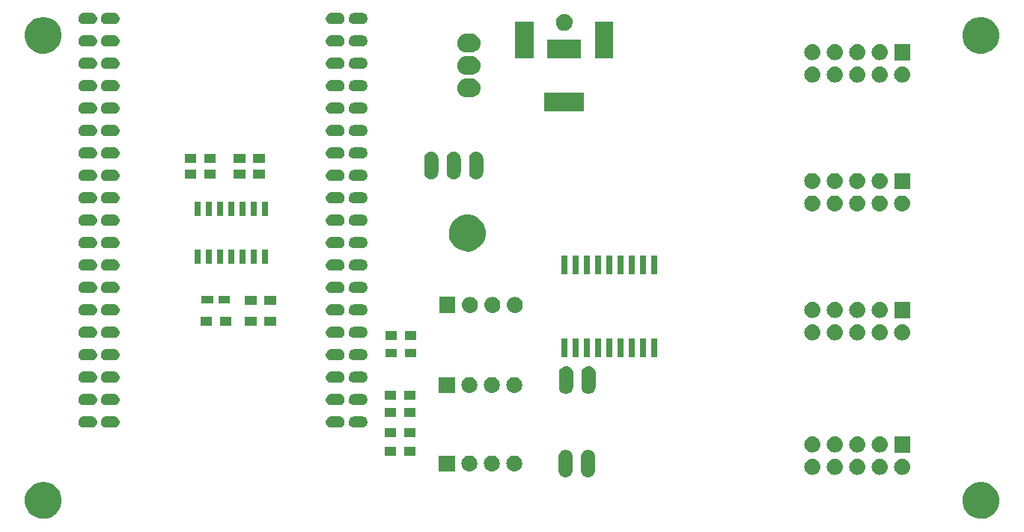
<source format=gbs>
G04 #@! TF.FileFunction,Soldermask,Bot*
%FSLAX46Y46*%
G04 Gerber Fmt 4.6, Leading zero omitted, Abs format (unit mm)*
G04 Created by KiCad (PCBNEW 4.0.6) date 06/27/17 09:44:02*
%MOMM*%
%LPD*%
G01*
G04 APERTURE LIST*
%ADD10C,0.100000*%
G04 APERTURE END LIST*
D10*
G36*
X90261681Y-140730885D02*
X90661645Y-140812986D01*
X91038040Y-140971208D01*
X91376539Y-141199527D01*
X91664244Y-141489249D01*
X91890195Y-141829331D01*
X92045785Y-142206822D01*
X92125024Y-142607006D01*
X92125024Y-142607020D01*
X92125089Y-142607349D01*
X92118577Y-143073706D01*
X92118501Y-143074040D01*
X92118501Y-143074052D01*
X92028122Y-143471860D01*
X91862050Y-143844864D01*
X91626693Y-144178504D01*
X91331007Y-144460081D01*
X90986271Y-144678857D01*
X90605600Y-144826511D01*
X90203504Y-144897410D01*
X89795292Y-144888860D01*
X89396509Y-144801182D01*
X89022360Y-144637720D01*
X88687084Y-144404697D01*
X88403452Y-144110987D01*
X88182274Y-143767786D01*
X88031968Y-143388156D01*
X87958260Y-142986557D01*
X87963962Y-142578297D01*
X88048851Y-142178921D01*
X88209700Y-141803634D01*
X88440377Y-141466740D01*
X88732099Y-141181064D01*
X89073749Y-140957494D01*
X89452320Y-140804541D01*
X89853386Y-140728034D01*
X90261681Y-140730885D01*
X90261681Y-140730885D01*
G37*
G36*
X196306681Y-140730885D02*
X196706645Y-140812986D01*
X197083040Y-140971208D01*
X197421539Y-141199527D01*
X197709244Y-141489249D01*
X197935195Y-141829331D01*
X198090785Y-142206822D01*
X198170024Y-142607006D01*
X198170024Y-142607020D01*
X198170089Y-142607349D01*
X198163577Y-143073706D01*
X198163501Y-143074040D01*
X198163501Y-143074052D01*
X198073122Y-143471860D01*
X197907050Y-143844864D01*
X197671693Y-144178504D01*
X197376007Y-144460081D01*
X197031271Y-144678857D01*
X196650600Y-144826511D01*
X196248504Y-144897410D01*
X195840292Y-144888860D01*
X195441509Y-144801182D01*
X195067360Y-144637720D01*
X194732084Y-144404697D01*
X194448452Y-144110987D01*
X194227274Y-143767786D01*
X194076968Y-143388156D01*
X194003260Y-142986557D01*
X194008962Y-142578297D01*
X194093851Y-142178921D01*
X194254700Y-141803634D01*
X194485377Y-141466740D01*
X194777099Y-141181064D01*
X195118749Y-140957494D01*
X195497320Y-140804541D01*
X195898386Y-140728034D01*
X196306681Y-140730885D01*
X196306681Y-140730885D01*
G37*
G36*
X149285219Y-137074410D02*
X149285233Y-137074414D01*
X149285268Y-137074418D01*
X149435350Y-137120876D01*
X149573550Y-137195601D01*
X149694604Y-137295745D01*
X149793902Y-137417496D01*
X149867660Y-137556214D01*
X149913069Y-137706617D01*
X149928400Y-137862976D01*
X149928400Y-139378024D01*
X149928322Y-139389264D01*
X149910809Y-139545393D01*
X149863304Y-139695147D01*
X149787616Y-139832822D01*
X149686629Y-139953175D01*
X149564188Y-140051619D01*
X149424958Y-140124407D01*
X149274242Y-140168765D01*
X149274212Y-140168768D01*
X149274194Y-140168773D01*
X149117782Y-140183007D01*
X148961581Y-140166590D01*
X148961567Y-140166586D01*
X148961532Y-140166582D01*
X148811450Y-140120124D01*
X148673250Y-140045399D01*
X148552196Y-139945255D01*
X148452898Y-139823504D01*
X148379140Y-139684786D01*
X148333731Y-139534383D01*
X148318400Y-139378024D01*
X148318400Y-137862976D01*
X148318478Y-137851736D01*
X148335991Y-137695607D01*
X148383496Y-137545853D01*
X148459184Y-137408178D01*
X148560171Y-137287825D01*
X148682612Y-137189381D01*
X148821842Y-137116593D01*
X148972558Y-137072235D01*
X148972588Y-137072232D01*
X148972606Y-137072227D01*
X149129018Y-137057993D01*
X149285219Y-137074410D01*
X149285219Y-137074410D01*
G37*
G36*
X151825219Y-137074410D02*
X151825233Y-137074414D01*
X151825268Y-137074418D01*
X151975350Y-137120876D01*
X152113550Y-137195601D01*
X152234604Y-137295745D01*
X152333902Y-137417496D01*
X152407660Y-137556214D01*
X152453069Y-137706617D01*
X152468400Y-137862976D01*
X152468400Y-139378024D01*
X152468322Y-139389264D01*
X152450809Y-139545393D01*
X152403304Y-139695147D01*
X152327616Y-139832822D01*
X152226629Y-139953175D01*
X152104188Y-140051619D01*
X151964958Y-140124407D01*
X151814242Y-140168765D01*
X151814212Y-140168768D01*
X151814194Y-140168773D01*
X151657782Y-140183007D01*
X151501581Y-140166590D01*
X151501567Y-140166586D01*
X151501532Y-140166582D01*
X151351450Y-140120124D01*
X151213250Y-140045399D01*
X151092196Y-139945255D01*
X150992898Y-139823504D01*
X150919140Y-139684786D01*
X150873731Y-139534383D01*
X150858400Y-139378024D01*
X150858400Y-137862976D01*
X150858478Y-137851736D01*
X150875991Y-137695607D01*
X150923496Y-137545853D01*
X150999184Y-137408178D01*
X151100171Y-137287825D01*
X151222612Y-137189381D01*
X151361842Y-137116593D01*
X151512558Y-137072235D01*
X151512588Y-137072232D01*
X151512606Y-137072227D01*
X151669018Y-137057993D01*
X151825219Y-137074410D01*
X151825219Y-137074410D01*
G37*
G36*
X177049596Y-138087950D02*
X177055177Y-138087989D01*
X177232369Y-138107864D01*
X177402326Y-138161778D01*
X177558575Y-138247676D01*
X177695163Y-138362288D01*
X177806889Y-138501246D01*
X177889496Y-138659259D01*
X177939839Y-138830308D01*
X177939843Y-138830347D01*
X177939845Y-138830355D01*
X177956001Y-139007876D01*
X177937368Y-139185155D01*
X177937365Y-139185164D01*
X177937361Y-139185205D01*
X177884635Y-139355534D01*
X177799830Y-139512379D01*
X177686175Y-139649764D01*
X177548000Y-139762457D01*
X177390567Y-139846165D01*
X177219874Y-139897701D01*
X177042421Y-139915100D01*
X177033544Y-139915100D01*
X177026404Y-139915050D01*
X177020823Y-139915011D01*
X176843631Y-139895136D01*
X176673674Y-139841222D01*
X176517425Y-139755324D01*
X176380837Y-139640712D01*
X176269111Y-139501754D01*
X176186504Y-139343741D01*
X176136161Y-139172692D01*
X176136157Y-139172653D01*
X176136155Y-139172645D01*
X176119999Y-138995124D01*
X176138632Y-138817845D01*
X176138635Y-138817836D01*
X176138639Y-138817795D01*
X176191365Y-138647466D01*
X176276170Y-138490621D01*
X176389825Y-138353236D01*
X176528000Y-138240543D01*
X176685433Y-138156835D01*
X176856126Y-138105299D01*
X177033579Y-138087900D01*
X177042456Y-138087900D01*
X177049596Y-138087950D01*
X177049596Y-138087950D01*
G37*
G36*
X182129596Y-138087950D02*
X182135177Y-138087989D01*
X182312369Y-138107864D01*
X182482326Y-138161778D01*
X182638575Y-138247676D01*
X182775163Y-138362288D01*
X182886889Y-138501246D01*
X182969496Y-138659259D01*
X183019839Y-138830308D01*
X183019843Y-138830347D01*
X183019845Y-138830355D01*
X183036001Y-139007876D01*
X183017368Y-139185155D01*
X183017365Y-139185164D01*
X183017361Y-139185205D01*
X182964635Y-139355534D01*
X182879830Y-139512379D01*
X182766175Y-139649764D01*
X182628000Y-139762457D01*
X182470567Y-139846165D01*
X182299874Y-139897701D01*
X182122421Y-139915100D01*
X182113544Y-139915100D01*
X182106404Y-139915050D01*
X182100823Y-139915011D01*
X181923631Y-139895136D01*
X181753674Y-139841222D01*
X181597425Y-139755324D01*
X181460837Y-139640712D01*
X181349111Y-139501754D01*
X181266504Y-139343741D01*
X181216161Y-139172692D01*
X181216157Y-139172653D01*
X181216155Y-139172645D01*
X181199999Y-138995124D01*
X181218632Y-138817845D01*
X181218635Y-138817836D01*
X181218639Y-138817795D01*
X181271365Y-138647466D01*
X181356170Y-138490621D01*
X181469825Y-138353236D01*
X181608000Y-138240543D01*
X181765433Y-138156835D01*
X181936126Y-138105299D01*
X182113579Y-138087900D01*
X182122456Y-138087900D01*
X182129596Y-138087950D01*
X182129596Y-138087950D01*
G37*
G36*
X187209596Y-138087950D02*
X187215177Y-138087989D01*
X187392369Y-138107864D01*
X187562326Y-138161778D01*
X187718575Y-138247676D01*
X187855163Y-138362288D01*
X187966889Y-138501246D01*
X188049496Y-138659259D01*
X188099839Y-138830308D01*
X188099843Y-138830347D01*
X188099845Y-138830355D01*
X188116001Y-139007876D01*
X188097368Y-139185155D01*
X188097365Y-139185164D01*
X188097361Y-139185205D01*
X188044635Y-139355534D01*
X187959830Y-139512379D01*
X187846175Y-139649764D01*
X187708000Y-139762457D01*
X187550567Y-139846165D01*
X187379874Y-139897701D01*
X187202421Y-139915100D01*
X187193544Y-139915100D01*
X187186404Y-139915050D01*
X187180823Y-139915011D01*
X187003631Y-139895136D01*
X186833674Y-139841222D01*
X186677425Y-139755324D01*
X186540837Y-139640712D01*
X186429111Y-139501754D01*
X186346504Y-139343741D01*
X186296161Y-139172692D01*
X186296157Y-139172653D01*
X186296155Y-139172645D01*
X186279999Y-138995124D01*
X186298632Y-138817845D01*
X186298635Y-138817836D01*
X186298639Y-138817795D01*
X186351365Y-138647466D01*
X186436170Y-138490621D01*
X186549825Y-138353236D01*
X186688000Y-138240543D01*
X186845433Y-138156835D01*
X187016126Y-138105299D01*
X187193579Y-138087900D01*
X187202456Y-138087900D01*
X187209596Y-138087950D01*
X187209596Y-138087950D01*
G37*
G36*
X184669596Y-138087950D02*
X184675177Y-138087989D01*
X184852369Y-138107864D01*
X185022326Y-138161778D01*
X185178575Y-138247676D01*
X185315163Y-138362288D01*
X185426889Y-138501246D01*
X185509496Y-138659259D01*
X185559839Y-138830308D01*
X185559843Y-138830347D01*
X185559845Y-138830355D01*
X185576001Y-139007876D01*
X185557368Y-139185155D01*
X185557365Y-139185164D01*
X185557361Y-139185205D01*
X185504635Y-139355534D01*
X185419830Y-139512379D01*
X185306175Y-139649764D01*
X185168000Y-139762457D01*
X185010567Y-139846165D01*
X184839874Y-139897701D01*
X184662421Y-139915100D01*
X184653544Y-139915100D01*
X184646404Y-139915050D01*
X184640823Y-139915011D01*
X184463631Y-139895136D01*
X184293674Y-139841222D01*
X184137425Y-139755324D01*
X184000837Y-139640712D01*
X183889111Y-139501754D01*
X183806504Y-139343741D01*
X183756161Y-139172692D01*
X183756157Y-139172653D01*
X183756155Y-139172645D01*
X183739999Y-138995124D01*
X183758632Y-138817845D01*
X183758635Y-138817836D01*
X183758639Y-138817795D01*
X183811365Y-138647466D01*
X183896170Y-138490621D01*
X184009825Y-138353236D01*
X184148000Y-138240543D01*
X184305433Y-138156835D01*
X184476126Y-138105299D01*
X184653579Y-138087900D01*
X184662456Y-138087900D01*
X184669596Y-138087950D01*
X184669596Y-138087950D01*
G37*
G36*
X179589596Y-138087950D02*
X179595177Y-138087989D01*
X179772369Y-138107864D01*
X179942326Y-138161778D01*
X180098575Y-138247676D01*
X180235163Y-138362288D01*
X180346889Y-138501246D01*
X180429496Y-138659259D01*
X180479839Y-138830308D01*
X180479843Y-138830347D01*
X180479845Y-138830355D01*
X180496001Y-139007876D01*
X180477368Y-139185155D01*
X180477365Y-139185164D01*
X180477361Y-139185205D01*
X180424635Y-139355534D01*
X180339830Y-139512379D01*
X180226175Y-139649764D01*
X180088000Y-139762457D01*
X179930567Y-139846165D01*
X179759874Y-139897701D01*
X179582421Y-139915100D01*
X179573544Y-139915100D01*
X179566404Y-139915050D01*
X179560823Y-139915011D01*
X179383631Y-139895136D01*
X179213674Y-139841222D01*
X179057425Y-139755324D01*
X178920837Y-139640712D01*
X178809111Y-139501754D01*
X178726504Y-139343741D01*
X178676161Y-139172692D01*
X178676157Y-139172653D01*
X178676155Y-139172645D01*
X178659999Y-138995124D01*
X178678632Y-138817845D01*
X178678635Y-138817836D01*
X178678639Y-138817795D01*
X178731365Y-138647466D01*
X178816170Y-138490621D01*
X178929825Y-138353236D01*
X179068000Y-138240543D01*
X179225433Y-138156835D01*
X179396126Y-138105299D01*
X179573579Y-138087900D01*
X179582456Y-138087900D01*
X179589596Y-138087950D01*
X179589596Y-138087950D01*
G37*
G36*
X138420422Y-137734521D02*
X138420427Y-137734522D01*
X138420470Y-137734527D01*
X138588264Y-137786468D01*
X138742774Y-137870011D01*
X138878114Y-137981974D01*
X138989129Y-138118093D01*
X139071591Y-138273182D01*
X139122360Y-138441334D01*
X139139500Y-138616145D01*
X139139500Y-138624855D01*
X139139412Y-138637421D01*
X139119833Y-138811976D01*
X139066722Y-138979403D01*
X138982102Y-139133325D01*
X138869197Y-139267880D01*
X138732307Y-139377943D01*
X138576646Y-139459320D01*
X138408143Y-139508914D01*
X138408109Y-139508917D01*
X138408096Y-139508921D01*
X138233220Y-139524836D01*
X138058578Y-139506479D01*
X138058573Y-139506478D01*
X138058530Y-139506473D01*
X137890736Y-139454532D01*
X137736226Y-139370989D01*
X137600886Y-139259026D01*
X137489871Y-139122907D01*
X137407409Y-138967818D01*
X137356640Y-138799666D01*
X137339500Y-138624855D01*
X137339500Y-138616145D01*
X137339588Y-138603579D01*
X137359167Y-138429024D01*
X137412278Y-138261597D01*
X137496898Y-138107675D01*
X137609803Y-137973120D01*
X137746693Y-137863057D01*
X137902354Y-137781680D01*
X138070857Y-137732086D01*
X138070891Y-137732083D01*
X138070904Y-137732079D01*
X138245780Y-137716164D01*
X138420422Y-137734521D01*
X138420422Y-137734521D01*
G37*
G36*
X143500422Y-137734521D02*
X143500427Y-137734522D01*
X143500470Y-137734527D01*
X143668264Y-137786468D01*
X143822774Y-137870011D01*
X143958114Y-137981974D01*
X144069129Y-138118093D01*
X144151591Y-138273182D01*
X144202360Y-138441334D01*
X144219500Y-138616145D01*
X144219500Y-138624855D01*
X144219412Y-138637421D01*
X144199833Y-138811976D01*
X144146722Y-138979403D01*
X144062102Y-139133325D01*
X143949197Y-139267880D01*
X143812307Y-139377943D01*
X143656646Y-139459320D01*
X143488143Y-139508914D01*
X143488109Y-139508917D01*
X143488096Y-139508921D01*
X143313220Y-139524836D01*
X143138578Y-139506479D01*
X143138573Y-139506478D01*
X143138530Y-139506473D01*
X142970736Y-139454532D01*
X142816226Y-139370989D01*
X142680886Y-139259026D01*
X142569871Y-139122907D01*
X142487409Y-138967818D01*
X142436640Y-138799666D01*
X142419500Y-138624855D01*
X142419500Y-138616145D01*
X142419588Y-138603579D01*
X142439167Y-138429024D01*
X142492278Y-138261597D01*
X142576898Y-138107675D01*
X142689803Y-137973120D01*
X142826693Y-137863057D01*
X142982354Y-137781680D01*
X143150857Y-137732086D01*
X143150891Y-137732083D01*
X143150904Y-137732079D01*
X143325780Y-137716164D01*
X143500422Y-137734521D01*
X143500422Y-137734521D01*
G37*
G36*
X140960422Y-137734521D02*
X140960427Y-137734522D01*
X140960470Y-137734527D01*
X141128264Y-137786468D01*
X141282774Y-137870011D01*
X141418114Y-137981974D01*
X141529129Y-138118093D01*
X141611591Y-138273182D01*
X141662360Y-138441334D01*
X141679500Y-138616145D01*
X141679500Y-138624855D01*
X141679412Y-138637421D01*
X141659833Y-138811976D01*
X141606722Y-138979403D01*
X141522102Y-139133325D01*
X141409197Y-139267880D01*
X141272307Y-139377943D01*
X141116646Y-139459320D01*
X140948143Y-139508914D01*
X140948109Y-139508917D01*
X140948096Y-139508921D01*
X140773220Y-139524836D01*
X140598578Y-139506479D01*
X140598573Y-139506478D01*
X140598530Y-139506473D01*
X140430736Y-139454532D01*
X140276226Y-139370989D01*
X140140886Y-139259026D01*
X140029871Y-139122907D01*
X139947409Y-138967818D01*
X139896640Y-138799666D01*
X139879500Y-138624855D01*
X139879500Y-138616145D01*
X139879588Y-138603579D01*
X139899167Y-138429024D01*
X139952278Y-138261597D01*
X140036898Y-138107675D01*
X140149803Y-137973120D01*
X140286693Y-137863057D01*
X140442354Y-137781680D01*
X140610857Y-137732086D01*
X140610891Y-137732083D01*
X140610904Y-137732079D01*
X140785780Y-137716164D01*
X140960422Y-137734521D01*
X140960422Y-137734521D01*
G37*
G36*
X136599500Y-139520500D02*
X134799500Y-139520500D01*
X134799500Y-137720500D01*
X136599500Y-137720500D01*
X136599500Y-139520500D01*
X136599500Y-139520500D01*
G37*
G36*
X129979000Y-137723500D02*
X128679000Y-137723500D01*
X128679000Y-136723500D01*
X129979000Y-136723500D01*
X129979000Y-137723500D01*
X129979000Y-137723500D01*
G37*
G36*
X132179000Y-137723500D02*
X130879000Y-137723500D01*
X130879000Y-136723500D01*
X132179000Y-136723500D01*
X132179000Y-137723500D01*
X132179000Y-137723500D01*
G37*
G36*
X184669596Y-135547950D02*
X184675177Y-135547989D01*
X184852369Y-135567864D01*
X185022326Y-135621778D01*
X185178575Y-135707676D01*
X185315163Y-135822288D01*
X185426889Y-135961246D01*
X185509496Y-136119259D01*
X185559839Y-136290308D01*
X185559843Y-136290347D01*
X185559845Y-136290355D01*
X185576001Y-136467876D01*
X185557368Y-136645155D01*
X185557365Y-136645164D01*
X185557361Y-136645205D01*
X185504635Y-136815534D01*
X185419830Y-136972379D01*
X185306175Y-137109764D01*
X185168000Y-137222457D01*
X185010567Y-137306165D01*
X184839874Y-137357701D01*
X184662421Y-137375100D01*
X184653544Y-137375100D01*
X184646404Y-137375050D01*
X184640823Y-137375011D01*
X184463631Y-137355136D01*
X184293674Y-137301222D01*
X184137425Y-137215324D01*
X184000837Y-137100712D01*
X183889111Y-136961754D01*
X183806504Y-136803741D01*
X183756161Y-136632692D01*
X183756157Y-136632653D01*
X183756155Y-136632645D01*
X183739999Y-136455124D01*
X183758632Y-136277845D01*
X183758635Y-136277836D01*
X183758639Y-136277795D01*
X183811365Y-136107466D01*
X183896170Y-135950621D01*
X184009825Y-135813236D01*
X184148000Y-135700543D01*
X184305433Y-135616835D01*
X184476126Y-135565299D01*
X184653579Y-135547900D01*
X184662456Y-135547900D01*
X184669596Y-135547950D01*
X184669596Y-135547950D01*
G37*
G36*
X188111600Y-137375100D02*
X186284400Y-137375100D01*
X186284400Y-135547900D01*
X188111600Y-135547900D01*
X188111600Y-137375100D01*
X188111600Y-137375100D01*
G37*
G36*
X177049596Y-135547950D02*
X177055177Y-135547989D01*
X177232369Y-135567864D01*
X177402326Y-135621778D01*
X177558575Y-135707676D01*
X177695163Y-135822288D01*
X177806889Y-135961246D01*
X177889496Y-136119259D01*
X177939839Y-136290308D01*
X177939843Y-136290347D01*
X177939845Y-136290355D01*
X177956001Y-136467876D01*
X177937368Y-136645155D01*
X177937365Y-136645164D01*
X177937361Y-136645205D01*
X177884635Y-136815534D01*
X177799830Y-136972379D01*
X177686175Y-137109764D01*
X177548000Y-137222457D01*
X177390567Y-137306165D01*
X177219874Y-137357701D01*
X177042421Y-137375100D01*
X177033544Y-137375100D01*
X177026404Y-137375050D01*
X177020823Y-137375011D01*
X176843631Y-137355136D01*
X176673674Y-137301222D01*
X176517425Y-137215324D01*
X176380837Y-137100712D01*
X176269111Y-136961754D01*
X176186504Y-136803741D01*
X176136161Y-136632692D01*
X176136157Y-136632653D01*
X176136155Y-136632645D01*
X176119999Y-136455124D01*
X176138632Y-136277845D01*
X176138635Y-136277836D01*
X176138639Y-136277795D01*
X176191365Y-136107466D01*
X176276170Y-135950621D01*
X176389825Y-135813236D01*
X176528000Y-135700543D01*
X176685433Y-135616835D01*
X176856126Y-135565299D01*
X177033579Y-135547900D01*
X177042456Y-135547900D01*
X177049596Y-135547950D01*
X177049596Y-135547950D01*
G37*
G36*
X179589596Y-135547950D02*
X179595177Y-135547989D01*
X179772369Y-135567864D01*
X179942326Y-135621778D01*
X180098575Y-135707676D01*
X180235163Y-135822288D01*
X180346889Y-135961246D01*
X180429496Y-136119259D01*
X180479839Y-136290308D01*
X180479843Y-136290347D01*
X180479845Y-136290355D01*
X180496001Y-136467876D01*
X180477368Y-136645155D01*
X180477365Y-136645164D01*
X180477361Y-136645205D01*
X180424635Y-136815534D01*
X180339830Y-136972379D01*
X180226175Y-137109764D01*
X180088000Y-137222457D01*
X179930567Y-137306165D01*
X179759874Y-137357701D01*
X179582421Y-137375100D01*
X179573544Y-137375100D01*
X179566404Y-137375050D01*
X179560823Y-137375011D01*
X179383631Y-137355136D01*
X179213674Y-137301222D01*
X179057425Y-137215324D01*
X178920837Y-137100712D01*
X178809111Y-136961754D01*
X178726504Y-136803741D01*
X178676161Y-136632692D01*
X178676157Y-136632653D01*
X178676155Y-136632645D01*
X178659999Y-136455124D01*
X178678632Y-136277845D01*
X178678635Y-136277836D01*
X178678639Y-136277795D01*
X178731365Y-136107466D01*
X178816170Y-135950621D01*
X178929825Y-135813236D01*
X179068000Y-135700543D01*
X179225433Y-135616835D01*
X179396126Y-135565299D01*
X179573579Y-135547900D01*
X179582456Y-135547900D01*
X179589596Y-135547950D01*
X179589596Y-135547950D01*
G37*
G36*
X182129596Y-135547950D02*
X182135177Y-135547989D01*
X182312369Y-135567864D01*
X182482326Y-135621778D01*
X182638575Y-135707676D01*
X182775163Y-135822288D01*
X182886889Y-135961246D01*
X182969496Y-136119259D01*
X183019839Y-136290308D01*
X183019843Y-136290347D01*
X183019845Y-136290355D01*
X183036001Y-136467876D01*
X183017368Y-136645155D01*
X183017365Y-136645164D01*
X183017361Y-136645205D01*
X182964635Y-136815534D01*
X182879830Y-136972379D01*
X182766175Y-137109764D01*
X182628000Y-137222457D01*
X182470567Y-137306165D01*
X182299874Y-137357701D01*
X182122421Y-137375100D01*
X182113544Y-137375100D01*
X182106404Y-137375050D01*
X182100823Y-137375011D01*
X181923631Y-137355136D01*
X181753674Y-137301222D01*
X181597425Y-137215324D01*
X181460837Y-137100712D01*
X181349111Y-136961754D01*
X181266504Y-136803741D01*
X181216161Y-136632692D01*
X181216157Y-136632653D01*
X181216155Y-136632645D01*
X181199999Y-136455124D01*
X181218632Y-136277845D01*
X181218635Y-136277836D01*
X181218639Y-136277795D01*
X181271365Y-136107466D01*
X181356170Y-135950621D01*
X181469825Y-135813236D01*
X181608000Y-135700543D01*
X181765433Y-135616835D01*
X181936126Y-135565299D01*
X182113579Y-135547900D01*
X182122456Y-135547900D01*
X182129596Y-135547950D01*
X182129596Y-135547950D01*
G37*
G36*
X132179000Y-135628000D02*
X130879000Y-135628000D01*
X130879000Y-134628000D01*
X132179000Y-134628000D01*
X132179000Y-135628000D01*
X132179000Y-135628000D01*
G37*
G36*
X129979000Y-135628000D02*
X128679000Y-135628000D01*
X128679000Y-134628000D01*
X129979000Y-134628000D01*
X129979000Y-135628000D01*
X129979000Y-135628000D01*
G37*
G36*
X126063972Y-133271541D02*
X126067156Y-133271563D01*
X126193224Y-133285704D01*
X126314143Y-133324062D01*
X126425310Y-133385176D01*
X126522488Y-133466719D01*
X126601978Y-133565584D01*
X126660751Y-133678006D01*
X126696568Y-133799702D01*
X126696572Y-133799741D01*
X126696574Y-133799749D01*
X126708067Y-133926036D01*
X126694812Y-134052151D01*
X126694809Y-134052160D01*
X126694805Y-134052201D01*
X126657292Y-134173385D01*
X126596955Y-134284975D01*
X126516093Y-134382721D01*
X126417786Y-134462899D01*
X126305777Y-134522455D01*
X126184333Y-134559121D01*
X126058081Y-134571500D01*
X125247882Y-134571500D01*
X125242028Y-134571459D01*
X125238844Y-134571437D01*
X125112776Y-134557296D01*
X124991857Y-134518938D01*
X124880690Y-134457824D01*
X124783512Y-134376281D01*
X124704022Y-134277416D01*
X124645249Y-134164994D01*
X124609432Y-134043298D01*
X124609428Y-134043259D01*
X124609426Y-134043251D01*
X124597933Y-133916964D01*
X124611188Y-133790849D01*
X124611191Y-133790840D01*
X124611195Y-133790799D01*
X124648708Y-133669615D01*
X124709045Y-133558025D01*
X124789907Y-133460279D01*
X124888214Y-133380101D01*
X125000223Y-133320545D01*
X125121667Y-133283879D01*
X125247919Y-133271500D01*
X126058118Y-133271500D01*
X126063972Y-133271541D01*
X126063972Y-133271541D01*
G37*
G36*
X95483972Y-133271541D02*
X95487156Y-133271563D01*
X95613224Y-133285704D01*
X95734143Y-133324062D01*
X95845310Y-133385176D01*
X95942488Y-133466719D01*
X96021978Y-133565584D01*
X96080751Y-133678006D01*
X96116568Y-133799702D01*
X96116572Y-133799741D01*
X96116574Y-133799749D01*
X96128067Y-133926036D01*
X96114812Y-134052151D01*
X96114809Y-134052160D01*
X96114805Y-134052201D01*
X96077292Y-134173385D01*
X96016955Y-134284975D01*
X95936093Y-134382721D01*
X95837786Y-134462899D01*
X95725777Y-134522455D01*
X95604333Y-134559121D01*
X95478081Y-134571500D01*
X94667882Y-134571500D01*
X94662028Y-134571459D01*
X94658844Y-134571437D01*
X94532776Y-134557296D01*
X94411857Y-134518938D01*
X94300690Y-134457824D01*
X94203512Y-134376281D01*
X94124022Y-134277416D01*
X94065249Y-134164994D01*
X94029432Y-134043298D01*
X94029428Y-134043259D01*
X94029426Y-134043251D01*
X94017933Y-133916964D01*
X94031188Y-133790849D01*
X94031191Y-133790840D01*
X94031195Y-133790799D01*
X94068708Y-133669615D01*
X94129045Y-133558025D01*
X94209907Y-133460279D01*
X94308214Y-133380101D01*
X94420223Y-133320545D01*
X94541667Y-133283879D01*
X94667919Y-133271500D01*
X95478118Y-133271500D01*
X95483972Y-133271541D01*
X95483972Y-133271541D01*
G37*
G36*
X98023972Y-133271541D02*
X98027156Y-133271563D01*
X98153224Y-133285704D01*
X98274143Y-133324062D01*
X98385310Y-133385176D01*
X98482488Y-133466719D01*
X98561978Y-133565584D01*
X98620751Y-133678006D01*
X98656568Y-133799702D01*
X98656572Y-133799741D01*
X98656574Y-133799749D01*
X98668067Y-133926036D01*
X98654812Y-134052151D01*
X98654809Y-134052160D01*
X98654805Y-134052201D01*
X98617292Y-134173385D01*
X98556955Y-134284975D01*
X98476093Y-134382721D01*
X98377786Y-134462899D01*
X98265777Y-134522455D01*
X98144333Y-134559121D01*
X98018081Y-134571500D01*
X97207882Y-134571500D01*
X97202028Y-134571459D01*
X97198844Y-134571437D01*
X97072776Y-134557296D01*
X96951857Y-134518938D01*
X96840690Y-134457824D01*
X96743512Y-134376281D01*
X96664022Y-134277416D01*
X96605249Y-134164994D01*
X96569432Y-134043298D01*
X96569428Y-134043259D01*
X96569426Y-134043251D01*
X96557933Y-133916964D01*
X96571188Y-133790849D01*
X96571191Y-133790840D01*
X96571195Y-133790799D01*
X96608708Y-133669615D01*
X96669045Y-133558025D01*
X96749907Y-133460279D01*
X96848214Y-133380101D01*
X96960223Y-133320545D01*
X97081667Y-133283879D01*
X97207919Y-133271500D01*
X98018118Y-133271500D01*
X98023972Y-133271541D01*
X98023972Y-133271541D01*
G37*
G36*
X123473972Y-133271541D02*
X123477156Y-133271563D01*
X123603224Y-133285704D01*
X123724143Y-133324062D01*
X123835310Y-133385176D01*
X123932488Y-133466719D01*
X124011978Y-133565584D01*
X124070751Y-133678006D01*
X124106568Y-133799702D01*
X124106572Y-133799741D01*
X124106574Y-133799749D01*
X124118067Y-133926036D01*
X124104812Y-134052151D01*
X124104809Y-134052160D01*
X124104805Y-134052201D01*
X124067292Y-134173385D01*
X124006955Y-134284975D01*
X123926093Y-134382721D01*
X123827786Y-134462899D01*
X123715777Y-134522455D01*
X123594333Y-134559121D01*
X123468081Y-134571500D01*
X122657882Y-134571500D01*
X122652028Y-134571459D01*
X122648844Y-134571437D01*
X122522776Y-134557296D01*
X122401857Y-134518938D01*
X122290690Y-134457824D01*
X122193512Y-134376281D01*
X122114022Y-134277416D01*
X122055249Y-134164994D01*
X122019432Y-134043298D01*
X122019428Y-134043259D01*
X122019426Y-134043251D01*
X122007933Y-133916964D01*
X122021188Y-133790849D01*
X122021191Y-133790840D01*
X122021195Y-133790799D01*
X122058708Y-133669615D01*
X122119045Y-133558025D01*
X122199907Y-133460279D01*
X122298214Y-133380101D01*
X122410223Y-133320545D01*
X122531667Y-133283879D01*
X122657919Y-133271500D01*
X123468118Y-133271500D01*
X123473972Y-133271541D01*
X123473972Y-133271541D01*
G37*
G36*
X129979000Y-133342000D02*
X128679000Y-133342000D01*
X128679000Y-132342000D01*
X129979000Y-132342000D01*
X129979000Y-133342000D01*
X129979000Y-133342000D01*
G37*
G36*
X132179000Y-133342000D02*
X130879000Y-133342000D01*
X130879000Y-132342000D01*
X132179000Y-132342000D01*
X132179000Y-133342000D01*
X132179000Y-133342000D01*
G37*
G36*
X95483972Y-130731541D02*
X95487156Y-130731563D01*
X95613224Y-130745704D01*
X95734143Y-130784062D01*
X95845310Y-130845176D01*
X95942488Y-130926719D01*
X96021978Y-131025584D01*
X96080751Y-131138006D01*
X96116568Y-131259702D01*
X96116572Y-131259741D01*
X96116574Y-131259749D01*
X96128067Y-131386036D01*
X96114812Y-131512151D01*
X96114809Y-131512160D01*
X96114805Y-131512201D01*
X96077292Y-131633385D01*
X96016955Y-131744975D01*
X95936093Y-131842721D01*
X95837786Y-131922899D01*
X95725777Y-131982455D01*
X95604333Y-132019121D01*
X95478081Y-132031500D01*
X94667882Y-132031500D01*
X94662028Y-132031459D01*
X94658844Y-132031437D01*
X94532776Y-132017296D01*
X94411857Y-131978938D01*
X94300690Y-131917824D01*
X94203512Y-131836281D01*
X94124022Y-131737416D01*
X94065249Y-131624994D01*
X94029432Y-131503298D01*
X94029428Y-131503259D01*
X94029426Y-131503251D01*
X94017933Y-131376964D01*
X94031188Y-131250849D01*
X94031191Y-131250840D01*
X94031195Y-131250799D01*
X94068708Y-131129615D01*
X94129045Y-131018025D01*
X94209907Y-130920279D01*
X94308214Y-130840101D01*
X94420223Y-130780545D01*
X94541667Y-130743879D01*
X94667919Y-130731500D01*
X95478118Y-130731500D01*
X95483972Y-130731541D01*
X95483972Y-130731541D01*
G37*
G36*
X126063972Y-130731541D02*
X126067156Y-130731563D01*
X126193224Y-130745704D01*
X126314143Y-130784062D01*
X126425310Y-130845176D01*
X126522488Y-130926719D01*
X126601978Y-131025584D01*
X126660751Y-131138006D01*
X126696568Y-131259702D01*
X126696572Y-131259741D01*
X126696574Y-131259749D01*
X126708067Y-131386036D01*
X126694812Y-131512151D01*
X126694809Y-131512160D01*
X126694805Y-131512201D01*
X126657292Y-131633385D01*
X126596955Y-131744975D01*
X126516093Y-131842721D01*
X126417786Y-131922899D01*
X126305777Y-131982455D01*
X126184333Y-132019121D01*
X126058081Y-132031500D01*
X125247882Y-132031500D01*
X125242028Y-132031459D01*
X125238844Y-132031437D01*
X125112776Y-132017296D01*
X124991857Y-131978938D01*
X124880690Y-131917824D01*
X124783512Y-131836281D01*
X124704022Y-131737416D01*
X124645249Y-131624994D01*
X124609432Y-131503298D01*
X124609428Y-131503259D01*
X124609426Y-131503251D01*
X124597933Y-131376964D01*
X124611188Y-131250849D01*
X124611191Y-131250840D01*
X124611195Y-131250799D01*
X124648708Y-131129615D01*
X124709045Y-131018025D01*
X124789907Y-130920279D01*
X124888214Y-130840101D01*
X125000223Y-130780545D01*
X125121667Y-130743879D01*
X125247919Y-130731500D01*
X126058118Y-130731500D01*
X126063972Y-130731541D01*
X126063972Y-130731541D01*
G37*
G36*
X98023972Y-130731541D02*
X98027156Y-130731563D01*
X98153224Y-130745704D01*
X98274143Y-130784062D01*
X98385310Y-130845176D01*
X98482488Y-130926719D01*
X98561978Y-131025584D01*
X98620751Y-131138006D01*
X98656568Y-131259702D01*
X98656572Y-131259741D01*
X98656574Y-131259749D01*
X98668067Y-131386036D01*
X98654812Y-131512151D01*
X98654809Y-131512160D01*
X98654805Y-131512201D01*
X98617292Y-131633385D01*
X98556955Y-131744975D01*
X98476093Y-131842721D01*
X98377786Y-131922899D01*
X98265777Y-131982455D01*
X98144333Y-132019121D01*
X98018081Y-132031500D01*
X97207882Y-132031500D01*
X97202028Y-132031459D01*
X97198844Y-132031437D01*
X97072776Y-132017296D01*
X96951857Y-131978938D01*
X96840690Y-131917824D01*
X96743512Y-131836281D01*
X96664022Y-131737416D01*
X96605249Y-131624994D01*
X96569432Y-131503298D01*
X96569428Y-131503259D01*
X96569426Y-131503251D01*
X96557933Y-131376964D01*
X96571188Y-131250849D01*
X96571191Y-131250840D01*
X96571195Y-131250799D01*
X96608708Y-131129615D01*
X96669045Y-131018025D01*
X96749907Y-130920279D01*
X96848214Y-130840101D01*
X96960223Y-130780545D01*
X97081667Y-130743879D01*
X97207919Y-130731500D01*
X98018118Y-130731500D01*
X98023972Y-130731541D01*
X98023972Y-130731541D01*
G37*
G36*
X123473972Y-130731541D02*
X123477156Y-130731563D01*
X123603224Y-130745704D01*
X123724143Y-130784062D01*
X123835310Y-130845176D01*
X123932488Y-130926719D01*
X124011978Y-131025584D01*
X124070751Y-131138006D01*
X124106568Y-131259702D01*
X124106572Y-131259741D01*
X124106574Y-131259749D01*
X124118067Y-131386036D01*
X124104812Y-131512151D01*
X124104809Y-131512160D01*
X124104805Y-131512201D01*
X124067292Y-131633385D01*
X124006955Y-131744975D01*
X123926093Y-131842721D01*
X123827786Y-131922899D01*
X123715777Y-131982455D01*
X123594333Y-132019121D01*
X123468081Y-132031500D01*
X122657882Y-132031500D01*
X122652028Y-132031459D01*
X122648844Y-132031437D01*
X122522776Y-132017296D01*
X122401857Y-131978938D01*
X122290690Y-131917824D01*
X122193512Y-131836281D01*
X122114022Y-131737416D01*
X122055249Y-131624994D01*
X122019432Y-131503298D01*
X122019428Y-131503259D01*
X122019426Y-131503251D01*
X122007933Y-131376964D01*
X122021188Y-131250849D01*
X122021191Y-131250840D01*
X122021195Y-131250799D01*
X122058708Y-131129615D01*
X122119045Y-131018025D01*
X122199907Y-130920279D01*
X122298214Y-130840101D01*
X122410223Y-130780545D01*
X122531667Y-130743879D01*
X122657919Y-130731500D01*
X123468118Y-130731500D01*
X123473972Y-130731541D01*
X123473972Y-130731541D01*
G37*
G36*
X132179000Y-131373500D02*
X130879000Y-131373500D01*
X130879000Y-130373500D01*
X132179000Y-130373500D01*
X132179000Y-131373500D01*
X132179000Y-131373500D01*
G37*
G36*
X129979000Y-131373500D02*
X128679000Y-131373500D01*
X128679000Y-130373500D01*
X129979000Y-130373500D01*
X129979000Y-131373500D01*
X129979000Y-131373500D01*
G37*
G36*
X149336019Y-127625610D02*
X149336033Y-127625614D01*
X149336068Y-127625618D01*
X149486150Y-127672076D01*
X149624350Y-127746801D01*
X149745404Y-127846945D01*
X149844702Y-127968696D01*
X149918460Y-128107414D01*
X149963869Y-128257817D01*
X149979200Y-128414176D01*
X149979200Y-129929224D01*
X149979122Y-129940464D01*
X149961609Y-130096593D01*
X149914104Y-130246347D01*
X149838416Y-130384022D01*
X149737429Y-130504375D01*
X149614988Y-130602819D01*
X149475758Y-130675607D01*
X149325042Y-130719965D01*
X149325012Y-130719968D01*
X149324994Y-130719973D01*
X149168582Y-130734207D01*
X149012381Y-130717790D01*
X149012367Y-130717786D01*
X149012332Y-130717782D01*
X148862250Y-130671324D01*
X148724050Y-130596599D01*
X148602996Y-130496455D01*
X148503698Y-130374704D01*
X148429940Y-130235986D01*
X148384531Y-130085583D01*
X148369200Y-129929224D01*
X148369200Y-128414176D01*
X148369278Y-128402936D01*
X148386791Y-128246807D01*
X148434296Y-128097053D01*
X148509984Y-127959378D01*
X148610971Y-127839025D01*
X148733412Y-127740581D01*
X148872642Y-127667793D01*
X149023358Y-127623435D01*
X149023388Y-127623432D01*
X149023406Y-127623427D01*
X149179818Y-127609193D01*
X149336019Y-127625610D01*
X149336019Y-127625610D01*
G37*
G36*
X151876019Y-127625610D02*
X151876033Y-127625614D01*
X151876068Y-127625618D01*
X152026150Y-127672076D01*
X152164350Y-127746801D01*
X152285404Y-127846945D01*
X152384702Y-127968696D01*
X152458460Y-128107414D01*
X152503869Y-128257817D01*
X152519200Y-128414176D01*
X152519200Y-129929224D01*
X152519122Y-129940464D01*
X152501609Y-130096593D01*
X152454104Y-130246347D01*
X152378416Y-130384022D01*
X152277429Y-130504375D01*
X152154988Y-130602819D01*
X152015758Y-130675607D01*
X151865042Y-130719965D01*
X151865012Y-130719968D01*
X151864994Y-130719973D01*
X151708582Y-130734207D01*
X151552381Y-130717790D01*
X151552367Y-130717786D01*
X151552332Y-130717782D01*
X151402250Y-130671324D01*
X151264050Y-130596599D01*
X151142996Y-130496455D01*
X151043698Y-130374704D01*
X150969940Y-130235986D01*
X150924531Y-130085583D01*
X150909200Y-129929224D01*
X150909200Y-128414176D01*
X150909278Y-128402936D01*
X150926791Y-128246807D01*
X150974296Y-128097053D01*
X151049984Y-127959378D01*
X151150971Y-127839025D01*
X151273412Y-127740581D01*
X151412642Y-127667793D01*
X151563358Y-127623435D01*
X151563388Y-127623432D01*
X151563406Y-127623427D01*
X151719818Y-127609193D01*
X151876019Y-127625610D01*
X151876019Y-127625610D01*
G37*
G36*
X138420422Y-128844521D02*
X138420427Y-128844522D01*
X138420470Y-128844527D01*
X138588264Y-128896468D01*
X138742774Y-128980011D01*
X138878114Y-129091974D01*
X138989129Y-129228093D01*
X139071591Y-129383182D01*
X139122360Y-129551334D01*
X139139500Y-129726145D01*
X139139500Y-129734855D01*
X139139412Y-129747421D01*
X139119833Y-129921976D01*
X139066722Y-130089403D01*
X138982102Y-130243325D01*
X138869197Y-130377880D01*
X138732307Y-130487943D01*
X138576646Y-130569320D01*
X138408143Y-130618914D01*
X138408109Y-130618917D01*
X138408096Y-130618921D01*
X138233220Y-130634836D01*
X138058578Y-130616479D01*
X138058573Y-130616478D01*
X138058530Y-130616473D01*
X137890736Y-130564532D01*
X137736226Y-130480989D01*
X137600886Y-130369026D01*
X137489871Y-130232907D01*
X137407409Y-130077818D01*
X137356640Y-129909666D01*
X137339500Y-129734855D01*
X137339500Y-129726145D01*
X137339588Y-129713579D01*
X137359167Y-129539024D01*
X137412278Y-129371597D01*
X137496898Y-129217675D01*
X137609803Y-129083120D01*
X137746693Y-128973057D01*
X137902354Y-128891680D01*
X138070857Y-128842086D01*
X138070891Y-128842083D01*
X138070904Y-128842079D01*
X138245780Y-128826164D01*
X138420422Y-128844521D01*
X138420422Y-128844521D01*
G37*
G36*
X140960422Y-128844521D02*
X140960427Y-128844522D01*
X140960470Y-128844527D01*
X141128264Y-128896468D01*
X141282774Y-128980011D01*
X141418114Y-129091974D01*
X141529129Y-129228093D01*
X141611591Y-129383182D01*
X141662360Y-129551334D01*
X141679500Y-129726145D01*
X141679500Y-129734855D01*
X141679412Y-129747421D01*
X141659833Y-129921976D01*
X141606722Y-130089403D01*
X141522102Y-130243325D01*
X141409197Y-130377880D01*
X141272307Y-130487943D01*
X141116646Y-130569320D01*
X140948143Y-130618914D01*
X140948109Y-130618917D01*
X140948096Y-130618921D01*
X140773220Y-130634836D01*
X140598578Y-130616479D01*
X140598573Y-130616478D01*
X140598530Y-130616473D01*
X140430736Y-130564532D01*
X140276226Y-130480989D01*
X140140886Y-130369026D01*
X140029871Y-130232907D01*
X139947409Y-130077818D01*
X139896640Y-129909666D01*
X139879500Y-129734855D01*
X139879500Y-129726145D01*
X139879588Y-129713579D01*
X139899167Y-129539024D01*
X139952278Y-129371597D01*
X140036898Y-129217675D01*
X140149803Y-129083120D01*
X140286693Y-128973057D01*
X140442354Y-128891680D01*
X140610857Y-128842086D01*
X140610891Y-128842083D01*
X140610904Y-128842079D01*
X140785780Y-128826164D01*
X140960422Y-128844521D01*
X140960422Y-128844521D01*
G37*
G36*
X143500422Y-128844521D02*
X143500427Y-128844522D01*
X143500470Y-128844527D01*
X143668264Y-128896468D01*
X143822774Y-128980011D01*
X143958114Y-129091974D01*
X144069129Y-129228093D01*
X144151591Y-129383182D01*
X144202360Y-129551334D01*
X144219500Y-129726145D01*
X144219500Y-129734855D01*
X144219412Y-129747421D01*
X144199833Y-129921976D01*
X144146722Y-130089403D01*
X144062102Y-130243325D01*
X143949197Y-130377880D01*
X143812307Y-130487943D01*
X143656646Y-130569320D01*
X143488143Y-130618914D01*
X143488109Y-130618917D01*
X143488096Y-130618921D01*
X143313220Y-130634836D01*
X143138578Y-130616479D01*
X143138573Y-130616478D01*
X143138530Y-130616473D01*
X142970736Y-130564532D01*
X142816226Y-130480989D01*
X142680886Y-130369026D01*
X142569871Y-130232907D01*
X142487409Y-130077818D01*
X142436640Y-129909666D01*
X142419500Y-129734855D01*
X142419500Y-129726145D01*
X142419588Y-129713579D01*
X142439167Y-129539024D01*
X142492278Y-129371597D01*
X142576898Y-129217675D01*
X142689803Y-129083120D01*
X142826693Y-128973057D01*
X142982354Y-128891680D01*
X143150857Y-128842086D01*
X143150891Y-128842083D01*
X143150904Y-128842079D01*
X143325780Y-128826164D01*
X143500422Y-128844521D01*
X143500422Y-128844521D01*
G37*
G36*
X136599500Y-130630500D02*
X134799500Y-130630500D01*
X134799500Y-128830500D01*
X136599500Y-128830500D01*
X136599500Y-130630500D01*
X136599500Y-130630500D01*
G37*
G36*
X95483972Y-128191541D02*
X95487156Y-128191563D01*
X95613224Y-128205704D01*
X95734143Y-128244062D01*
X95845310Y-128305176D01*
X95942488Y-128386719D01*
X96021978Y-128485584D01*
X96080751Y-128598006D01*
X96116568Y-128719702D01*
X96116572Y-128719741D01*
X96116574Y-128719749D01*
X96128067Y-128846036D01*
X96114812Y-128972151D01*
X96114809Y-128972160D01*
X96114805Y-128972201D01*
X96077292Y-129093385D01*
X96016955Y-129204975D01*
X95936093Y-129302721D01*
X95837786Y-129382899D01*
X95725777Y-129442455D01*
X95604333Y-129479121D01*
X95478081Y-129491500D01*
X94667882Y-129491500D01*
X94662028Y-129491459D01*
X94658844Y-129491437D01*
X94532776Y-129477296D01*
X94411857Y-129438938D01*
X94300690Y-129377824D01*
X94203512Y-129296281D01*
X94124022Y-129197416D01*
X94065249Y-129084994D01*
X94029432Y-128963298D01*
X94029428Y-128963259D01*
X94029426Y-128963251D01*
X94017933Y-128836964D01*
X94031188Y-128710849D01*
X94031191Y-128710840D01*
X94031195Y-128710799D01*
X94068708Y-128589615D01*
X94129045Y-128478025D01*
X94209907Y-128380279D01*
X94308214Y-128300101D01*
X94420223Y-128240545D01*
X94541667Y-128203879D01*
X94667919Y-128191500D01*
X95478118Y-128191500D01*
X95483972Y-128191541D01*
X95483972Y-128191541D01*
G37*
G36*
X123473972Y-128191541D02*
X123477156Y-128191563D01*
X123603224Y-128205704D01*
X123724143Y-128244062D01*
X123835310Y-128305176D01*
X123932488Y-128386719D01*
X124011978Y-128485584D01*
X124070751Y-128598006D01*
X124106568Y-128719702D01*
X124106572Y-128719741D01*
X124106574Y-128719749D01*
X124118067Y-128846036D01*
X124104812Y-128972151D01*
X124104809Y-128972160D01*
X124104805Y-128972201D01*
X124067292Y-129093385D01*
X124006955Y-129204975D01*
X123926093Y-129302721D01*
X123827786Y-129382899D01*
X123715777Y-129442455D01*
X123594333Y-129479121D01*
X123468081Y-129491500D01*
X122657882Y-129491500D01*
X122652028Y-129491459D01*
X122648844Y-129491437D01*
X122522776Y-129477296D01*
X122401857Y-129438938D01*
X122290690Y-129377824D01*
X122193512Y-129296281D01*
X122114022Y-129197416D01*
X122055249Y-129084994D01*
X122019432Y-128963298D01*
X122019428Y-128963259D01*
X122019426Y-128963251D01*
X122007933Y-128836964D01*
X122021188Y-128710849D01*
X122021191Y-128710840D01*
X122021195Y-128710799D01*
X122058708Y-128589615D01*
X122119045Y-128478025D01*
X122199907Y-128380279D01*
X122298214Y-128300101D01*
X122410223Y-128240545D01*
X122531667Y-128203879D01*
X122657919Y-128191500D01*
X123468118Y-128191500D01*
X123473972Y-128191541D01*
X123473972Y-128191541D01*
G37*
G36*
X98023972Y-128191541D02*
X98027156Y-128191563D01*
X98153224Y-128205704D01*
X98274143Y-128244062D01*
X98385310Y-128305176D01*
X98482488Y-128386719D01*
X98561978Y-128485584D01*
X98620751Y-128598006D01*
X98656568Y-128719702D01*
X98656572Y-128719741D01*
X98656574Y-128719749D01*
X98668067Y-128846036D01*
X98654812Y-128972151D01*
X98654809Y-128972160D01*
X98654805Y-128972201D01*
X98617292Y-129093385D01*
X98556955Y-129204975D01*
X98476093Y-129302721D01*
X98377786Y-129382899D01*
X98265777Y-129442455D01*
X98144333Y-129479121D01*
X98018081Y-129491500D01*
X97207882Y-129491500D01*
X97202028Y-129491459D01*
X97198844Y-129491437D01*
X97072776Y-129477296D01*
X96951857Y-129438938D01*
X96840690Y-129377824D01*
X96743512Y-129296281D01*
X96664022Y-129197416D01*
X96605249Y-129084994D01*
X96569432Y-128963298D01*
X96569428Y-128963259D01*
X96569426Y-128963251D01*
X96557933Y-128836964D01*
X96571188Y-128710849D01*
X96571191Y-128710840D01*
X96571195Y-128710799D01*
X96608708Y-128589615D01*
X96669045Y-128478025D01*
X96749907Y-128380279D01*
X96848214Y-128300101D01*
X96960223Y-128240545D01*
X97081667Y-128203879D01*
X97207919Y-128191500D01*
X98018118Y-128191500D01*
X98023972Y-128191541D01*
X98023972Y-128191541D01*
G37*
G36*
X126063972Y-128191541D02*
X126067156Y-128191563D01*
X126193224Y-128205704D01*
X126314143Y-128244062D01*
X126425310Y-128305176D01*
X126522488Y-128386719D01*
X126601978Y-128485584D01*
X126660751Y-128598006D01*
X126696568Y-128719702D01*
X126696572Y-128719741D01*
X126696574Y-128719749D01*
X126708067Y-128846036D01*
X126694812Y-128972151D01*
X126694809Y-128972160D01*
X126694805Y-128972201D01*
X126657292Y-129093385D01*
X126596955Y-129204975D01*
X126516093Y-129302721D01*
X126417786Y-129382899D01*
X126305777Y-129442455D01*
X126184333Y-129479121D01*
X126058081Y-129491500D01*
X125247882Y-129491500D01*
X125242028Y-129491459D01*
X125238844Y-129491437D01*
X125112776Y-129477296D01*
X124991857Y-129438938D01*
X124880690Y-129377824D01*
X124783512Y-129296281D01*
X124704022Y-129197416D01*
X124645249Y-129084994D01*
X124609432Y-128963298D01*
X124609428Y-128963259D01*
X124609426Y-128963251D01*
X124597933Y-128836964D01*
X124611188Y-128710849D01*
X124611191Y-128710840D01*
X124611195Y-128710799D01*
X124648708Y-128589615D01*
X124709045Y-128478025D01*
X124789907Y-128380279D01*
X124888214Y-128300101D01*
X125000223Y-128240545D01*
X125121667Y-128203879D01*
X125247919Y-128191500D01*
X126058118Y-128191500D01*
X126063972Y-128191541D01*
X126063972Y-128191541D01*
G37*
G36*
X126063972Y-125651541D02*
X126067156Y-125651563D01*
X126193224Y-125665704D01*
X126314143Y-125704062D01*
X126425310Y-125765176D01*
X126522488Y-125846719D01*
X126601978Y-125945584D01*
X126660751Y-126058006D01*
X126696568Y-126179702D01*
X126696572Y-126179741D01*
X126696574Y-126179749D01*
X126708067Y-126306036D01*
X126694812Y-126432151D01*
X126694809Y-126432160D01*
X126694805Y-126432201D01*
X126657292Y-126553385D01*
X126596955Y-126664975D01*
X126516093Y-126762721D01*
X126417786Y-126842899D01*
X126305777Y-126902455D01*
X126184333Y-126939121D01*
X126058081Y-126951500D01*
X125247882Y-126951500D01*
X125242028Y-126951459D01*
X125238844Y-126951437D01*
X125112776Y-126937296D01*
X124991857Y-126898938D01*
X124880690Y-126837824D01*
X124783512Y-126756281D01*
X124704022Y-126657416D01*
X124645249Y-126544994D01*
X124609432Y-126423298D01*
X124609428Y-126423259D01*
X124609426Y-126423251D01*
X124597933Y-126296964D01*
X124611188Y-126170849D01*
X124611191Y-126170840D01*
X124611195Y-126170799D01*
X124648708Y-126049615D01*
X124709045Y-125938025D01*
X124789907Y-125840279D01*
X124888214Y-125760101D01*
X125000223Y-125700545D01*
X125121667Y-125663879D01*
X125247919Y-125651500D01*
X126058118Y-125651500D01*
X126063972Y-125651541D01*
X126063972Y-125651541D01*
G37*
G36*
X95483972Y-125651541D02*
X95487156Y-125651563D01*
X95613224Y-125665704D01*
X95734143Y-125704062D01*
X95845310Y-125765176D01*
X95942488Y-125846719D01*
X96021978Y-125945584D01*
X96080751Y-126058006D01*
X96116568Y-126179702D01*
X96116572Y-126179741D01*
X96116574Y-126179749D01*
X96128067Y-126306036D01*
X96114812Y-126432151D01*
X96114809Y-126432160D01*
X96114805Y-126432201D01*
X96077292Y-126553385D01*
X96016955Y-126664975D01*
X95936093Y-126762721D01*
X95837786Y-126842899D01*
X95725777Y-126902455D01*
X95604333Y-126939121D01*
X95478081Y-126951500D01*
X94667882Y-126951500D01*
X94662028Y-126951459D01*
X94658844Y-126951437D01*
X94532776Y-126937296D01*
X94411857Y-126898938D01*
X94300690Y-126837824D01*
X94203512Y-126756281D01*
X94124022Y-126657416D01*
X94065249Y-126544994D01*
X94029432Y-126423298D01*
X94029428Y-126423259D01*
X94029426Y-126423251D01*
X94017933Y-126296964D01*
X94031188Y-126170849D01*
X94031191Y-126170840D01*
X94031195Y-126170799D01*
X94068708Y-126049615D01*
X94129045Y-125938025D01*
X94209907Y-125840279D01*
X94308214Y-125760101D01*
X94420223Y-125700545D01*
X94541667Y-125663879D01*
X94667919Y-125651500D01*
X95478118Y-125651500D01*
X95483972Y-125651541D01*
X95483972Y-125651541D01*
G37*
G36*
X98023972Y-125651541D02*
X98027156Y-125651563D01*
X98153224Y-125665704D01*
X98274143Y-125704062D01*
X98385310Y-125765176D01*
X98482488Y-125846719D01*
X98561978Y-125945584D01*
X98620751Y-126058006D01*
X98656568Y-126179702D01*
X98656572Y-126179741D01*
X98656574Y-126179749D01*
X98668067Y-126306036D01*
X98654812Y-126432151D01*
X98654809Y-126432160D01*
X98654805Y-126432201D01*
X98617292Y-126553385D01*
X98556955Y-126664975D01*
X98476093Y-126762721D01*
X98377786Y-126842899D01*
X98265777Y-126902455D01*
X98144333Y-126939121D01*
X98018081Y-126951500D01*
X97207882Y-126951500D01*
X97202028Y-126951459D01*
X97198844Y-126951437D01*
X97072776Y-126937296D01*
X96951857Y-126898938D01*
X96840690Y-126837824D01*
X96743512Y-126756281D01*
X96664022Y-126657416D01*
X96605249Y-126544994D01*
X96569432Y-126423298D01*
X96569428Y-126423259D01*
X96569426Y-126423251D01*
X96557933Y-126296964D01*
X96571188Y-126170849D01*
X96571191Y-126170840D01*
X96571195Y-126170799D01*
X96608708Y-126049615D01*
X96669045Y-125938025D01*
X96749907Y-125840279D01*
X96848214Y-125760101D01*
X96960223Y-125700545D01*
X97081667Y-125663879D01*
X97207919Y-125651500D01*
X98018118Y-125651500D01*
X98023972Y-125651541D01*
X98023972Y-125651541D01*
G37*
G36*
X123473972Y-125651541D02*
X123477156Y-125651563D01*
X123603224Y-125665704D01*
X123724143Y-125704062D01*
X123835310Y-125765176D01*
X123932488Y-125846719D01*
X124011978Y-125945584D01*
X124070751Y-126058006D01*
X124106568Y-126179702D01*
X124106572Y-126179741D01*
X124106574Y-126179749D01*
X124118067Y-126306036D01*
X124104812Y-126432151D01*
X124104809Y-126432160D01*
X124104805Y-126432201D01*
X124067292Y-126553385D01*
X124006955Y-126664975D01*
X123926093Y-126762721D01*
X123827786Y-126842899D01*
X123715777Y-126902455D01*
X123594333Y-126939121D01*
X123468081Y-126951500D01*
X122657882Y-126951500D01*
X122652028Y-126951459D01*
X122648844Y-126951437D01*
X122522776Y-126937296D01*
X122401857Y-126898938D01*
X122290690Y-126837824D01*
X122193512Y-126756281D01*
X122114022Y-126657416D01*
X122055249Y-126544994D01*
X122019432Y-126423298D01*
X122019428Y-126423259D01*
X122019426Y-126423251D01*
X122007933Y-126296964D01*
X122021188Y-126170849D01*
X122021191Y-126170840D01*
X122021195Y-126170799D01*
X122058708Y-126049615D01*
X122119045Y-125938025D01*
X122199907Y-125840279D01*
X122298214Y-125760101D01*
X122410223Y-125700545D01*
X122531667Y-125663879D01*
X122657919Y-125651500D01*
X123468118Y-125651500D01*
X123473972Y-125651541D01*
X123473972Y-125651541D01*
G37*
G36*
X132242500Y-126611000D02*
X130942500Y-126611000D01*
X130942500Y-125611000D01*
X132242500Y-125611000D01*
X132242500Y-126611000D01*
X132242500Y-126611000D01*
G37*
G36*
X130042500Y-126611000D02*
X128742500Y-126611000D01*
X128742500Y-125611000D01*
X130042500Y-125611000D01*
X130042500Y-126611000D01*
X130042500Y-126611000D01*
G37*
G36*
X151861000Y-126590500D02*
X151161000Y-126590500D01*
X151161000Y-124490500D01*
X151861000Y-124490500D01*
X151861000Y-126590500D01*
X151861000Y-126590500D01*
G37*
G36*
X159481000Y-126590500D02*
X158781000Y-126590500D01*
X158781000Y-124490500D01*
X159481000Y-124490500D01*
X159481000Y-126590500D01*
X159481000Y-126590500D01*
G37*
G36*
X158211000Y-126590500D02*
X157511000Y-126590500D01*
X157511000Y-124490500D01*
X158211000Y-124490500D01*
X158211000Y-126590500D01*
X158211000Y-126590500D01*
G37*
G36*
X155671000Y-126590500D02*
X154971000Y-126590500D01*
X154971000Y-124490500D01*
X155671000Y-124490500D01*
X155671000Y-126590500D01*
X155671000Y-126590500D01*
G37*
G36*
X154401000Y-126590500D02*
X153701000Y-126590500D01*
X153701000Y-124490500D01*
X154401000Y-124490500D01*
X154401000Y-126590500D01*
X154401000Y-126590500D01*
G37*
G36*
X153131000Y-126590500D02*
X152431000Y-126590500D01*
X152431000Y-124490500D01*
X153131000Y-124490500D01*
X153131000Y-126590500D01*
X153131000Y-126590500D01*
G37*
G36*
X149321000Y-126590500D02*
X148621000Y-126590500D01*
X148621000Y-124490500D01*
X149321000Y-124490500D01*
X149321000Y-126590500D01*
X149321000Y-126590500D01*
G37*
G36*
X156941000Y-126590500D02*
X156241000Y-126590500D01*
X156241000Y-124490500D01*
X156941000Y-124490500D01*
X156941000Y-126590500D01*
X156941000Y-126590500D01*
G37*
G36*
X150591000Y-126590500D02*
X149891000Y-126590500D01*
X149891000Y-124490500D01*
X150591000Y-124490500D01*
X150591000Y-126590500D01*
X150591000Y-126590500D01*
G37*
G36*
X187209596Y-122847950D02*
X187215177Y-122847989D01*
X187392369Y-122867864D01*
X187562326Y-122921778D01*
X187718575Y-123007676D01*
X187855163Y-123122288D01*
X187966889Y-123261246D01*
X188049496Y-123419259D01*
X188099839Y-123590308D01*
X188099843Y-123590347D01*
X188099845Y-123590355D01*
X188116001Y-123767876D01*
X188097368Y-123945155D01*
X188097365Y-123945164D01*
X188097361Y-123945205D01*
X188044635Y-124115534D01*
X187959830Y-124272379D01*
X187846175Y-124409764D01*
X187708000Y-124522457D01*
X187550567Y-124606165D01*
X187379874Y-124657701D01*
X187202421Y-124675100D01*
X187193544Y-124675100D01*
X187186404Y-124675050D01*
X187180823Y-124675011D01*
X187003631Y-124655136D01*
X186833674Y-124601222D01*
X186677425Y-124515324D01*
X186540837Y-124400712D01*
X186429111Y-124261754D01*
X186346504Y-124103741D01*
X186296161Y-123932692D01*
X186296157Y-123932653D01*
X186296155Y-123932645D01*
X186279999Y-123755124D01*
X186298632Y-123577845D01*
X186298635Y-123577836D01*
X186298639Y-123577795D01*
X186351365Y-123407466D01*
X186436170Y-123250621D01*
X186549825Y-123113236D01*
X186688000Y-123000543D01*
X186845433Y-122916835D01*
X187016126Y-122865299D01*
X187193579Y-122847900D01*
X187202456Y-122847900D01*
X187209596Y-122847950D01*
X187209596Y-122847950D01*
G37*
G36*
X182129596Y-122847950D02*
X182135177Y-122847989D01*
X182312369Y-122867864D01*
X182482326Y-122921778D01*
X182638575Y-123007676D01*
X182775163Y-123122288D01*
X182886889Y-123261246D01*
X182969496Y-123419259D01*
X183019839Y-123590308D01*
X183019843Y-123590347D01*
X183019845Y-123590355D01*
X183036001Y-123767876D01*
X183017368Y-123945155D01*
X183017365Y-123945164D01*
X183017361Y-123945205D01*
X182964635Y-124115534D01*
X182879830Y-124272379D01*
X182766175Y-124409764D01*
X182628000Y-124522457D01*
X182470567Y-124606165D01*
X182299874Y-124657701D01*
X182122421Y-124675100D01*
X182113544Y-124675100D01*
X182106404Y-124675050D01*
X182100823Y-124675011D01*
X181923631Y-124655136D01*
X181753674Y-124601222D01*
X181597425Y-124515324D01*
X181460837Y-124400712D01*
X181349111Y-124261754D01*
X181266504Y-124103741D01*
X181216161Y-123932692D01*
X181216157Y-123932653D01*
X181216155Y-123932645D01*
X181199999Y-123755124D01*
X181218632Y-123577845D01*
X181218635Y-123577836D01*
X181218639Y-123577795D01*
X181271365Y-123407466D01*
X181356170Y-123250621D01*
X181469825Y-123113236D01*
X181608000Y-123000543D01*
X181765433Y-122916835D01*
X181936126Y-122865299D01*
X182113579Y-122847900D01*
X182122456Y-122847900D01*
X182129596Y-122847950D01*
X182129596Y-122847950D01*
G37*
G36*
X184669596Y-122847950D02*
X184675177Y-122847989D01*
X184852369Y-122867864D01*
X185022326Y-122921778D01*
X185178575Y-123007676D01*
X185315163Y-123122288D01*
X185426889Y-123261246D01*
X185509496Y-123419259D01*
X185559839Y-123590308D01*
X185559843Y-123590347D01*
X185559845Y-123590355D01*
X185576001Y-123767876D01*
X185557368Y-123945155D01*
X185557365Y-123945164D01*
X185557361Y-123945205D01*
X185504635Y-124115534D01*
X185419830Y-124272379D01*
X185306175Y-124409764D01*
X185168000Y-124522457D01*
X185010567Y-124606165D01*
X184839874Y-124657701D01*
X184662421Y-124675100D01*
X184653544Y-124675100D01*
X184646404Y-124675050D01*
X184640823Y-124675011D01*
X184463631Y-124655136D01*
X184293674Y-124601222D01*
X184137425Y-124515324D01*
X184000837Y-124400712D01*
X183889111Y-124261754D01*
X183806504Y-124103741D01*
X183756161Y-123932692D01*
X183756157Y-123932653D01*
X183756155Y-123932645D01*
X183739999Y-123755124D01*
X183758632Y-123577845D01*
X183758635Y-123577836D01*
X183758639Y-123577795D01*
X183811365Y-123407466D01*
X183896170Y-123250621D01*
X184009825Y-123113236D01*
X184148000Y-123000543D01*
X184305433Y-122916835D01*
X184476126Y-122865299D01*
X184653579Y-122847900D01*
X184662456Y-122847900D01*
X184669596Y-122847950D01*
X184669596Y-122847950D01*
G37*
G36*
X177049596Y-122847950D02*
X177055177Y-122847989D01*
X177232369Y-122867864D01*
X177402326Y-122921778D01*
X177558575Y-123007676D01*
X177695163Y-123122288D01*
X177806889Y-123261246D01*
X177889496Y-123419259D01*
X177939839Y-123590308D01*
X177939843Y-123590347D01*
X177939845Y-123590355D01*
X177956001Y-123767876D01*
X177937368Y-123945155D01*
X177937365Y-123945164D01*
X177937361Y-123945205D01*
X177884635Y-124115534D01*
X177799830Y-124272379D01*
X177686175Y-124409764D01*
X177548000Y-124522457D01*
X177390567Y-124606165D01*
X177219874Y-124657701D01*
X177042421Y-124675100D01*
X177033544Y-124675100D01*
X177026404Y-124675050D01*
X177020823Y-124675011D01*
X176843631Y-124655136D01*
X176673674Y-124601222D01*
X176517425Y-124515324D01*
X176380837Y-124400712D01*
X176269111Y-124261754D01*
X176186504Y-124103741D01*
X176136161Y-123932692D01*
X176136157Y-123932653D01*
X176136155Y-123932645D01*
X176119999Y-123755124D01*
X176138632Y-123577845D01*
X176138635Y-123577836D01*
X176138639Y-123577795D01*
X176191365Y-123407466D01*
X176276170Y-123250621D01*
X176389825Y-123113236D01*
X176528000Y-123000543D01*
X176685433Y-122916835D01*
X176856126Y-122865299D01*
X177033579Y-122847900D01*
X177042456Y-122847900D01*
X177049596Y-122847950D01*
X177049596Y-122847950D01*
G37*
G36*
X179589596Y-122847950D02*
X179595177Y-122847989D01*
X179772369Y-122867864D01*
X179942326Y-122921778D01*
X180098575Y-123007676D01*
X180235163Y-123122288D01*
X180346889Y-123261246D01*
X180429496Y-123419259D01*
X180479839Y-123590308D01*
X180479843Y-123590347D01*
X180479845Y-123590355D01*
X180496001Y-123767876D01*
X180477368Y-123945155D01*
X180477365Y-123945164D01*
X180477361Y-123945205D01*
X180424635Y-124115534D01*
X180339830Y-124272379D01*
X180226175Y-124409764D01*
X180088000Y-124522457D01*
X179930567Y-124606165D01*
X179759874Y-124657701D01*
X179582421Y-124675100D01*
X179573544Y-124675100D01*
X179566404Y-124675050D01*
X179560823Y-124675011D01*
X179383631Y-124655136D01*
X179213674Y-124601222D01*
X179057425Y-124515324D01*
X178920837Y-124400712D01*
X178809111Y-124261754D01*
X178726504Y-124103741D01*
X178676161Y-123932692D01*
X178676157Y-123932653D01*
X178676155Y-123932645D01*
X178659999Y-123755124D01*
X178678632Y-123577845D01*
X178678635Y-123577836D01*
X178678639Y-123577795D01*
X178731365Y-123407466D01*
X178816170Y-123250621D01*
X178929825Y-123113236D01*
X179068000Y-123000543D01*
X179225433Y-122916835D01*
X179396126Y-122865299D01*
X179573579Y-122847900D01*
X179582456Y-122847900D01*
X179589596Y-122847950D01*
X179589596Y-122847950D01*
G37*
G36*
X130042500Y-124642500D02*
X128742500Y-124642500D01*
X128742500Y-123642500D01*
X130042500Y-123642500D01*
X130042500Y-124642500D01*
X130042500Y-124642500D01*
G37*
G36*
X132242500Y-124642500D02*
X130942500Y-124642500D01*
X130942500Y-123642500D01*
X132242500Y-123642500D01*
X132242500Y-124642500D01*
X132242500Y-124642500D01*
G37*
G36*
X95483972Y-123111541D02*
X95487156Y-123111563D01*
X95613224Y-123125704D01*
X95734143Y-123164062D01*
X95845310Y-123225176D01*
X95942488Y-123306719D01*
X96021978Y-123405584D01*
X96080751Y-123518006D01*
X96116568Y-123639702D01*
X96116572Y-123639741D01*
X96116574Y-123639749D01*
X96128067Y-123766036D01*
X96114812Y-123892151D01*
X96114809Y-123892160D01*
X96114805Y-123892201D01*
X96077292Y-124013385D01*
X96016955Y-124124975D01*
X95936093Y-124222721D01*
X95837786Y-124302899D01*
X95725777Y-124362455D01*
X95604333Y-124399121D01*
X95478081Y-124411500D01*
X94667882Y-124411500D01*
X94662028Y-124411459D01*
X94658844Y-124411437D01*
X94532776Y-124397296D01*
X94411857Y-124358938D01*
X94300690Y-124297824D01*
X94203512Y-124216281D01*
X94124022Y-124117416D01*
X94065249Y-124004994D01*
X94029432Y-123883298D01*
X94029428Y-123883259D01*
X94029426Y-123883251D01*
X94017933Y-123756964D01*
X94031188Y-123630849D01*
X94031191Y-123630840D01*
X94031195Y-123630799D01*
X94068708Y-123509615D01*
X94129045Y-123398025D01*
X94209907Y-123300279D01*
X94308214Y-123220101D01*
X94420223Y-123160545D01*
X94541667Y-123123879D01*
X94667919Y-123111500D01*
X95478118Y-123111500D01*
X95483972Y-123111541D01*
X95483972Y-123111541D01*
G37*
G36*
X98023972Y-123111541D02*
X98027156Y-123111563D01*
X98153224Y-123125704D01*
X98274143Y-123164062D01*
X98385310Y-123225176D01*
X98482488Y-123306719D01*
X98561978Y-123405584D01*
X98620751Y-123518006D01*
X98656568Y-123639702D01*
X98656572Y-123639741D01*
X98656574Y-123639749D01*
X98668067Y-123766036D01*
X98654812Y-123892151D01*
X98654809Y-123892160D01*
X98654805Y-123892201D01*
X98617292Y-124013385D01*
X98556955Y-124124975D01*
X98476093Y-124222721D01*
X98377786Y-124302899D01*
X98265777Y-124362455D01*
X98144333Y-124399121D01*
X98018081Y-124411500D01*
X97207882Y-124411500D01*
X97202028Y-124411459D01*
X97198844Y-124411437D01*
X97072776Y-124397296D01*
X96951857Y-124358938D01*
X96840690Y-124297824D01*
X96743512Y-124216281D01*
X96664022Y-124117416D01*
X96605249Y-124004994D01*
X96569432Y-123883298D01*
X96569428Y-123883259D01*
X96569426Y-123883251D01*
X96557933Y-123756964D01*
X96571188Y-123630849D01*
X96571191Y-123630840D01*
X96571195Y-123630799D01*
X96608708Y-123509615D01*
X96669045Y-123398025D01*
X96749907Y-123300279D01*
X96848214Y-123220101D01*
X96960223Y-123160545D01*
X97081667Y-123123879D01*
X97207919Y-123111500D01*
X98018118Y-123111500D01*
X98023972Y-123111541D01*
X98023972Y-123111541D01*
G37*
G36*
X123473972Y-123111541D02*
X123477156Y-123111563D01*
X123603224Y-123125704D01*
X123724143Y-123164062D01*
X123835310Y-123225176D01*
X123932488Y-123306719D01*
X124011978Y-123405584D01*
X124070751Y-123518006D01*
X124106568Y-123639702D01*
X124106572Y-123639741D01*
X124106574Y-123639749D01*
X124118067Y-123766036D01*
X124104812Y-123892151D01*
X124104809Y-123892160D01*
X124104805Y-123892201D01*
X124067292Y-124013385D01*
X124006955Y-124124975D01*
X123926093Y-124222721D01*
X123827786Y-124302899D01*
X123715777Y-124362455D01*
X123594333Y-124399121D01*
X123468081Y-124411500D01*
X122657882Y-124411500D01*
X122652028Y-124411459D01*
X122648844Y-124411437D01*
X122522776Y-124397296D01*
X122401857Y-124358938D01*
X122290690Y-124297824D01*
X122193512Y-124216281D01*
X122114022Y-124117416D01*
X122055249Y-124004994D01*
X122019432Y-123883298D01*
X122019428Y-123883259D01*
X122019426Y-123883251D01*
X122007933Y-123756964D01*
X122021188Y-123630849D01*
X122021191Y-123630840D01*
X122021195Y-123630799D01*
X122058708Y-123509615D01*
X122119045Y-123398025D01*
X122199907Y-123300279D01*
X122298214Y-123220101D01*
X122410223Y-123160545D01*
X122531667Y-123123879D01*
X122657919Y-123111500D01*
X123468118Y-123111500D01*
X123473972Y-123111541D01*
X123473972Y-123111541D01*
G37*
G36*
X126063972Y-123111541D02*
X126067156Y-123111563D01*
X126193224Y-123125704D01*
X126314143Y-123164062D01*
X126425310Y-123225176D01*
X126522488Y-123306719D01*
X126601978Y-123405584D01*
X126660751Y-123518006D01*
X126696568Y-123639702D01*
X126696572Y-123639741D01*
X126696574Y-123639749D01*
X126708067Y-123766036D01*
X126694812Y-123892151D01*
X126694809Y-123892160D01*
X126694805Y-123892201D01*
X126657292Y-124013385D01*
X126596955Y-124124975D01*
X126516093Y-124222721D01*
X126417786Y-124302899D01*
X126305777Y-124362455D01*
X126184333Y-124399121D01*
X126058081Y-124411500D01*
X125247882Y-124411500D01*
X125242028Y-124411459D01*
X125238844Y-124411437D01*
X125112776Y-124397296D01*
X124991857Y-124358938D01*
X124880690Y-124297824D01*
X124783512Y-124216281D01*
X124704022Y-124117416D01*
X124645249Y-124004994D01*
X124609432Y-123883298D01*
X124609428Y-123883259D01*
X124609426Y-123883251D01*
X124597933Y-123756964D01*
X124611188Y-123630849D01*
X124611191Y-123630840D01*
X124611195Y-123630799D01*
X124648708Y-123509615D01*
X124709045Y-123398025D01*
X124789907Y-123300279D01*
X124888214Y-123220101D01*
X125000223Y-123160545D01*
X125121667Y-123123879D01*
X125247919Y-123111500D01*
X126058118Y-123111500D01*
X126063972Y-123111541D01*
X126063972Y-123111541D01*
G37*
G36*
X111351000Y-122991500D02*
X110051000Y-122991500D01*
X110051000Y-121991500D01*
X111351000Y-121991500D01*
X111351000Y-122991500D01*
X111351000Y-122991500D01*
G37*
G36*
X116367500Y-122991500D02*
X115067500Y-122991500D01*
X115067500Y-121991500D01*
X116367500Y-121991500D01*
X116367500Y-122991500D01*
X116367500Y-122991500D01*
G37*
G36*
X114167500Y-122991500D02*
X112867500Y-122991500D01*
X112867500Y-121991500D01*
X114167500Y-121991500D01*
X114167500Y-122991500D01*
X114167500Y-122991500D01*
G37*
G36*
X109151000Y-122991500D02*
X107851000Y-122991500D01*
X107851000Y-121991500D01*
X109151000Y-121991500D01*
X109151000Y-122991500D01*
X109151000Y-122991500D01*
G37*
G36*
X182129596Y-120307950D02*
X182135177Y-120307989D01*
X182312369Y-120327864D01*
X182482326Y-120381778D01*
X182638575Y-120467676D01*
X182775163Y-120582288D01*
X182886889Y-120721246D01*
X182969496Y-120879259D01*
X183019839Y-121050308D01*
X183019843Y-121050347D01*
X183019845Y-121050355D01*
X183036001Y-121227876D01*
X183017368Y-121405155D01*
X183017365Y-121405164D01*
X183017361Y-121405205D01*
X182964635Y-121575534D01*
X182879830Y-121732379D01*
X182766175Y-121869764D01*
X182628000Y-121982457D01*
X182470567Y-122066165D01*
X182299874Y-122117701D01*
X182122421Y-122135100D01*
X182113544Y-122135100D01*
X182106404Y-122135050D01*
X182100823Y-122135011D01*
X181923631Y-122115136D01*
X181753674Y-122061222D01*
X181597425Y-121975324D01*
X181460837Y-121860712D01*
X181349111Y-121721754D01*
X181266504Y-121563741D01*
X181216161Y-121392692D01*
X181216157Y-121392653D01*
X181216155Y-121392645D01*
X181199999Y-121215124D01*
X181218632Y-121037845D01*
X181218635Y-121037836D01*
X181218639Y-121037795D01*
X181271365Y-120867466D01*
X181356170Y-120710621D01*
X181469825Y-120573236D01*
X181608000Y-120460543D01*
X181765433Y-120376835D01*
X181936126Y-120325299D01*
X182113579Y-120307900D01*
X182122456Y-120307900D01*
X182129596Y-120307950D01*
X182129596Y-120307950D01*
G37*
G36*
X177049596Y-120307950D02*
X177055177Y-120307989D01*
X177232369Y-120327864D01*
X177402326Y-120381778D01*
X177558575Y-120467676D01*
X177695163Y-120582288D01*
X177806889Y-120721246D01*
X177889496Y-120879259D01*
X177939839Y-121050308D01*
X177939843Y-121050347D01*
X177939845Y-121050355D01*
X177956001Y-121227876D01*
X177937368Y-121405155D01*
X177937365Y-121405164D01*
X177937361Y-121405205D01*
X177884635Y-121575534D01*
X177799830Y-121732379D01*
X177686175Y-121869764D01*
X177548000Y-121982457D01*
X177390567Y-122066165D01*
X177219874Y-122117701D01*
X177042421Y-122135100D01*
X177033544Y-122135100D01*
X177026404Y-122135050D01*
X177020823Y-122135011D01*
X176843631Y-122115136D01*
X176673674Y-122061222D01*
X176517425Y-121975324D01*
X176380837Y-121860712D01*
X176269111Y-121721754D01*
X176186504Y-121563741D01*
X176136161Y-121392692D01*
X176136157Y-121392653D01*
X176136155Y-121392645D01*
X176119999Y-121215124D01*
X176138632Y-121037845D01*
X176138635Y-121037836D01*
X176138639Y-121037795D01*
X176191365Y-120867466D01*
X176276170Y-120710621D01*
X176389825Y-120573236D01*
X176528000Y-120460543D01*
X176685433Y-120376835D01*
X176856126Y-120325299D01*
X177033579Y-120307900D01*
X177042456Y-120307900D01*
X177049596Y-120307950D01*
X177049596Y-120307950D01*
G37*
G36*
X188111600Y-122135100D02*
X186284400Y-122135100D01*
X186284400Y-120307900D01*
X188111600Y-120307900D01*
X188111600Y-122135100D01*
X188111600Y-122135100D01*
G37*
G36*
X184669596Y-120307950D02*
X184675177Y-120307989D01*
X184852369Y-120327864D01*
X185022326Y-120381778D01*
X185178575Y-120467676D01*
X185315163Y-120582288D01*
X185426889Y-120721246D01*
X185509496Y-120879259D01*
X185559839Y-121050308D01*
X185559843Y-121050347D01*
X185559845Y-121050355D01*
X185576001Y-121227876D01*
X185557368Y-121405155D01*
X185557365Y-121405164D01*
X185557361Y-121405205D01*
X185504635Y-121575534D01*
X185419830Y-121732379D01*
X185306175Y-121869764D01*
X185168000Y-121982457D01*
X185010567Y-122066165D01*
X184839874Y-122117701D01*
X184662421Y-122135100D01*
X184653544Y-122135100D01*
X184646404Y-122135050D01*
X184640823Y-122135011D01*
X184463631Y-122115136D01*
X184293674Y-122061222D01*
X184137425Y-121975324D01*
X184000837Y-121860712D01*
X183889111Y-121721754D01*
X183806504Y-121563741D01*
X183756161Y-121392692D01*
X183756157Y-121392653D01*
X183756155Y-121392645D01*
X183739999Y-121215124D01*
X183758632Y-121037845D01*
X183758635Y-121037836D01*
X183758639Y-121037795D01*
X183811365Y-120867466D01*
X183896170Y-120710621D01*
X184009825Y-120573236D01*
X184148000Y-120460543D01*
X184305433Y-120376835D01*
X184476126Y-120325299D01*
X184653579Y-120307900D01*
X184662456Y-120307900D01*
X184669596Y-120307950D01*
X184669596Y-120307950D01*
G37*
G36*
X179589596Y-120307950D02*
X179595177Y-120307989D01*
X179772369Y-120327864D01*
X179942326Y-120381778D01*
X180098575Y-120467676D01*
X180235163Y-120582288D01*
X180346889Y-120721246D01*
X180429496Y-120879259D01*
X180479839Y-121050308D01*
X180479843Y-121050347D01*
X180479845Y-121050355D01*
X180496001Y-121227876D01*
X180477368Y-121405155D01*
X180477365Y-121405164D01*
X180477361Y-121405205D01*
X180424635Y-121575534D01*
X180339830Y-121732379D01*
X180226175Y-121869764D01*
X180088000Y-121982457D01*
X179930567Y-122066165D01*
X179759874Y-122117701D01*
X179582421Y-122135100D01*
X179573544Y-122135100D01*
X179566404Y-122135050D01*
X179560823Y-122135011D01*
X179383631Y-122115136D01*
X179213674Y-122061222D01*
X179057425Y-121975324D01*
X178920837Y-121860712D01*
X178809111Y-121721754D01*
X178726504Y-121563741D01*
X178676161Y-121392692D01*
X178676157Y-121392653D01*
X178676155Y-121392645D01*
X178659999Y-121215124D01*
X178678632Y-121037845D01*
X178678635Y-121037836D01*
X178678639Y-121037795D01*
X178731365Y-120867466D01*
X178816170Y-120710621D01*
X178929825Y-120573236D01*
X179068000Y-120460543D01*
X179225433Y-120376835D01*
X179396126Y-120325299D01*
X179573579Y-120307900D01*
X179582456Y-120307900D01*
X179589596Y-120307950D01*
X179589596Y-120307950D01*
G37*
G36*
X126063972Y-120571541D02*
X126067156Y-120571563D01*
X126193224Y-120585704D01*
X126314143Y-120624062D01*
X126425310Y-120685176D01*
X126522488Y-120766719D01*
X126601978Y-120865584D01*
X126660751Y-120978006D01*
X126696568Y-121099702D01*
X126696572Y-121099741D01*
X126696574Y-121099749D01*
X126708067Y-121226036D01*
X126694812Y-121352151D01*
X126694809Y-121352160D01*
X126694805Y-121352201D01*
X126657292Y-121473385D01*
X126596955Y-121584975D01*
X126516093Y-121682721D01*
X126417786Y-121762899D01*
X126305777Y-121822455D01*
X126184333Y-121859121D01*
X126058081Y-121871500D01*
X125247882Y-121871500D01*
X125242028Y-121871459D01*
X125238844Y-121871437D01*
X125112776Y-121857296D01*
X124991857Y-121818938D01*
X124880690Y-121757824D01*
X124783512Y-121676281D01*
X124704022Y-121577416D01*
X124645249Y-121464994D01*
X124609432Y-121343298D01*
X124609428Y-121343259D01*
X124609426Y-121343251D01*
X124597933Y-121216964D01*
X124611188Y-121090849D01*
X124611191Y-121090840D01*
X124611195Y-121090799D01*
X124648708Y-120969615D01*
X124709045Y-120858025D01*
X124789907Y-120760279D01*
X124888214Y-120680101D01*
X125000223Y-120620545D01*
X125121667Y-120583879D01*
X125247919Y-120571500D01*
X126058118Y-120571500D01*
X126063972Y-120571541D01*
X126063972Y-120571541D01*
G37*
G36*
X123473972Y-120571541D02*
X123477156Y-120571563D01*
X123603224Y-120585704D01*
X123724143Y-120624062D01*
X123835310Y-120685176D01*
X123932488Y-120766719D01*
X124011978Y-120865584D01*
X124070751Y-120978006D01*
X124106568Y-121099702D01*
X124106572Y-121099741D01*
X124106574Y-121099749D01*
X124118067Y-121226036D01*
X124104812Y-121352151D01*
X124104809Y-121352160D01*
X124104805Y-121352201D01*
X124067292Y-121473385D01*
X124006955Y-121584975D01*
X123926093Y-121682721D01*
X123827786Y-121762899D01*
X123715777Y-121822455D01*
X123594333Y-121859121D01*
X123468081Y-121871500D01*
X122657882Y-121871500D01*
X122652028Y-121871459D01*
X122648844Y-121871437D01*
X122522776Y-121857296D01*
X122401857Y-121818938D01*
X122290690Y-121757824D01*
X122193512Y-121676281D01*
X122114022Y-121577416D01*
X122055249Y-121464994D01*
X122019432Y-121343298D01*
X122019428Y-121343259D01*
X122019426Y-121343251D01*
X122007933Y-121216964D01*
X122021188Y-121090849D01*
X122021191Y-121090840D01*
X122021195Y-121090799D01*
X122058708Y-120969615D01*
X122119045Y-120858025D01*
X122199907Y-120760279D01*
X122298214Y-120680101D01*
X122410223Y-120620545D01*
X122531667Y-120583879D01*
X122657919Y-120571500D01*
X123468118Y-120571500D01*
X123473972Y-120571541D01*
X123473972Y-120571541D01*
G37*
G36*
X95483972Y-120571541D02*
X95487156Y-120571563D01*
X95613224Y-120585704D01*
X95734143Y-120624062D01*
X95845310Y-120685176D01*
X95942488Y-120766719D01*
X96021978Y-120865584D01*
X96080751Y-120978006D01*
X96116568Y-121099702D01*
X96116572Y-121099741D01*
X96116574Y-121099749D01*
X96128067Y-121226036D01*
X96114812Y-121352151D01*
X96114809Y-121352160D01*
X96114805Y-121352201D01*
X96077292Y-121473385D01*
X96016955Y-121584975D01*
X95936093Y-121682721D01*
X95837786Y-121762899D01*
X95725777Y-121822455D01*
X95604333Y-121859121D01*
X95478081Y-121871500D01*
X94667882Y-121871500D01*
X94662028Y-121871459D01*
X94658844Y-121871437D01*
X94532776Y-121857296D01*
X94411857Y-121818938D01*
X94300690Y-121757824D01*
X94203512Y-121676281D01*
X94124022Y-121577416D01*
X94065249Y-121464994D01*
X94029432Y-121343298D01*
X94029428Y-121343259D01*
X94029426Y-121343251D01*
X94017933Y-121216964D01*
X94031188Y-121090849D01*
X94031191Y-121090840D01*
X94031195Y-121090799D01*
X94068708Y-120969615D01*
X94129045Y-120858025D01*
X94209907Y-120760279D01*
X94308214Y-120680101D01*
X94420223Y-120620545D01*
X94541667Y-120583879D01*
X94667919Y-120571500D01*
X95478118Y-120571500D01*
X95483972Y-120571541D01*
X95483972Y-120571541D01*
G37*
G36*
X98023972Y-120571541D02*
X98027156Y-120571563D01*
X98153224Y-120585704D01*
X98274143Y-120624062D01*
X98385310Y-120685176D01*
X98482488Y-120766719D01*
X98561978Y-120865584D01*
X98620751Y-120978006D01*
X98656568Y-121099702D01*
X98656572Y-121099741D01*
X98656574Y-121099749D01*
X98668067Y-121226036D01*
X98654812Y-121352151D01*
X98654809Y-121352160D01*
X98654805Y-121352201D01*
X98617292Y-121473385D01*
X98556955Y-121584975D01*
X98476093Y-121682721D01*
X98377786Y-121762899D01*
X98265777Y-121822455D01*
X98144333Y-121859121D01*
X98018081Y-121871500D01*
X97207882Y-121871500D01*
X97202028Y-121871459D01*
X97198844Y-121871437D01*
X97072776Y-121857296D01*
X96951857Y-121818938D01*
X96840690Y-121757824D01*
X96743512Y-121676281D01*
X96664022Y-121577416D01*
X96605249Y-121464994D01*
X96569432Y-121343298D01*
X96569428Y-121343259D01*
X96569426Y-121343251D01*
X96557933Y-121216964D01*
X96571188Y-121090849D01*
X96571191Y-121090840D01*
X96571195Y-121090799D01*
X96608708Y-120969615D01*
X96669045Y-120858025D01*
X96749907Y-120760279D01*
X96848214Y-120680101D01*
X96960223Y-120620545D01*
X97081667Y-120583879D01*
X97207919Y-120571500D01*
X98018118Y-120571500D01*
X98023972Y-120571541D01*
X98023972Y-120571541D01*
G37*
G36*
X138483922Y-119764021D02*
X138483927Y-119764022D01*
X138483970Y-119764027D01*
X138651764Y-119815968D01*
X138806274Y-119899511D01*
X138941614Y-120011474D01*
X139052629Y-120147593D01*
X139135091Y-120302682D01*
X139185860Y-120470834D01*
X139203000Y-120645645D01*
X139203000Y-120654355D01*
X139202912Y-120666921D01*
X139183333Y-120841476D01*
X139130222Y-121008903D01*
X139045602Y-121162825D01*
X138932697Y-121297380D01*
X138795807Y-121407443D01*
X138640146Y-121488820D01*
X138471643Y-121538414D01*
X138471609Y-121538417D01*
X138471596Y-121538421D01*
X138296720Y-121554336D01*
X138122078Y-121535979D01*
X138122073Y-121535978D01*
X138122030Y-121535973D01*
X137954236Y-121484032D01*
X137799726Y-121400489D01*
X137664386Y-121288526D01*
X137553371Y-121152407D01*
X137470909Y-120997318D01*
X137420140Y-120829166D01*
X137403000Y-120654355D01*
X137403000Y-120645645D01*
X137403026Y-120642000D01*
X137403074Y-120635103D01*
X137403088Y-120633079D01*
X137422667Y-120458524D01*
X137475778Y-120291097D01*
X137560398Y-120137175D01*
X137673303Y-120002620D01*
X137810193Y-119892557D01*
X137965854Y-119811180D01*
X138134357Y-119761586D01*
X138134391Y-119761583D01*
X138134404Y-119761579D01*
X138309280Y-119745664D01*
X138483922Y-119764021D01*
X138483922Y-119764021D01*
G37*
G36*
X141023922Y-119764021D02*
X141023927Y-119764022D01*
X141023970Y-119764027D01*
X141191764Y-119815968D01*
X141346274Y-119899511D01*
X141481614Y-120011474D01*
X141592629Y-120147593D01*
X141675091Y-120302682D01*
X141725860Y-120470834D01*
X141743000Y-120645645D01*
X141743000Y-120654355D01*
X141742912Y-120666921D01*
X141723333Y-120841476D01*
X141670222Y-121008903D01*
X141585602Y-121162825D01*
X141472697Y-121297380D01*
X141335807Y-121407443D01*
X141180146Y-121488820D01*
X141011643Y-121538414D01*
X141011609Y-121538417D01*
X141011596Y-121538421D01*
X140836720Y-121554336D01*
X140662078Y-121535979D01*
X140662073Y-121535978D01*
X140662030Y-121535973D01*
X140494236Y-121484032D01*
X140339726Y-121400489D01*
X140204386Y-121288526D01*
X140093371Y-121152407D01*
X140010909Y-120997318D01*
X139960140Y-120829166D01*
X139943000Y-120654355D01*
X139943000Y-120645645D01*
X139943026Y-120642000D01*
X139943074Y-120635103D01*
X139943088Y-120633079D01*
X139962667Y-120458524D01*
X140015778Y-120291097D01*
X140100398Y-120137175D01*
X140213303Y-120002620D01*
X140350193Y-119892557D01*
X140505854Y-119811180D01*
X140674357Y-119761586D01*
X140674391Y-119761583D01*
X140674404Y-119761579D01*
X140849280Y-119745664D01*
X141023922Y-119764021D01*
X141023922Y-119764021D01*
G37*
G36*
X143563922Y-119764021D02*
X143563927Y-119764022D01*
X143563970Y-119764027D01*
X143731764Y-119815968D01*
X143886274Y-119899511D01*
X144021614Y-120011474D01*
X144132629Y-120147593D01*
X144215091Y-120302682D01*
X144265860Y-120470834D01*
X144283000Y-120645645D01*
X144283000Y-120654355D01*
X144282912Y-120666921D01*
X144263333Y-120841476D01*
X144210222Y-121008903D01*
X144125602Y-121162825D01*
X144012697Y-121297380D01*
X143875807Y-121407443D01*
X143720146Y-121488820D01*
X143551643Y-121538414D01*
X143551609Y-121538417D01*
X143551596Y-121538421D01*
X143376720Y-121554336D01*
X143202078Y-121535979D01*
X143202073Y-121535978D01*
X143202030Y-121535973D01*
X143034236Y-121484032D01*
X142879726Y-121400489D01*
X142744386Y-121288526D01*
X142633371Y-121152407D01*
X142550909Y-120997318D01*
X142500140Y-120829166D01*
X142483000Y-120654355D01*
X142483000Y-120645645D01*
X142483026Y-120642000D01*
X142483074Y-120635103D01*
X142483088Y-120633079D01*
X142502667Y-120458524D01*
X142555778Y-120291097D01*
X142640398Y-120137175D01*
X142753303Y-120002620D01*
X142890193Y-119892557D01*
X143045854Y-119811180D01*
X143214357Y-119761586D01*
X143214391Y-119761583D01*
X143214404Y-119761579D01*
X143389280Y-119745664D01*
X143563922Y-119764021D01*
X143563922Y-119764021D01*
G37*
G36*
X136663000Y-121550000D02*
X134863000Y-121550000D01*
X134863000Y-119750000D01*
X136663000Y-119750000D01*
X136663000Y-121550000D01*
X136663000Y-121550000D01*
G37*
G36*
X114167500Y-120642000D02*
X112867500Y-120642000D01*
X112867500Y-119642000D01*
X114167500Y-119642000D01*
X114167500Y-120642000D01*
X114167500Y-120642000D01*
G37*
G36*
X116367500Y-120642000D02*
X115067500Y-120642000D01*
X115067500Y-119642000D01*
X116367500Y-119642000D01*
X116367500Y-120642000D01*
X116367500Y-120642000D01*
G37*
G36*
X111137500Y-120503500D02*
X109837500Y-120503500D01*
X109837500Y-119653500D01*
X111137500Y-119653500D01*
X111137500Y-120503500D01*
X111137500Y-120503500D01*
G37*
G36*
X109237500Y-120503500D02*
X107937500Y-120503500D01*
X107937500Y-119653500D01*
X109237500Y-119653500D01*
X109237500Y-120503500D01*
X109237500Y-120503500D01*
G37*
G36*
X95483972Y-118031541D02*
X95487156Y-118031563D01*
X95613224Y-118045704D01*
X95734143Y-118084062D01*
X95845310Y-118145176D01*
X95942488Y-118226719D01*
X96021978Y-118325584D01*
X96080751Y-118438006D01*
X96116568Y-118559702D01*
X96116572Y-118559741D01*
X96116574Y-118559749D01*
X96128067Y-118686036D01*
X96114812Y-118812151D01*
X96114809Y-118812160D01*
X96114805Y-118812201D01*
X96077292Y-118933385D01*
X96016955Y-119044975D01*
X95936093Y-119142721D01*
X95837786Y-119222899D01*
X95725777Y-119282455D01*
X95604333Y-119319121D01*
X95478081Y-119331500D01*
X94667882Y-119331500D01*
X94662028Y-119331459D01*
X94658844Y-119331437D01*
X94532776Y-119317296D01*
X94411857Y-119278938D01*
X94300690Y-119217824D01*
X94203512Y-119136281D01*
X94124022Y-119037416D01*
X94065249Y-118924994D01*
X94029432Y-118803298D01*
X94029428Y-118803259D01*
X94029426Y-118803251D01*
X94017933Y-118676964D01*
X94031188Y-118550849D01*
X94031191Y-118550840D01*
X94031195Y-118550799D01*
X94068708Y-118429615D01*
X94129045Y-118318025D01*
X94209907Y-118220279D01*
X94308214Y-118140101D01*
X94420223Y-118080545D01*
X94541667Y-118043879D01*
X94667919Y-118031500D01*
X95478118Y-118031500D01*
X95483972Y-118031541D01*
X95483972Y-118031541D01*
G37*
G36*
X123473972Y-118031541D02*
X123477156Y-118031563D01*
X123603224Y-118045704D01*
X123724143Y-118084062D01*
X123835310Y-118145176D01*
X123932488Y-118226719D01*
X124011978Y-118325584D01*
X124070751Y-118438006D01*
X124106568Y-118559702D01*
X124106572Y-118559741D01*
X124106574Y-118559749D01*
X124118067Y-118686036D01*
X124104812Y-118812151D01*
X124104809Y-118812160D01*
X124104805Y-118812201D01*
X124067292Y-118933385D01*
X124006955Y-119044975D01*
X123926093Y-119142721D01*
X123827786Y-119222899D01*
X123715777Y-119282455D01*
X123594333Y-119319121D01*
X123468081Y-119331500D01*
X122657882Y-119331500D01*
X122652028Y-119331459D01*
X122648844Y-119331437D01*
X122522776Y-119317296D01*
X122401857Y-119278938D01*
X122290690Y-119217824D01*
X122193512Y-119136281D01*
X122114022Y-119037416D01*
X122055249Y-118924994D01*
X122019432Y-118803298D01*
X122019428Y-118803259D01*
X122019426Y-118803251D01*
X122007933Y-118676964D01*
X122021188Y-118550849D01*
X122021191Y-118550840D01*
X122021195Y-118550799D01*
X122058708Y-118429615D01*
X122119045Y-118318025D01*
X122199907Y-118220279D01*
X122298214Y-118140101D01*
X122410223Y-118080545D01*
X122531667Y-118043879D01*
X122657919Y-118031500D01*
X123468118Y-118031500D01*
X123473972Y-118031541D01*
X123473972Y-118031541D01*
G37*
G36*
X126063972Y-118031541D02*
X126067156Y-118031563D01*
X126193224Y-118045704D01*
X126314143Y-118084062D01*
X126425310Y-118145176D01*
X126522488Y-118226719D01*
X126601978Y-118325584D01*
X126660751Y-118438006D01*
X126696568Y-118559702D01*
X126696572Y-118559741D01*
X126696574Y-118559749D01*
X126708067Y-118686036D01*
X126694812Y-118812151D01*
X126694809Y-118812160D01*
X126694805Y-118812201D01*
X126657292Y-118933385D01*
X126596955Y-119044975D01*
X126516093Y-119142721D01*
X126417786Y-119222899D01*
X126305777Y-119282455D01*
X126184333Y-119319121D01*
X126058081Y-119331500D01*
X125247882Y-119331500D01*
X125242028Y-119331459D01*
X125238844Y-119331437D01*
X125112776Y-119317296D01*
X124991857Y-119278938D01*
X124880690Y-119217824D01*
X124783512Y-119136281D01*
X124704022Y-119037416D01*
X124645249Y-118924994D01*
X124609432Y-118803298D01*
X124609428Y-118803259D01*
X124609426Y-118803251D01*
X124597933Y-118676964D01*
X124611188Y-118550849D01*
X124611191Y-118550840D01*
X124611195Y-118550799D01*
X124648708Y-118429615D01*
X124709045Y-118318025D01*
X124789907Y-118220279D01*
X124888214Y-118140101D01*
X125000223Y-118080545D01*
X125121667Y-118043879D01*
X125247919Y-118031500D01*
X126058118Y-118031500D01*
X126063972Y-118031541D01*
X126063972Y-118031541D01*
G37*
G36*
X98023972Y-118031541D02*
X98027156Y-118031563D01*
X98153224Y-118045704D01*
X98274143Y-118084062D01*
X98385310Y-118145176D01*
X98482488Y-118226719D01*
X98561978Y-118325584D01*
X98620751Y-118438006D01*
X98656568Y-118559702D01*
X98656572Y-118559741D01*
X98656574Y-118559749D01*
X98668067Y-118686036D01*
X98654812Y-118812151D01*
X98654809Y-118812160D01*
X98654805Y-118812201D01*
X98617292Y-118933385D01*
X98556955Y-119044975D01*
X98476093Y-119142721D01*
X98377786Y-119222899D01*
X98265777Y-119282455D01*
X98144333Y-119319121D01*
X98018081Y-119331500D01*
X97207882Y-119331500D01*
X97202028Y-119331459D01*
X97198844Y-119331437D01*
X97072776Y-119317296D01*
X96951857Y-119278938D01*
X96840690Y-119217824D01*
X96743512Y-119136281D01*
X96664022Y-119037416D01*
X96605249Y-118924994D01*
X96569432Y-118803298D01*
X96569428Y-118803259D01*
X96569426Y-118803251D01*
X96557933Y-118676964D01*
X96571188Y-118550849D01*
X96571191Y-118550840D01*
X96571195Y-118550799D01*
X96608708Y-118429615D01*
X96669045Y-118318025D01*
X96749907Y-118220279D01*
X96848214Y-118140101D01*
X96960223Y-118080545D01*
X97081667Y-118043879D01*
X97207919Y-118031500D01*
X98018118Y-118031500D01*
X98023972Y-118031541D01*
X98023972Y-118031541D01*
G37*
G36*
X159481000Y-117190500D02*
X158781000Y-117190500D01*
X158781000Y-115090500D01*
X159481000Y-115090500D01*
X159481000Y-117190500D01*
X159481000Y-117190500D01*
G37*
G36*
X149321000Y-117190500D02*
X148621000Y-117190500D01*
X148621000Y-115090500D01*
X149321000Y-115090500D01*
X149321000Y-117190500D01*
X149321000Y-117190500D01*
G37*
G36*
X150591000Y-117190500D02*
X149891000Y-117190500D01*
X149891000Y-115090500D01*
X150591000Y-115090500D01*
X150591000Y-117190500D01*
X150591000Y-117190500D01*
G37*
G36*
X151861000Y-117190500D02*
X151161000Y-117190500D01*
X151161000Y-115090500D01*
X151861000Y-115090500D01*
X151861000Y-117190500D01*
X151861000Y-117190500D01*
G37*
G36*
X153131000Y-117190500D02*
X152431000Y-117190500D01*
X152431000Y-115090500D01*
X153131000Y-115090500D01*
X153131000Y-117190500D01*
X153131000Y-117190500D01*
G37*
G36*
X154401000Y-117190500D02*
X153701000Y-117190500D01*
X153701000Y-115090500D01*
X154401000Y-115090500D01*
X154401000Y-117190500D01*
X154401000Y-117190500D01*
G37*
G36*
X155671000Y-117190500D02*
X154971000Y-117190500D01*
X154971000Y-115090500D01*
X155671000Y-115090500D01*
X155671000Y-117190500D01*
X155671000Y-117190500D01*
G37*
G36*
X156941000Y-117190500D02*
X156241000Y-117190500D01*
X156241000Y-115090500D01*
X156941000Y-115090500D01*
X156941000Y-117190500D01*
X156941000Y-117190500D01*
G37*
G36*
X158211000Y-117190500D02*
X157511000Y-117190500D01*
X157511000Y-115090500D01*
X158211000Y-115090500D01*
X158211000Y-117190500D01*
X158211000Y-117190500D01*
G37*
G36*
X123473972Y-115491541D02*
X123477156Y-115491563D01*
X123603224Y-115505704D01*
X123724143Y-115544062D01*
X123835310Y-115605176D01*
X123932488Y-115686719D01*
X124011978Y-115785584D01*
X124070751Y-115898006D01*
X124106568Y-116019702D01*
X124106572Y-116019741D01*
X124106574Y-116019749D01*
X124118067Y-116146036D01*
X124104812Y-116272151D01*
X124104809Y-116272160D01*
X124104805Y-116272201D01*
X124067292Y-116393385D01*
X124006955Y-116504975D01*
X123926093Y-116602721D01*
X123827786Y-116682899D01*
X123715777Y-116742455D01*
X123594333Y-116779121D01*
X123468081Y-116791500D01*
X122657882Y-116791500D01*
X122652028Y-116791459D01*
X122648844Y-116791437D01*
X122522776Y-116777296D01*
X122401857Y-116738938D01*
X122290690Y-116677824D01*
X122193512Y-116596281D01*
X122114022Y-116497416D01*
X122055249Y-116384994D01*
X122019432Y-116263298D01*
X122019428Y-116263259D01*
X122019426Y-116263251D01*
X122007933Y-116136964D01*
X122021188Y-116010849D01*
X122021191Y-116010840D01*
X122021195Y-116010799D01*
X122058708Y-115889615D01*
X122119045Y-115778025D01*
X122199907Y-115680279D01*
X122298214Y-115600101D01*
X122410223Y-115540545D01*
X122531667Y-115503879D01*
X122657919Y-115491500D01*
X123468118Y-115491500D01*
X123473972Y-115491541D01*
X123473972Y-115491541D01*
G37*
G36*
X126063972Y-115491541D02*
X126067156Y-115491563D01*
X126193224Y-115505704D01*
X126314143Y-115544062D01*
X126425310Y-115605176D01*
X126522488Y-115686719D01*
X126601978Y-115785584D01*
X126660751Y-115898006D01*
X126696568Y-116019702D01*
X126696572Y-116019741D01*
X126696574Y-116019749D01*
X126708067Y-116146036D01*
X126694812Y-116272151D01*
X126694809Y-116272160D01*
X126694805Y-116272201D01*
X126657292Y-116393385D01*
X126596955Y-116504975D01*
X126516093Y-116602721D01*
X126417786Y-116682899D01*
X126305777Y-116742455D01*
X126184333Y-116779121D01*
X126058081Y-116791500D01*
X125247882Y-116791500D01*
X125242028Y-116791459D01*
X125238844Y-116791437D01*
X125112776Y-116777296D01*
X124991857Y-116738938D01*
X124880690Y-116677824D01*
X124783512Y-116596281D01*
X124704022Y-116497416D01*
X124645249Y-116384994D01*
X124609432Y-116263298D01*
X124609428Y-116263259D01*
X124609426Y-116263251D01*
X124597933Y-116136964D01*
X124611188Y-116010849D01*
X124611191Y-116010840D01*
X124611195Y-116010799D01*
X124648708Y-115889615D01*
X124709045Y-115778025D01*
X124789907Y-115680279D01*
X124888214Y-115600101D01*
X125000223Y-115540545D01*
X125121667Y-115503879D01*
X125247919Y-115491500D01*
X126058118Y-115491500D01*
X126063972Y-115491541D01*
X126063972Y-115491541D01*
G37*
G36*
X95483972Y-115491541D02*
X95487156Y-115491563D01*
X95613224Y-115505704D01*
X95734143Y-115544062D01*
X95845310Y-115605176D01*
X95942488Y-115686719D01*
X96021978Y-115785584D01*
X96080751Y-115898006D01*
X96116568Y-116019702D01*
X96116572Y-116019741D01*
X96116574Y-116019749D01*
X96128067Y-116146036D01*
X96114812Y-116272151D01*
X96114809Y-116272160D01*
X96114805Y-116272201D01*
X96077292Y-116393385D01*
X96016955Y-116504975D01*
X95936093Y-116602721D01*
X95837786Y-116682899D01*
X95725777Y-116742455D01*
X95604333Y-116779121D01*
X95478081Y-116791500D01*
X94667882Y-116791500D01*
X94662028Y-116791459D01*
X94658844Y-116791437D01*
X94532776Y-116777296D01*
X94411857Y-116738938D01*
X94300690Y-116677824D01*
X94203512Y-116596281D01*
X94124022Y-116497416D01*
X94065249Y-116384994D01*
X94029432Y-116263298D01*
X94029428Y-116263259D01*
X94029426Y-116263251D01*
X94017933Y-116136964D01*
X94031188Y-116010849D01*
X94031191Y-116010840D01*
X94031195Y-116010799D01*
X94068708Y-115889615D01*
X94129045Y-115778025D01*
X94209907Y-115680279D01*
X94308214Y-115600101D01*
X94420223Y-115540545D01*
X94541667Y-115503879D01*
X94667919Y-115491500D01*
X95478118Y-115491500D01*
X95483972Y-115491541D01*
X95483972Y-115491541D01*
G37*
G36*
X98023972Y-115491541D02*
X98027156Y-115491563D01*
X98153224Y-115505704D01*
X98274143Y-115544062D01*
X98385310Y-115605176D01*
X98482488Y-115686719D01*
X98561978Y-115785584D01*
X98620751Y-115898006D01*
X98656568Y-116019702D01*
X98656572Y-116019741D01*
X98656574Y-116019749D01*
X98668067Y-116146036D01*
X98654812Y-116272151D01*
X98654809Y-116272160D01*
X98654805Y-116272201D01*
X98617292Y-116393385D01*
X98556955Y-116504975D01*
X98476093Y-116602721D01*
X98377786Y-116682899D01*
X98265777Y-116742455D01*
X98144333Y-116779121D01*
X98018081Y-116791500D01*
X97207882Y-116791500D01*
X97202028Y-116791459D01*
X97198844Y-116791437D01*
X97072776Y-116777296D01*
X96951857Y-116738938D01*
X96840690Y-116677824D01*
X96743512Y-116596281D01*
X96664022Y-116497416D01*
X96605249Y-116384994D01*
X96569432Y-116263298D01*
X96569428Y-116263259D01*
X96569426Y-116263251D01*
X96557933Y-116136964D01*
X96571188Y-116010849D01*
X96571191Y-116010840D01*
X96571195Y-116010799D01*
X96608708Y-115889615D01*
X96669045Y-115778025D01*
X96749907Y-115680279D01*
X96848214Y-115600101D01*
X96960223Y-115540545D01*
X97081667Y-115503879D01*
X97207919Y-115491500D01*
X98018118Y-115491500D01*
X98023972Y-115491541D01*
X98023972Y-115491541D01*
G37*
G36*
X107855500Y-115958500D02*
X107155500Y-115958500D01*
X107155500Y-114358500D01*
X107855500Y-114358500D01*
X107855500Y-115958500D01*
X107855500Y-115958500D01*
G37*
G36*
X109125500Y-115958500D02*
X108425500Y-115958500D01*
X108425500Y-114358500D01*
X109125500Y-114358500D01*
X109125500Y-115958500D01*
X109125500Y-115958500D01*
G37*
G36*
X115475500Y-115958500D02*
X114775500Y-115958500D01*
X114775500Y-114358500D01*
X115475500Y-114358500D01*
X115475500Y-115958500D01*
X115475500Y-115958500D01*
G37*
G36*
X114205500Y-115958500D02*
X113505500Y-115958500D01*
X113505500Y-114358500D01*
X114205500Y-114358500D01*
X114205500Y-115958500D01*
X114205500Y-115958500D01*
G37*
G36*
X111665500Y-115958500D02*
X110965500Y-115958500D01*
X110965500Y-114358500D01*
X111665500Y-114358500D01*
X111665500Y-115958500D01*
X111665500Y-115958500D01*
G37*
G36*
X110395500Y-115958500D02*
X109695500Y-115958500D01*
X109695500Y-114358500D01*
X110395500Y-114358500D01*
X110395500Y-115958500D01*
X110395500Y-115958500D01*
G37*
G36*
X112935500Y-115958500D02*
X112235500Y-115958500D01*
X112235500Y-114358500D01*
X112935500Y-114358500D01*
X112935500Y-115958500D01*
X112935500Y-115958500D01*
G37*
G36*
X138216881Y-110428685D02*
X138616845Y-110510786D01*
X138993240Y-110669008D01*
X139331739Y-110897327D01*
X139619444Y-111187049D01*
X139845395Y-111527131D01*
X140000985Y-111904622D01*
X140080224Y-112304806D01*
X140080224Y-112304820D01*
X140080289Y-112305149D01*
X140073777Y-112771506D01*
X140073701Y-112771840D01*
X140073701Y-112771852D01*
X139983322Y-113169660D01*
X139817250Y-113542664D01*
X139581893Y-113876304D01*
X139286207Y-114157881D01*
X138941471Y-114376657D01*
X138560800Y-114524311D01*
X138158704Y-114595210D01*
X137750492Y-114586660D01*
X137351709Y-114498982D01*
X136977560Y-114335520D01*
X136642284Y-114102497D01*
X136358652Y-113808787D01*
X136137474Y-113465586D01*
X135987168Y-113085956D01*
X135913460Y-112684357D01*
X135919162Y-112276097D01*
X136004051Y-111876721D01*
X136164900Y-111501434D01*
X136395577Y-111164540D01*
X136687299Y-110878864D01*
X137028949Y-110655294D01*
X137407520Y-110502341D01*
X137808586Y-110425834D01*
X138216881Y-110428685D01*
X138216881Y-110428685D01*
G37*
G36*
X126063972Y-112951541D02*
X126067156Y-112951563D01*
X126193224Y-112965704D01*
X126314143Y-113004062D01*
X126425310Y-113065176D01*
X126522488Y-113146719D01*
X126601978Y-113245584D01*
X126660751Y-113358006D01*
X126696568Y-113479702D01*
X126696572Y-113479741D01*
X126696574Y-113479749D01*
X126708067Y-113606036D01*
X126694812Y-113732151D01*
X126694809Y-113732160D01*
X126694805Y-113732201D01*
X126657292Y-113853385D01*
X126596955Y-113964975D01*
X126516093Y-114062721D01*
X126417786Y-114142899D01*
X126305777Y-114202455D01*
X126184333Y-114239121D01*
X126058081Y-114251500D01*
X125247882Y-114251500D01*
X125242028Y-114251459D01*
X125238844Y-114251437D01*
X125112776Y-114237296D01*
X124991857Y-114198938D01*
X124880690Y-114137824D01*
X124783512Y-114056281D01*
X124704022Y-113957416D01*
X124645249Y-113844994D01*
X124609432Y-113723298D01*
X124609428Y-113723259D01*
X124609426Y-113723251D01*
X124597933Y-113596964D01*
X124611188Y-113470849D01*
X124611191Y-113470840D01*
X124611195Y-113470799D01*
X124648708Y-113349615D01*
X124709045Y-113238025D01*
X124789907Y-113140279D01*
X124888214Y-113060101D01*
X125000223Y-113000545D01*
X125121667Y-112963879D01*
X125247919Y-112951500D01*
X126058118Y-112951500D01*
X126063972Y-112951541D01*
X126063972Y-112951541D01*
G37*
G36*
X98023972Y-112951541D02*
X98027156Y-112951563D01*
X98153224Y-112965704D01*
X98274143Y-113004062D01*
X98385310Y-113065176D01*
X98482488Y-113146719D01*
X98561978Y-113245584D01*
X98620751Y-113358006D01*
X98656568Y-113479702D01*
X98656572Y-113479741D01*
X98656574Y-113479749D01*
X98668067Y-113606036D01*
X98654812Y-113732151D01*
X98654809Y-113732160D01*
X98654805Y-113732201D01*
X98617292Y-113853385D01*
X98556955Y-113964975D01*
X98476093Y-114062721D01*
X98377786Y-114142899D01*
X98265777Y-114202455D01*
X98144333Y-114239121D01*
X98018081Y-114251500D01*
X97207882Y-114251500D01*
X97202028Y-114251459D01*
X97198844Y-114251437D01*
X97072776Y-114237296D01*
X96951857Y-114198938D01*
X96840690Y-114137824D01*
X96743512Y-114056281D01*
X96664022Y-113957416D01*
X96605249Y-113844994D01*
X96569432Y-113723298D01*
X96569428Y-113723259D01*
X96569426Y-113723251D01*
X96557933Y-113596964D01*
X96571188Y-113470849D01*
X96571191Y-113470840D01*
X96571195Y-113470799D01*
X96608708Y-113349615D01*
X96669045Y-113238025D01*
X96749907Y-113140279D01*
X96848214Y-113060101D01*
X96960223Y-113000545D01*
X97081667Y-112963879D01*
X97207919Y-112951500D01*
X98018118Y-112951500D01*
X98023972Y-112951541D01*
X98023972Y-112951541D01*
G37*
G36*
X123473972Y-112951541D02*
X123477156Y-112951563D01*
X123603224Y-112965704D01*
X123724143Y-113004062D01*
X123835310Y-113065176D01*
X123932488Y-113146719D01*
X124011978Y-113245584D01*
X124070751Y-113358006D01*
X124106568Y-113479702D01*
X124106572Y-113479741D01*
X124106574Y-113479749D01*
X124118067Y-113606036D01*
X124104812Y-113732151D01*
X124104809Y-113732160D01*
X124104805Y-113732201D01*
X124067292Y-113853385D01*
X124006955Y-113964975D01*
X123926093Y-114062721D01*
X123827786Y-114142899D01*
X123715777Y-114202455D01*
X123594333Y-114239121D01*
X123468081Y-114251500D01*
X122657882Y-114251500D01*
X122652028Y-114251459D01*
X122648844Y-114251437D01*
X122522776Y-114237296D01*
X122401857Y-114198938D01*
X122290690Y-114137824D01*
X122193512Y-114056281D01*
X122114022Y-113957416D01*
X122055249Y-113844994D01*
X122019432Y-113723298D01*
X122019428Y-113723259D01*
X122019426Y-113723251D01*
X122007933Y-113596964D01*
X122021188Y-113470849D01*
X122021191Y-113470840D01*
X122021195Y-113470799D01*
X122058708Y-113349615D01*
X122119045Y-113238025D01*
X122199907Y-113140279D01*
X122298214Y-113060101D01*
X122410223Y-113000545D01*
X122531667Y-112963879D01*
X122657919Y-112951500D01*
X123468118Y-112951500D01*
X123473972Y-112951541D01*
X123473972Y-112951541D01*
G37*
G36*
X95483972Y-112951541D02*
X95487156Y-112951563D01*
X95613224Y-112965704D01*
X95734143Y-113004062D01*
X95845310Y-113065176D01*
X95942488Y-113146719D01*
X96021978Y-113245584D01*
X96080751Y-113358006D01*
X96116568Y-113479702D01*
X96116572Y-113479741D01*
X96116574Y-113479749D01*
X96128067Y-113606036D01*
X96114812Y-113732151D01*
X96114809Y-113732160D01*
X96114805Y-113732201D01*
X96077292Y-113853385D01*
X96016955Y-113964975D01*
X95936093Y-114062721D01*
X95837786Y-114142899D01*
X95725777Y-114202455D01*
X95604333Y-114239121D01*
X95478081Y-114251500D01*
X94667882Y-114251500D01*
X94662028Y-114251459D01*
X94658844Y-114251437D01*
X94532776Y-114237296D01*
X94411857Y-114198938D01*
X94300690Y-114137824D01*
X94203512Y-114056281D01*
X94124022Y-113957416D01*
X94065249Y-113844994D01*
X94029432Y-113723298D01*
X94029428Y-113723259D01*
X94029426Y-113723251D01*
X94017933Y-113596964D01*
X94031188Y-113470849D01*
X94031191Y-113470840D01*
X94031195Y-113470799D01*
X94068708Y-113349615D01*
X94129045Y-113238025D01*
X94209907Y-113140279D01*
X94308214Y-113060101D01*
X94420223Y-113000545D01*
X94541667Y-112963879D01*
X94667919Y-112951500D01*
X95478118Y-112951500D01*
X95483972Y-112951541D01*
X95483972Y-112951541D01*
G37*
G36*
X95483972Y-110411541D02*
X95487156Y-110411563D01*
X95613224Y-110425704D01*
X95734143Y-110464062D01*
X95845310Y-110525176D01*
X95942488Y-110606719D01*
X96021978Y-110705584D01*
X96080751Y-110818006D01*
X96116568Y-110939702D01*
X96116572Y-110939741D01*
X96116574Y-110939749D01*
X96128067Y-111066036D01*
X96114812Y-111192151D01*
X96114809Y-111192160D01*
X96114805Y-111192201D01*
X96077292Y-111313385D01*
X96016955Y-111424975D01*
X95936093Y-111522721D01*
X95837786Y-111602899D01*
X95725777Y-111662455D01*
X95604333Y-111699121D01*
X95478081Y-111711500D01*
X94667882Y-111711500D01*
X94662028Y-111711459D01*
X94658844Y-111711437D01*
X94532776Y-111697296D01*
X94411857Y-111658938D01*
X94300690Y-111597824D01*
X94203512Y-111516281D01*
X94124022Y-111417416D01*
X94065249Y-111304994D01*
X94029432Y-111183298D01*
X94029428Y-111183259D01*
X94029426Y-111183251D01*
X94017933Y-111056964D01*
X94031188Y-110930849D01*
X94031191Y-110930840D01*
X94031195Y-110930799D01*
X94068708Y-110809615D01*
X94129045Y-110698025D01*
X94209907Y-110600279D01*
X94308214Y-110520101D01*
X94420223Y-110460545D01*
X94541667Y-110423879D01*
X94667919Y-110411500D01*
X95478118Y-110411500D01*
X95483972Y-110411541D01*
X95483972Y-110411541D01*
G37*
G36*
X123473972Y-110411541D02*
X123477156Y-110411563D01*
X123603224Y-110425704D01*
X123724143Y-110464062D01*
X123835310Y-110525176D01*
X123932488Y-110606719D01*
X124011978Y-110705584D01*
X124070751Y-110818006D01*
X124106568Y-110939702D01*
X124106572Y-110939741D01*
X124106574Y-110939749D01*
X124118067Y-111066036D01*
X124104812Y-111192151D01*
X124104809Y-111192160D01*
X124104805Y-111192201D01*
X124067292Y-111313385D01*
X124006955Y-111424975D01*
X123926093Y-111522721D01*
X123827786Y-111602899D01*
X123715777Y-111662455D01*
X123594333Y-111699121D01*
X123468081Y-111711500D01*
X122657882Y-111711500D01*
X122652028Y-111711459D01*
X122648844Y-111711437D01*
X122522776Y-111697296D01*
X122401857Y-111658938D01*
X122290690Y-111597824D01*
X122193512Y-111516281D01*
X122114022Y-111417416D01*
X122055249Y-111304994D01*
X122019432Y-111183298D01*
X122019428Y-111183259D01*
X122019426Y-111183251D01*
X122007933Y-111056964D01*
X122021188Y-110930849D01*
X122021191Y-110930840D01*
X122021195Y-110930799D01*
X122058708Y-110809615D01*
X122119045Y-110698025D01*
X122199907Y-110600279D01*
X122298214Y-110520101D01*
X122410223Y-110460545D01*
X122531667Y-110423879D01*
X122657919Y-110411500D01*
X123468118Y-110411500D01*
X123473972Y-110411541D01*
X123473972Y-110411541D01*
G37*
G36*
X98023972Y-110411541D02*
X98027156Y-110411563D01*
X98153224Y-110425704D01*
X98274143Y-110464062D01*
X98385310Y-110525176D01*
X98482488Y-110606719D01*
X98561978Y-110705584D01*
X98620751Y-110818006D01*
X98656568Y-110939702D01*
X98656572Y-110939741D01*
X98656574Y-110939749D01*
X98668067Y-111066036D01*
X98654812Y-111192151D01*
X98654809Y-111192160D01*
X98654805Y-111192201D01*
X98617292Y-111313385D01*
X98556955Y-111424975D01*
X98476093Y-111522721D01*
X98377786Y-111602899D01*
X98265777Y-111662455D01*
X98144333Y-111699121D01*
X98018081Y-111711500D01*
X97207882Y-111711500D01*
X97202028Y-111711459D01*
X97198844Y-111711437D01*
X97072776Y-111697296D01*
X96951857Y-111658938D01*
X96840690Y-111597824D01*
X96743512Y-111516281D01*
X96664022Y-111417416D01*
X96605249Y-111304994D01*
X96569432Y-111183298D01*
X96569428Y-111183259D01*
X96569426Y-111183251D01*
X96557933Y-111056964D01*
X96571188Y-110930849D01*
X96571191Y-110930840D01*
X96571195Y-110930799D01*
X96608708Y-110809615D01*
X96669045Y-110698025D01*
X96749907Y-110600279D01*
X96848214Y-110520101D01*
X96960223Y-110460545D01*
X97081667Y-110423879D01*
X97207919Y-110411500D01*
X98018118Y-110411500D01*
X98023972Y-110411541D01*
X98023972Y-110411541D01*
G37*
G36*
X126063972Y-110411541D02*
X126067156Y-110411563D01*
X126193224Y-110425704D01*
X126314143Y-110464062D01*
X126425310Y-110525176D01*
X126522488Y-110606719D01*
X126601978Y-110705584D01*
X126660751Y-110818006D01*
X126696568Y-110939702D01*
X126696572Y-110939741D01*
X126696574Y-110939749D01*
X126708067Y-111066036D01*
X126694812Y-111192151D01*
X126694809Y-111192160D01*
X126694805Y-111192201D01*
X126657292Y-111313385D01*
X126596955Y-111424975D01*
X126516093Y-111522721D01*
X126417786Y-111602899D01*
X126305777Y-111662455D01*
X126184333Y-111699121D01*
X126058081Y-111711500D01*
X125247882Y-111711500D01*
X125242028Y-111711459D01*
X125238844Y-111711437D01*
X125112776Y-111697296D01*
X124991857Y-111658938D01*
X124880690Y-111597824D01*
X124783512Y-111516281D01*
X124704022Y-111417416D01*
X124645249Y-111304994D01*
X124609432Y-111183298D01*
X124609428Y-111183259D01*
X124609426Y-111183251D01*
X124597933Y-111056964D01*
X124611188Y-110930849D01*
X124611191Y-110930840D01*
X124611195Y-110930799D01*
X124648708Y-110809615D01*
X124709045Y-110698025D01*
X124789907Y-110600279D01*
X124888214Y-110520101D01*
X125000223Y-110460545D01*
X125121667Y-110423879D01*
X125247919Y-110411500D01*
X126058118Y-110411500D01*
X126063972Y-110411541D01*
X126063972Y-110411541D01*
G37*
G36*
X115475500Y-110558500D02*
X114775500Y-110558500D01*
X114775500Y-108958500D01*
X115475500Y-108958500D01*
X115475500Y-110558500D01*
X115475500Y-110558500D01*
G37*
G36*
X114205500Y-110558500D02*
X113505500Y-110558500D01*
X113505500Y-108958500D01*
X114205500Y-108958500D01*
X114205500Y-110558500D01*
X114205500Y-110558500D01*
G37*
G36*
X107855500Y-110558500D02*
X107155500Y-110558500D01*
X107155500Y-108958500D01*
X107855500Y-108958500D01*
X107855500Y-110558500D01*
X107855500Y-110558500D01*
G37*
G36*
X109125500Y-110558500D02*
X108425500Y-110558500D01*
X108425500Y-108958500D01*
X109125500Y-108958500D01*
X109125500Y-110558500D01*
X109125500Y-110558500D01*
G37*
G36*
X110395500Y-110558500D02*
X109695500Y-110558500D01*
X109695500Y-108958500D01*
X110395500Y-108958500D01*
X110395500Y-110558500D01*
X110395500Y-110558500D01*
G37*
G36*
X111665500Y-110558500D02*
X110965500Y-110558500D01*
X110965500Y-108958500D01*
X111665500Y-108958500D01*
X111665500Y-110558500D01*
X111665500Y-110558500D01*
G37*
G36*
X112935500Y-110558500D02*
X112235500Y-110558500D01*
X112235500Y-108958500D01*
X112935500Y-108958500D01*
X112935500Y-110558500D01*
X112935500Y-110558500D01*
G37*
G36*
X179589596Y-108242950D02*
X179595177Y-108242989D01*
X179772369Y-108262864D01*
X179942326Y-108316778D01*
X180098575Y-108402676D01*
X180235163Y-108517288D01*
X180346889Y-108656246D01*
X180429496Y-108814259D01*
X180479839Y-108985308D01*
X180479843Y-108985347D01*
X180479845Y-108985355D01*
X180496001Y-109162876D01*
X180477368Y-109340155D01*
X180477365Y-109340164D01*
X180477361Y-109340205D01*
X180424635Y-109510534D01*
X180339830Y-109667379D01*
X180226175Y-109804764D01*
X180088000Y-109917457D01*
X179930567Y-110001165D01*
X179759874Y-110052701D01*
X179582421Y-110070100D01*
X179573544Y-110070100D01*
X179566404Y-110070050D01*
X179560823Y-110070011D01*
X179383631Y-110050136D01*
X179213674Y-109996222D01*
X179057425Y-109910324D01*
X178920837Y-109795712D01*
X178809111Y-109656754D01*
X178726504Y-109498741D01*
X178676161Y-109327692D01*
X178676157Y-109327653D01*
X178676155Y-109327645D01*
X178659999Y-109150124D01*
X178678632Y-108972845D01*
X178678635Y-108972836D01*
X178678639Y-108972795D01*
X178731365Y-108802466D01*
X178816170Y-108645621D01*
X178929825Y-108508236D01*
X179068000Y-108395543D01*
X179225433Y-108311835D01*
X179396126Y-108260299D01*
X179573579Y-108242900D01*
X179582456Y-108242900D01*
X179589596Y-108242950D01*
X179589596Y-108242950D01*
G37*
G36*
X184669596Y-108242950D02*
X184675177Y-108242989D01*
X184852369Y-108262864D01*
X185022326Y-108316778D01*
X185178575Y-108402676D01*
X185315163Y-108517288D01*
X185426889Y-108656246D01*
X185509496Y-108814259D01*
X185559839Y-108985308D01*
X185559843Y-108985347D01*
X185559845Y-108985355D01*
X185576001Y-109162876D01*
X185557368Y-109340155D01*
X185557365Y-109340164D01*
X185557361Y-109340205D01*
X185504635Y-109510534D01*
X185419830Y-109667379D01*
X185306175Y-109804764D01*
X185168000Y-109917457D01*
X185010567Y-110001165D01*
X184839874Y-110052701D01*
X184662421Y-110070100D01*
X184653544Y-110070100D01*
X184646404Y-110070050D01*
X184640823Y-110070011D01*
X184463631Y-110050136D01*
X184293674Y-109996222D01*
X184137425Y-109910324D01*
X184000837Y-109795712D01*
X183889111Y-109656754D01*
X183806504Y-109498741D01*
X183756161Y-109327692D01*
X183756157Y-109327653D01*
X183756155Y-109327645D01*
X183739999Y-109150124D01*
X183758632Y-108972845D01*
X183758635Y-108972836D01*
X183758639Y-108972795D01*
X183811365Y-108802466D01*
X183896170Y-108645621D01*
X184009825Y-108508236D01*
X184148000Y-108395543D01*
X184305433Y-108311835D01*
X184476126Y-108260299D01*
X184653579Y-108242900D01*
X184662456Y-108242900D01*
X184669596Y-108242950D01*
X184669596Y-108242950D01*
G37*
G36*
X187209596Y-108242950D02*
X187215177Y-108242989D01*
X187392369Y-108262864D01*
X187562326Y-108316778D01*
X187718575Y-108402676D01*
X187855163Y-108517288D01*
X187966889Y-108656246D01*
X188049496Y-108814259D01*
X188099839Y-108985308D01*
X188099843Y-108985347D01*
X188099845Y-108985355D01*
X188116001Y-109162876D01*
X188097368Y-109340155D01*
X188097365Y-109340164D01*
X188097361Y-109340205D01*
X188044635Y-109510534D01*
X187959830Y-109667379D01*
X187846175Y-109804764D01*
X187708000Y-109917457D01*
X187550567Y-110001165D01*
X187379874Y-110052701D01*
X187202421Y-110070100D01*
X187193544Y-110070100D01*
X187186404Y-110070050D01*
X187180823Y-110070011D01*
X187003631Y-110050136D01*
X186833674Y-109996222D01*
X186677425Y-109910324D01*
X186540837Y-109795712D01*
X186429111Y-109656754D01*
X186346504Y-109498741D01*
X186296161Y-109327692D01*
X186296157Y-109327653D01*
X186296155Y-109327645D01*
X186279999Y-109150124D01*
X186298632Y-108972845D01*
X186298635Y-108972836D01*
X186298639Y-108972795D01*
X186351365Y-108802466D01*
X186436170Y-108645621D01*
X186549825Y-108508236D01*
X186688000Y-108395543D01*
X186845433Y-108311835D01*
X187016126Y-108260299D01*
X187193579Y-108242900D01*
X187202456Y-108242900D01*
X187209596Y-108242950D01*
X187209596Y-108242950D01*
G37*
G36*
X182129596Y-108242950D02*
X182135177Y-108242989D01*
X182312369Y-108262864D01*
X182482326Y-108316778D01*
X182638575Y-108402676D01*
X182775163Y-108517288D01*
X182886889Y-108656246D01*
X182969496Y-108814259D01*
X183019839Y-108985308D01*
X183019843Y-108985347D01*
X183019845Y-108985355D01*
X183036001Y-109162876D01*
X183017368Y-109340155D01*
X183017365Y-109340164D01*
X183017361Y-109340205D01*
X182964635Y-109510534D01*
X182879830Y-109667379D01*
X182766175Y-109804764D01*
X182628000Y-109917457D01*
X182470567Y-110001165D01*
X182299874Y-110052701D01*
X182122421Y-110070100D01*
X182113544Y-110070100D01*
X182106404Y-110070050D01*
X182100823Y-110070011D01*
X181923631Y-110050136D01*
X181753674Y-109996222D01*
X181597425Y-109910324D01*
X181460837Y-109795712D01*
X181349111Y-109656754D01*
X181266504Y-109498741D01*
X181216161Y-109327692D01*
X181216157Y-109327653D01*
X181216155Y-109327645D01*
X181199999Y-109150124D01*
X181218632Y-108972845D01*
X181218635Y-108972836D01*
X181218639Y-108972795D01*
X181271365Y-108802466D01*
X181356170Y-108645621D01*
X181469825Y-108508236D01*
X181608000Y-108395543D01*
X181765433Y-108311835D01*
X181936126Y-108260299D01*
X182113579Y-108242900D01*
X182122456Y-108242900D01*
X182129596Y-108242950D01*
X182129596Y-108242950D01*
G37*
G36*
X177049596Y-108242950D02*
X177055177Y-108242989D01*
X177232369Y-108262864D01*
X177402326Y-108316778D01*
X177558575Y-108402676D01*
X177695163Y-108517288D01*
X177806889Y-108656246D01*
X177889496Y-108814259D01*
X177939839Y-108985308D01*
X177939843Y-108985347D01*
X177939845Y-108985355D01*
X177956001Y-109162876D01*
X177937368Y-109340155D01*
X177937365Y-109340164D01*
X177937361Y-109340205D01*
X177884635Y-109510534D01*
X177799830Y-109667379D01*
X177686175Y-109804764D01*
X177548000Y-109917457D01*
X177390567Y-110001165D01*
X177219874Y-110052701D01*
X177042421Y-110070100D01*
X177033544Y-110070100D01*
X177026404Y-110070050D01*
X177020823Y-110070011D01*
X176843631Y-110050136D01*
X176673674Y-109996222D01*
X176517425Y-109910324D01*
X176380837Y-109795712D01*
X176269111Y-109656754D01*
X176186504Y-109498741D01*
X176136161Y-109327692D01*
X176136157Y-109327653D01*
X176136155Y-109327645D01*
X176119999Y-109150124D01*
X176138632Y-108972845D01*
X176138635Y-108972836D01*
X176138639Y-108972795D01*
X176191365Y-108802466D01*
X176276170Y-108645621D01*
X176389825Y-108508236D01*
X176528000Y-108395543D01*
X176685433Y-108311835D01*
X176856126Y-108260299D01*
X177033579Y-108242900D01*
X177042456Y-108242900D01*
X177049596Y-108242950D01*
X177049596Y-108242950D01*
G37*
G36*
X126063972Y-107871541D02*
X126067156Y-107871563D01*
X126193224Y-107885704D01*
X126314143Y-107924062D01*
X126425310Y-107985176D01*
X126522488Y-108066719D01*
X126601978Y-108165584D01*
X126660751Y-108278006D01*
X126696568Y-108399702D01*
X126696572Y-108399741D01*
X126696574Y-108399749D01*
X126708067Y-108526036D01*
X126694812Y-108652151D01*
X126694809Y-108652160D01*
X126694805Y-108652201D01*
X126657292Y-108773385D01*
X126596955Y-108884975D01*
X126516093Y-108982721D01*
X126417786Y-109062899D01*
X126305777Y-109122455D01*
X126184333Y-109159121D01*
X126058081Y-109171500D01*
X125247882Y-109171500D01*
X125242028Y-109171459D01*
X125238844Y-109171437D01*
X125112776Y-109157296D01*
X124991857Y-109118938D01*
X124880690Y-109057824D01*
X124783512Y-108976281D01*
X124704022Y-108877416D01*
X124645249Y-108764994D01*
X124609432Y-108643298D01*
X124609428Y-108643259D01*
X124609426Y-108643251D01*
X124597933Y-108516964D01*
X124611188Y-108390849D01*
X124611191Y-108390840D01*
X124611195Y-108390799D01*
X124648708Y-108269615D01*
X124709045Y-108158025D01*
X124789907Y-108060279D01*
X124888214Y-107980101D01*
X125000223Y-107920545D01*
X125121667Y-107883879D01*
X125247919Y-107871500D01*
X126058118Y-107871500D01*
X126063972Y-107871541D01*
X126063972Y-107871541D01*
G37*
G36*
X123473972Y-107871541D02*
X123477156Y-107871563D01*
X123603224Y-107885704D01*
X123724143Y-107924062D01*
X123835310Y-107985176D01*
X123932488Y-108066719D01*
X124011978Y-108165584D01*
X124070751Y-108278006D01*
X124106568Y-108399702D01*
X124106572Y-108399741D01*
X124106574Y-108399749D01*
X124118067Y-108526036D01*
X124104812Y-108652151D01*
X124104809Y-108652160D01*
X124104805Y-108652201D01*
X124067292Y-108773385D01*
X124006955Y-108884975D01*
X123926093Y-108982721D01*
X123827786Y-109062899D01*
X123715777Y-109122455D01*
X123594333Y-109159121D01*
X123468081Y-109171500D01*
X122657882Y-109171500D01*
X122652028Y-109171459D01*
X122648844Y-109171437D01*
X122522776Y-109157296D01*
X122401857Y-109118938D01*
X122290690Y-109057824D01*
X122193512Y-108976281D01*
X122114022Y-108877416D01*
X122055249Y-108764994D01*
X122019432Y-108643298D01*
X122019428Y-108643259D01*
X122019426Y-108643251D01*
X122007933Y-108516964D01*
X122021188Y-108390849D01*
X122021191Y-108390840D01*
X122021195Y-108390799D01*
X122058708Y-108269615D01*
X122119045Y-108158025D01*
X122199907Y-108060279D01*
X122298214Y-107980101D01*
X122410223Y-107920545D01*
X122531667Y-107883879D01*
X122657919Y-107871500D01*
X123468118Y-107871500D01*
X123473972Y-107871541D01*
X123473972Y-107871541D01*
G37*
G36*
X98023972Y-107871541D02*
X98027156Y-107871563D01*
X98153224Y-107885704D01*
X98274143Y-107924062D01*
X98385310Y-107985176D01*
X98482488Y-108066719D01*
X98561978Y-108165584D01*
X98620751Y-108278006D01*
X98656568Y-108399702D01*
X98656572Y-108399741D01*
X98656574Y-108399749D01*
X98668067Y-108526036D01*
X98654812Y-108652151D01*
X98654809Y-108652160D01*
X98654805Y-108652201D01*
X98617292Y-108773385D01*
X98556955Y-108884975D01*
X98476093Y-108982721D01*
X98377786Y-109062899D01*
X98265777Y-109122455D01*
X98144333Y-109159121D01*
X98018081Y-109171500D01*
X97207882Y-109171500D01*
X97202028Y-109171459D01*
X97198844Y-109171437D01*
X97072776Y-109157296D01*
X96951857Y-109118938D01*
X96840690Y-109057824D01*
X96743512Y-108976281D01*
X96664022Y-108877416D01*
X96605249Y-108764994D01*
X96569432Y-108643298D01*
X96569428Y-108643259D01*
X96569426Y-108643251D01*
X96557933Y-108516964D01*
X96571188Y-108390849D01*
X96571191Y-108390840D01*
X96571195Y-108390799D01*
X96608708Y-108269615D01*
X96669045Y-108158025D01*
X96749907Y-108060279D01*
X96848214Y-107980101D01*
X96960223Y-107920545D01*
X97081667Y-107883879D01*
X97207919Y-107871500D01*
X98018118Y-107871500D01*
X98023972Y-107871541D01*
X98023972Y-107871541D01*
G37*
G36*
X95483972Y-107871541D02*
X95487156Y-107871563D01*
X95613224Y-107885704D01*
X95734143Y-107924062D01*
X95845310Y-107985176D01*
X95942488Y-108066719D01*
X96021978Y-108165584D01*
X96080751Y-108278006D01*
X96116568Y-108399702D01*
X96116572Y-108399741D01*
X96116574Y-108399749D01*
X96128067Y-108526036D01*
X96114812Y-108652151D01*
X96114809Y-108652160D01*
X96114805Y-108652201D01*
X96077292Y-108773385D01*
X96016955Y-108884975D01*
X95936093Y-108982721D01*
X95837786Y-109062899D01*
X95725777Y-109122455D01*
X95604333Y-109159121D01*
X95478081Y-109171500D01*
X94667882Y-109171500D01*
X94662028Y-109171459D01*
X94658844Y-109171437D01*
X94532776Y-109157296D01*
X94411857Y-109118938D01*
X94300690Y-109057824D01*
X94203512Y-108976281D01*
X94124022Y-108877416D01*
X94065249Y-108764994D01*
X94029432Y-108643298D01*
X94029428Y-108643259D01*
X94029426Y-108643251D01*
X94017933Y-108516964D01*
X94031188Y-108390849D01*
X94031191Y-108390840D01*
X94031195Y-108390799D01*
X94068708Y-108269615D01*
X94129045Y-108158025D01*
X94209907Y-108060279D01*
X94308214Y-107980101D01*
X94420223Y-107920545D01*
X94541667Y-107883879D01*
X94667919Y-107871500D01*
X95478118Y-107871500D01*
X95483972Y-107871541D01*
X95483972Y-107871541D01*
G37*
G36*
X188111600Y-107530100D02*
X186284400Y-107530100D01*
X186284400Y-105702900D01*
X188111600Y-105702900D01*
X188111600Y-107530100D01*
X188111600Y-107530100D01*
G37*
G36*
X177049596Y-105702950D02*
X177055177Y-105702989D01*
X177232369Y-105722864D01*
X177402326Y-105776778D01*
X177558575Y-105862676D01*
X177695163Y-105977288D01*
X177806889Y-106116246D01*
X177889496Y-106274259D01*
X177939839Y-106445308D01*
X177939843Y-106445347D01*
X177939845Y-106445355D01*
X177956001Y-106622876D01*
X177937368Y-106800155D01*
X177937365Y-106800164D01*
X177937361Y-106800205D01*
X177884635Y-106970534D01*
X177799830Y-107127379D01*
X177686175Y-107264764D01*
X177548000Y-107377457D01*
X177390567Y-107461165D01*
X177219874Y-107512701D01*
X177042421Y-107530100D01*
X177033544Y-107530100D01*
X177026404Y-107530050D01*
X177020823Y-107530011D01*
X176843631Y-107510136D01*
X176673674Y-107456222D01*
X176517425Y-107370324D01*
X176380837Y-107255712D01*
X176269111Y-107116754D01*
X176186504Y-106958741D01*
X176136161Y-106787692D01*
X176136157Y-106787653D01*
X176136155Y-106787645D01*
X176119999Y-106610124D01*
X176138632Y-106432845D01*
X176138635Y-106432836D01*
X176138639Y-106432795D01*
X176191365Y-106262466D01*
X176276170Y-106105621D01*
X176389825Y-105968236D01*
X176528000Y-105855543D01*
X176685433Y-105771835D01*
X176856126Y-105720299D01*
X177033579Y-105702900D01*
X177042456Y-105702900D01*
X177049596Y-105702950D01*
X177049596Y-105702950D01*
G37*
G36*
X179589596Y-105702950D02*
X179595177Y-105702989D01*
X179772369Y-105722864D01*
X179942326Y-105776778D01*
X180098575Y-105862676D01*
X180235163Y-105977288D01*
X180346889Y-106116246D01*
X180429496Y-106274259D01*
X180479839Y-106445308D01*
X180479843Y-106445347D01*
X180479845Y-106445355D01*
X180496001Y-106622876D01*
X180477368Y-106800155D01*
X180477365Y-106800164D01*
X180477361Y-106800205D01*
X180424635Y-106970534D01*
X180339830Y-107127379D01*
X180226175Y-107264764D01*
X180088000Y-107377457D01*
X179930567Y-107461165D01*
X179759874Y-107512701D01*
X179582421Y-107530100D01*
X179573544Y-107530100D01*
X179566404Y-107530050D01*
X179560823Y-107530011D01*
X179383631Y-107510136D01*
X179213674Y-107456222D01*
X179057425Y-107370324D01*
X178920837Y-107255712D01*
X178809111Y-107116754D01*
X178726504Y-106958741D01*
X178676161Y-106787692D01*
X178676157Y-106787653D01*
X178676155Y-106787645D01*
X178659999Y-106610124D01*
X178678632Y-106432845D01*
X178678635Y-106432836D01*
X178678639Y-106432795D01*
X178731365Y-106262466D01*
X178816170Y-106105621D01*
X178929825Y-105968236D01*
X179068000Y-105855543D01*
X179225433Y-105771835D01*
X179396126Y-105720299D01*
X179573579Y-105702900D01*
X179582456Y-105702900D01*
X179589596Y-105702950D01*
X179589596Y-105702950D01*
G37*
G36*
X182129596Y-105702950D02*
X182135177Y-105702989D01*
X182312369Y-105722864D01*
X182482326Y-105776778D01*
X182638575Y-105862676D01*
X182775163Y-105977288D01*
X182886889Y-106116246D01*
X182969496Y-106274259D01*
X183019839Y-106445308D01*
X183019843Y-106445347D01*
X183019845Y-106445355D01*
X183036001Y-106622876D01*
X183017368Y-106800155D01*
X183017365Y-106800164D01*
X183017361Y-106800205D01*
X182964635Y-106970534D01*
X182879830Y-107127379D01*
X182766175Y-107264764D01*
X182628000Y-107377457D01*
X182470567Y-107461165D01*
X182299874Y-107512701D01*
X182122421Y-107530100D01*
X182113544Y-107530100D01*
X182106404Y-107530050D01*
X182100823Y-107530011D01*
X181923631Y-107510136D01*
X181753674Y-107456222D01*
X181597425Y-107370324D01*
X181460837Y-107255712D01*
X181349111Y-107116754D01*
X181266504Y-106958741D01*
X181216161Y-106787692D01*
X181216157Y-106787653D01*
X181216155Y-106787645D01*
X181199999Y-106610124D01*
X181218632Y-106432845D01*
X181218635Y-106432836D01*
X181218639Y-106432795D01*
X181271365Y-106262466D01*
X181356170Y-106105621D01*
X181469825Y-105968236D01*
X181608000Y-105855543D01*
X181765433Y-105771835D01*
X181936126Y-105720299D01*
X182113579Y-105702900D01*
X182122456Y-105702900D01*
X182129596Y-105702950D01*
X182129596Y-105702950D01*
G37*
G36*
X184669596Y-105702950D02*
X184675177Y-105702989D01*
X184852369Y-105722864D01*
X185022326Y-105776778D01*
X185178575Y-105862676D01*
X185315163Y-105977288D01*
X185426889Y-106116246D01*
X185509496Y-106274259D01*
X185559839Y-106445308D01*
X185559843Y-106445347D01*
X185559845Y-106445355D01*
X185576001Y-106622876D01*
X185557368Y-106800155D01*
X185557365Y-106800164D01*
X185557361Y-106800205D01*
X185504635Y-106970534D01*
X185419830Y-107127379D01*
X185306175Y-107264764D01*
X185168000Y-107377457D01*
X185010567Y-107461165D01*
X184839874Y-107512701D01*
X184662421Y-107530100D01*
X184653544Y-107530100D01*
X184646404Y-107530050D01*
X184640823Y-107530011D01*
X184463631Y-107510136D01*
X184293674Y-107456222D01*
X184137425Y-107370324D01*
X184000837Y-107255712D01*
X183889111Y-107116754D01*
X183806504Y-106958741D01*
X183756161Y-106787692D01*
X183756157Y-106787653D01*
X183756155Y-106787645D01*
X183739999Y-106610124D01*
X183758632Y-106432845D01*
X183758635Y-106432836D01*
X183758639Y-106432795D01*
X183811365Y-106262466D01*
X183896170Y-106105621D01*
X184009825Y-105968236D01*
X184148000Y-105855543D01*
X184305433Y-105771835D01*
X184476126Y-105720299D01*
X184653579Y-105702900D01*
X184662456Y-105702900D01*
X184669596Y-105702950D01*
X184669596Y-105702950D01*
G37*
G36*
X123473972Y-105331541D02*
X123477156Y-105331563D01*
X123603224Y-105345704D01*
X123724143Y-105384062D01*
X123835310Y-105445176D01*
X123932488Y-105526719D01*
X124011978Y-105625584D01*
X124070751Y-105738006D01*
X124106568Y-105859702D01*
X124106572Y-105859741D01*
X124106574Y-105859749D01*
X124118067Y-105986036D01*
X124104812Y-106112151D01*
X124104809Y-106112160D01*
X124104805Y-106112201D01*
X124067292Y-106233385D01*
X124006955Y-106344975D01*
X123926093Y-106442721D01*
X123827786Y-106522899D01*
X123715777Y-106582455D01*
X123594333Y-106619121D01*
X123468081Y-106631500D01*
X122657882Y-106631500D01*
X122652028Y-106631459D01*
X122648844Y-106631437D01*
X122522776Y-106617296D01*
X122401857Y-106578938D01*
X122290690Y-106517824D01*
X122193512Y-106436281D01*
X122114022Y-106337416D01*
X122055249Y-106224994D01*
X122019432Y-106103298D01*
X122019428Y-106103259D01*
X122019426Y-106103251D01*
X122007933Y-105976964D01*
X122021188Y-105850849D01*
X122021191Y-105850840D01*
X122021195Y-105850799D01*
X122058708Y-105729615D01*
X122119045Y-105618025D01*
X122199907Y-105520279D01*
X122298214Y-105440101D01*
X122410223Y-105380545D01*
X122531667Y-105343879D01*
X122657919Y-105331500D01*
X123468118Y-105331500D01*
X123473972Y-105331541D01*
X123473972Y-105331541D01*
G37*
G36*
X95483972Y-105331541D02*
X95487156Y-105331563D01*
X95613224Y-105345704D01*
X95734143Y-105384062D01*
X95845310Y-105445176D01*
X95942488Y-105526719D01*
X96021978Y-105625584D01*
X96080751Y-105738006D01*
X96116568Y-105859702D01*
X96116572Y-105859741D01*
X96116574Y-105859749D01*
X96128067Y-105986036D01*
X96114812Y-106112151D01*
X96114809Y-106112160D01*
X96114805Y-106112201D01*
X96077292Y-106233385D01*
X96016955Y-106344975D01*
X95936093Y-106442721D01*
X95837786Y-106522899D01*
X95725777Y-106582455D01*
X95604333Y-106619121D01*
X95478081Y-106631500D01*
X94667882Y-106631500D01*
X94662028Y-106631459D01*
X94658844Y-106631437D01*
X94532776Y-106617296D01*
X94411857Y-106578938D01*
X94300690Y-106517824D01*
X94203512Y-106436281D01*
X94124022Y-106337416D01*
X94065249Y-106224994D01*
X94029432Y-106103298D01*
X94029428Y-106103259D01*
X94029426Y-106103251D01*
X94017933Y-105976964D01*
X94031188Y-105850849D01*
X94031191Y-105850840D01*
X94031195Y-105850799D01*
X94068708Y-105729615D01*
X94129045Y-105618025D01*
X94209907Y-105520279D01*
X94308214Y-105440101D01*
X94420223Y-105380545D01*
X94541667Y-105343879D01*
X94667919Y-105331500D01*
X95478118Y-105331500D01*
X95483972Y-105331541D01*
X95483972Y-105331541D01*
G37*
G36*
X98023972Y-105331541D02*
X98027156Y-105331563D01*
X98153224Y-105345704D01*
X98274143Y-105384062D01*
X98385310Y-105445176D01*
X98482488Y-105526719D01*
X98561978Y-105625584D01*
X98620751Y-105738006D01*
X98656568Y-105859702D01*
X98656572Y-105859741D01*
X98656574Y-105859749D01*
X98668067Y-105986036D01*
X98654812Y-106112151D01*
X98654809Y-106112160D01*
X98654805Y-106112201D01*
X98617292Y-106233385D01*
X98556955Y-106344975D01*
X98476093Y-106442721D01*
X98377786Y-106522899D01*
X98265777Y-106582455D01*
X98144333Y-106619121D01*
X98018081Y-106631500D01*
X97207882Y-106631500D01*
X97202028Y-106631459D01*
X97198844Y-106631437D01*
X97072776Y-106617296D01*
X96951857Y-106578938D01*
X96840690Y-106517824D01*
X96743512Y-106436281D01*
X96664022Y-106337416D01*
X96605249Y-106224994D01*
X96569432Y-106103298D01*
X96569428Y-106103259D01*
X96569426Y-106103251D01*
X96557933Y-105976964D01*
X96571188Y-105850849D01*
X96571191Y-105850840D01*
X96571195Y-105850799D01*
X96608708Y-105729615D01*
X96669045Y-105618025D01*
X96749907Y-105520279D01*
X96848214Y-105440101D01*
X96960223Y-105380545D01*
X97081667Y-105343879D01*
X97207919Y-105331500D01*
X98018118Y-105331500D01*
X98023972Y-105331541D01*
X98023972Y-105331541D01*
G37*
G36*
X126063972Y-105331541D02*
X126067156Y-105331563D01*
X126193224Y-105345704D01*
X126314143Y-105384062D01*
X126425310Y-105445176D01*
X126522488Y-105526719D01*
X126601978Y-105625584D01*
X126660751Y-105738006D01*
X126696568Y-105859702D01*
X126696572Y-105859741D01*
X126696574Y-105859749D01*
X126708067Y-105986036D01*
X126694812Y-106112151D01*
X126694809Y-106112160D01*
X126694805Y-106112201D01*
X126657292Y-106233385D01*
X126596955Y-106344975D01*
X126516093Y-106442721D01*
X126417786Y-106522899D01*
X126305777Y-106582455D01*
X126184333Y-106619121D01*
X126058081Y-106631500D01*
X125247882Y-106631500D01*
X125242028Y-106631459D01*
X125238844Y-106631437D01*
X125112776Y-106617296D01*
X124991857Y-106578938D01*
X124880690Y-106517824D01*
X124783512Y-106436281D01*
X124704022Y-106337416D01*
X124645249Y-106224994D01*
X124609432Y-106103298D01*
X124609428Y-106103259D01*
X124609426Y-106103251D01*
X124597933Y-105976964D01*
X124611188Y-105850849D01*
X124611191Y-105850840D01*
X124611195Y-105850799D01*
X124648708Y-105729615D01*
X124709045Y-105618025D01*
X124789907Y-105520279D01*
X124888214Y-105440101D01*
X125000223Y-105380545D01*
X125121667Y-105343879D01*
X125247919Y-105331500D01*
X126058118Y-105331500D01*
X126063972Y-105331541D01*
X126063972Y-105331541D01*
G37*
G36*
X134083319Y-103292410D02*
X134083333Y-103292414D01*
X134083368Y-103292418D01*
X134233450Y-103338876D01*
X134371650Y-103413601D01*
X134492704Y-103513745D01*
X134592002Y-103635496D01*
X134665760Y-103774214D01*
X134711169Y-103924617D01*
X134726500Y-104080976D01*
X134726500Y-105596024D01*
X134726422Y-105607264D01*
X134708909Y-105763393D01*
X134661404Y-105913147D01*
X134585716Y-106050822D01*
X134484729Y-106171175D01*
X134362288Y-106269619D01*
X134223058Y-106342407D01*
X134072342Y-106386765D01*
X134072312Y-106386768D01*
X134072294Y-106386773D01*
X133915882Y-106401007D01*
X133759681Y-106384590D01*
X133759667Y-106384586D01*
X133759632Y-106384582D01*
X133609550Y-106338124D01*
X133471350Y-106263399D01*
X133350296Y-106163255D01*
X133250998Y-106041504D01*
X133177240Y-105902786D01*
X133131831Y-105752383D01*
X133116500Y-105596024D01*
X133116500Y-104080976D01*
X133116526Y-104077296D01*
X133116564Y-104071760D01*
X133116578Y-104069736D01*
X133134091Y-103913607D01*
X133181596Y-103763853D01*
X133257284Y-103626178D01*
X133358271Y-103505825D01*
X133480712Y-103407381D01*
X133619942Y-103334593D01*
X133770658Y-103290235D01*
X133770688Y-103290232D01*
X133770706Y-103290227D01*
X133927118Y-103275993D01*
X134083319Y-103292410D01*
X134083319Y-103292410D01*
G37*
G36*
X136623319Y-103292410D02*
X136623333Y-103292414D01*
X136623368Y-103292418D01*
X136773450Y-103338876D01*
X136911650Y-103413601D01*
X137032704Y-103513745D01*
X137132002Y-103635496D01*
X137205760Y-103774214D01*
X137251169Y-103924617D01*
X137266500Y-104080976D01*
X137266500Y-105596024D01*
X137266422Y-105607264D01*
X137248909Y-105763393D01*
X137201404Y-105913147D01*
X137125716Y-106050822D01*
X137024729Y-106171175D01*
X136902288Y-106269619D01*
X136763058Y-106342407D01*
X136612342Y-106386765D01*
X136612312Y-106386768D01*
X136612294Y-106386773D01*
X136455882Y-106401007D01*
X136299681Y-106384590D01*
X136299667Y-106384586D01*
X136299632Y-106384582D01*
X136149550Y-106338124D01*
X136011350Y-106263399D01*
X135890296Y-106163255D01*
X135790998Y-106041504D01*
X135717240Y-105902786D01*
X135671831Y-105752383D01*
X135656500Y-105596024D01*
X135656500Y-104080976D01*
X135656526Y-104077296D01*
X135656564Y-104071760D01*
X135656578Y-104069736D01*
X135674091Y-103913607D01*
X135721596Y-103763853D01*
X135797284Y-103626178D01*
X135898271Y-103505825D01*
X136020712Y-103407381D01*
X136159942Y-103334593D01*
X136310658Y-103290235D01*
X136310688Y-103290232D01*
X136310706Y-103290227D01*
X136467118Y-103275993D01*
X136623319Y-103292410D01*
X136623319Y-103292410D01*
G37*
G36*
X139163319Y-103292410D02*
X139163333Y-103292414D01*
X139163368Y-103292418D01*
X139313450Y-103338876D01*
X139451650Y-103413601D01*
X139572704Y-103513745D01*
X139672002Y-103635496D01*
X139745760Y-103774214D01*
X139791169Y-103924617D01*
X139806500Y-104080976D01*
X139806500Y-105596024D01*
X139806422Y-105607264D01*
X139788909Y-105763393D01*
X139741404Y-105913147D01*
X139665716Y-106050822D01*
X139564729Y-106171175D01*
X139442288Y-106269619D01*
X139303058Y-106342407D01*
X139152342Y-106386765D01*
X139152312Y-106386768D01*
X139152294Y-106386773D01*
X138995882Y-106401007D01*
X138839681Y-106384590D01*
X138839667Y-106384586D01*
X138839632Y-106384582D01*
X138689550Y-106338124D01*
X138551350Y-106263399D01*
X138430296Y-106163255D01*
X138330998Y-106041504D01*
X138257240Y-105902786D01*
X138211831Y-105752383D01*
X138196500Y-105596024D01*
X138196500Y-104080976D01*
X138196526Y-104077296D01*
X138196564Y-104071760D01*
X138196578Y-104069736D01*
X138214091Y-103913607D01*
X138261596Y-103763853D01*
X138337284Y-103626178D01*
X138438271Y-103505825D01*
X138560712Y-103407381D01*
X138699942Y-103334593D01*
X138850658Y-103290235D01*
X138850688Y-103290232D01*
X138850706Y-103290227D01*
X139007118Y-103275993D01*
X139163319Y-103292410D01*
X139163319Y-103292410D01*
G37*
G36*
X107373000Y-106354500D02*
X106073000Y-106354500D01*
X106073000Y-105354500D01*
X107373000Y-105354500D01*
X107373000Y-106354500D01*
X107373000Y-106354500D01*
G37*
G36*
X109573000Y-106354500D02*
X108273000Y-106354500D01*
X108273000Y-105354500D01*
X109573000Y-105354500D01*
X109573000Y-106354500D01*
X109573000Y-106354500D01*
G37*
G36*
X115097500Y-106354500D02*
X113797500Y-106354500D01*
X113797500Y-105354500D01*
X115097500Y-105354500D01*
X115097500Y-106354500D01*
X115097500Y-106354500D01*
G37*
G36*
X112897500Y-106354500D02*
X111597500Y-106354500D01*
X111597500Y-105354500D01*
X112897500Y-105354500D01*
X112897500Y-106354500D01*
X112897500Y-106354500D01*
G37*
G36*
X109573000Y-104576500D02*
X108273000Y-104576500D01*
X108273000Y-103576500D01*
X109573000Y-103576500D01*
X109573000Y-104576500D01*
X109573000Y-104576500D01*
G37*
G36*
X112897500Y-104576500D02*
X111597500Y-104576500D01*
X111597500Y-103576500D01*
X112897500Y-103576500D01*
X112897500Y-104576500D01*
X112897500Y-104576500D01*
G37*
G36*
X115097500Y-104576500D02*
X113797500Y-104576500D01*
X113797500Y-103576500D01*
X115097500Y-103576500D01*
X115097500Y-104576500D01*
X115097500Y-104576500D01*
G37*
G36*
X107373000Y-104576500D02*
X106073000Y-104576500D01*
X106073000Y-103576500D01*
X107373000Y-103576500D01*
X107373000Y-104576500D01*
X107373000Y-104576500D01*
G37*
G36*
X123473972Y-102791541D02*
X123477156Y-102791563D01*
X123603224Y-102805704D01*
X123724143Y-102844062D01*
X123835310Y-102905176D01*
X123932488Y-102986719D01*
X124011978Y-103085584D01*
X124070751Y-103198006D01*
X124106568Y-103319702D01*
X124106572Y-103319741D01*
X124106574Y-103319749D01*
X124118067Y-103446036D01*
X124104812Y-103572151D01*
X124104809Y-103572160D01*
X124104805Y-103572201D01*
X124067292Y-103693385D01*
X124006955Y-103804975D01*
X123926093Y-103902721D01*
X123827786Y-103982899D01*
X123715777Y-104042455D01*
X123594333Y-104079121D01*
X123468081Y-104091500D01*
X122657882Y-104091500D01*
X122652028Y-104091459D01*
X122648844Y-104091437D01*
X122522776Y-104077296D01*
X122401857Y-104038938D01*
X122290690Y-103977824D01*
X122193512Y-103896281D01*
X122114022Y-103797416D01*
X122055249Y-103684994D01*
X122019432Y-103563298D01*
X122019428Y-103563259D01*
X122019426Y-103563251D01*
X122007933Y-103436964D01*
X122021188Y-103310849D01*
X122021191Y-103310840D01*
X122021195Y-103310799D01*
X122058708Y-103189615D01*
X122119045Y-103078025D01*
X122199907Y-102980279D01*
X122298214Y-102900101D01*
X122410223Y-102840545D01*
X122531667Y-102803879D01*
X122657919Y-102791500D01*
X123468118Y-102791500D01*
X123473972Y-102791541D01*
X123473972Y-102791541D01*
G37*
G36*
X95483972Y-102791541D02*
X95487156Y-102791563D01*
X95613224Y-102805704D01*
X95734143Y-102844062D01*
X95845310Y-102905176D01*
X95942488Y-102986719D01*
X96021978Y-103085584D01*
X96080751Y-103198006D01*
X96116568Y-103319702D01*
X96116572Y-103319741D01*
X96116574Y-103319749D01*
X96128067Y-103446036D01*
X96114812Y-103572151D01*
X96114809Y-103572160D01*
X96114805Y-103572201D01*
X96077292Y-103693385D01*
X96016955Y-103804975D01*
X95936093Y-103902721D01*
X95837786Y-103982899D01*
X95725777Y-104042455D01*
X95604333Y-104079121D01*
X95478081Y-104091500D01*
X94667882Y-104091500D01*
X94662028Y-104091459D01*
X94658844Y-104091437D01*
X94532776Y-104077296D01*
X94411857Y-104038938D01*
X94300690Y-103977824D01*
X94203512Y-103896281D01*
X94124022Y-103797416D01*
X94065249Y-103684994D01*
X94029432Y-103563298D01*
X94029428Y-103563259D01*
X94029426Y-103563251D01*
X94017933Y-103436964D01*
X94031188Y-103310849D01*
X94031191Y-103310840D01*
X94031195Y-103310799D01*
X94068708Y-103189615D01*
X94129045Y-103078025D01*
X94209907Y-102980279D01*
X94308214Y-102900101D01*
X94420223Y-102840545D01*
X94541667Y-102803879D01*
X94667919Y-102791500D01*
X95478118Y-102791500D01*
X95483972Y-102791541D01*
X95483972Y-102791541D01*
G37*
G36*
X126063972Y-102791541D02*
X126067156Y-102791563D01*
X126193224Y-102805704D01*
X126314143Y-102844062D01*
X126425310Y-102905176D01*
X126522488Y-102986719D01*
X126601978Y-103085584D01*
X126660751Y-103198006D01*
X126696568Y-103319702D01*
X126696572Y-103319741D01*
X126696574Y-103319749D01*
X126708067Y-103446036D01*
X126694812Y-103572151D01*
X126694809Y-103572160D01*
X126694805Y-103572201D01*
X126657292Y-103693385D01*
X126596955Y-103804975D01*
X126516093Y-103902721D01*
X126417786Y-103982899D01*
X126305777Y-104042455D01*
X126184333Y-104079121D01*
X126058081Y-104091500D01*
X125247882Y-104091500D01*
X125242028Y-104091459D01*
X125238844Y-104091437D01*
X125112776Y-104077296D01*
X124991857Y-104038938D01*
X124880690Y-103977824D01*
X124783512Y-103896281D01*
X124704022Y-103797416D01*
X124645249Y-103684994D01*
X124609432Y-103563298D01*
X124609428Y-103563259D01*
X124609426Y-103563251D01*
X124597933Y-103436964D01*
X124611188Y-103310849D01*
X124611191Y-103310840D01*
X124611195Y-103310799D01*
X124648708Y-103189615D01*
X124709045Y-103078025D01*
X124789907Y-102980279D01*
X124888214Y-102900101D01*
X125000223Y-102840545D01*
X125121667Y-102803879D01*
X125247919Y-102791500D01*
X126058118Y-102791500D01*
X126063972Y-102791541D01*
X126063972Y-102791541D01*
G37*
G36*
X98023972Y-102791541D02*
X98027156Y-102791563D01*
X98153224Y-102805704D01*
X98274143Y-102844062D01*
X98385310Y-102905176D01*
X98482488Y-102986719D01*
X98561978Y-103085584D01*
X98620751Y-103198006D01*
X98656568Y-103319702D01*
X98656572Y-103319741D01*
X98656574Y-103319749D01*
X98668067Y-103446036D01*
X98654812Y-103572151D01*
X98654809Y-103572160D01*
X98654805Y-103572201D01*
X98617292Y-103693385D01*
X98556955Y-103804975D01*
X98476093Y-103902721D01*
X98377786Y-103982899D01*
X98265777Y-104042455D01*
X98144333Y-104079121D01*
X98018081Y-104091500D01*
X97207882Y-104091500D01*
X97202028Y-104091459D01*
X97198844Y-104091437D01*
X97072776Y-104077296D01*
X96951857Y-104038938D01*
X96840690Y-103977824D01*
X96743512Y-103896281D01*
X96664022Y-103797416D01*
X96605249Y-103684994D01*
X96569432Y-103563298D01*
X96569428Y-103563259D01*
X96569426Y-103563251D01*
X96557933Y-103436964D01*
X96571188Y-103310849D01*
X96571191Y-103310840D01*
X96571195Y-103310799D01*
X96608708Y-103189615D01*
X96669045Y-103078025D01*
X96749907Y-102980279D01*
X96848214Y-102900101D01*
X96960223Y-102840545D01*
X97081667Y-102803879D01*
X97207919Y-102791500D01*
X98018118Y-102791500D01*
X98023972Y-102791541D01*
X98023972Y-102791541D01*
G37*
G36*
X126063972Y-100251541D02*
X126067156Y-100251563D01*
X126193224Y-100265704D01*
X126314143Y-100304062D01*
X126425310Y-100365176D01*
X126522488Y-100446719D01*
X126601978Y-100545584D01*
X126660751Y-100658006D01*
X126696568Y-100779702D01*
X126696572Y-100779741D01*
X126696574Y-100779749D01*
X126708067Y-100906036D01*
X126694812Y-101032151D01*
X126694809Y-101032160D01*
X126694805Y-101032201D01*
X126657292Y-101153385D01*
X126596955Y-101264975D01*
X126516093Y-101362721D01*
X126417786Y-101442899D01*
X126305777Y-101502455D01*
X126184333Y-101539121D01*
X126058081Y-101551500D01*
X125247882Y-101551500D01*
X125242028Y-101551459D01*
X125238844Y-101551437D01*
X125112776Y-101537296D01*
X124991857Y-101498938D01*
X124880690Y-101437824D01*
X124783512Y-101356281D01*
X124704022Y-101257416D01*
X124645249Y-101144994D01*
X124609432Y-101023298D01*
X124609428Y-101023259D01*
X124609426Y-101023251D01*
X124597933Y-100896964D01*
X124611188Y-100770849D01*
X124611191Y-100770840D01*
X124611195Y-100770799D01*
X124648708Y-100649615D01*
X124709045Y-100538025D01*
X124789907Y-100440279D01*
X124888214Y-100360101D01*
X125000223Y-100300545D01*
X125121667Y-100263879D01*
X125247919Y-100251500D01*
X126058118Y-100251500D01*
X126063972Y-100251541D01*
X126063972Y-100251541D01*
G37*
G36*
X123473972Y-100251541D02*
X123477156Y-100251563D01*
X123603224Y-100265704D01*
X123724143Y-100304062D01*
X123835310Y-100365176D01*
X123932488Y-100446719D01*
X124011978Y-100545584D01*
X124070751Y-100658006D01*
X124106568Y-100779702D01*
X124106572Y-100779741D01*
X124106574Y-100779749D01*
X124118067Y-100906036D01*
X124104812Y-101032151D01*
X124104809Y-101032160D01*
X124104805Y-101032201D01*
X124067292Y-101153385D01*
X124006955Y-101264975D01*
X123926093Y-101362721D01*
X123827786Y-101442899D01*
X123715777Y-101502455D01*
X123594333Y-101539121D01*
X123468081Y-101551500D01*
X122657882Y-101551500D01*
X122652028Y-101551459D01*
X122648844Y-101551437D01*
X122522776Y-101537296D01*
X122401857Y-101498938D01*
X122290690Y-101437824D01*
X122193512Y-101356281D01*
X122114022Y-101257416D01*
X122055249Y-101144994D01*
X122019432Y-101023298D01*
X122019428Y-101023259D01*
X122019426Y-101023251D01*
X122007933Y-100896964D01*
X122021188Y-100770849D01*
X122021191Y-100770840D01*
X122021195Y-100770799D01*
X122058708Y-100649615D01*
X122119045Y-100538025D01*
X122199907Y-100440279D01*
X122298214Y-100360101D01*
X122410223Y-100300545D01*
X122531667Y-100263879D01*
X122657919Y-100251500D01*
X123468118Y-100251500D01*
X123473972Y-100251541D01*
X123473972Y-100251541D01*
G37*
G36*
X95483972Y-100251541D02*
X95487156Y-100251563D01*
X95613224Y-100265704D01*
X95734143Y-100304062D01*
X95845310Y-100365176D01*
X95942488Y-100446719D01*
X96021978Y-100545584D01*
X96080751Y-100658006D01*
X96116568Y-100779702D01*
X96116572Y-100779741D01*
X96116574Y-100779749D01*
X96128067Y-100906036D01*
X96114812Y-101032151D01*
X96114809Y-101032160D01*
X96114805Y-101032201D01*
X96077292Y-101153385D01*
X96016955Y-101264975D01*
X95936093Y-101362721D01*
X95837786Y-101442899D01*
X95725777Y-101502455D01*
X95604333Y-101539121D01*
X95478081Y-101551500D01*
X94667882Y-101551500D01*
X94662028Y-101551459D01*
X94658844Y-101551437D01*
X94532776Y-101537296D01*
X94411857Y-101498938D01*
X94300690Y-101437824D01*
X94203512Y-101356281D01*
X94124022Y-101257416D01*
X94065249Y-101144994D01*
X94029432Y-101023298D01*
X94029428Y-101023259D01*
X94029426Y-101023251D01*
X94017933Y-100896964D01*
X94031188Y-100770849D01*
X94031191Y-100770840D01*
X94031195Y-100770799D01*
X94068708Y-100649615D01*
X94129045Y-100538025D01*
X94209907Y-100440279D01*
X94308214Y-100360101D01*
X94420223Y-100300545D01*
X94541667Y-100263879D01*
X94667919Y-100251500D01*
X95478118Y-100251500D01*
X95483972Y-100251541D01*
X95483972Y-100251541D01*
G37*
G36*
X98023972Y-100251541D02*
X98027156Y-100251563D01*
X98153224Y-100265704D01*
X98274143Y-100304062D01*
X98385310Y-100365176D01*
X98482488Y-100446719D01*
X98561978Y-100545584D01*
X98620751Y-100658006D01*
X98656568Y-100779702D01*
X98656572Y-100779741D01*
X98656574Y-100779749D01*
X98668067Y-100906036D01*
X98654812Y-101032151D01*
X98654809Y-101032160D01*
X98654805Y-101032201D01*
X98617292Y-101153385D01*
X98556955Y-101264975D01*
X98476093Y-101362721D01*
X98377786Y-101442899D01*
X98265777Y-101502455D01*
X98144333Y-101539121D01*
X98018081Y-101551500D01*
X97207882Y-101551500D01*
X97202028Y-101551459D01*
X97198844Y-101551437D01*
X97072776Y-101537296D01*
X96951857Y-101498938D01*
X96840690Y-101437824D01*
X96743512Y-101356281D01*
X96664022Y-101257416D01*
X96605249Y-101144994D01*
X96569432Y-101023298D01*
X96569428Y-101023259D01*
X96569426Y-101023251D01*
X96557933Y-100896964D01*
X96571188Y-100770849D01*
X96571191Y-100770840D01*
X96571195Y-100770799D01*
X96608708Y-100649615D01*
X96669045Y-100538025D01*
X96749907Y-100440279D01*
X96848214Y-100360101D01*
X96960223Y-100300545D01*
X97081667Y-100263879D01*
X97207919Y-100251500D01*
X98018118Y-100251500D01*
X98023972Y-100251541D01*
X98023972Y-100251541D01*
G37*
G36*
X126063972Y-97711541D02*
X126067156Y-97711563D01*
X126193224Y-97725704D01*
X126314143Y-97764062D01*
X126425310Y-97825176D01*
X126522488Y-97906719D01*
X126601978Y-98005584D01*
X126660751Y-98118006D01*
X126696568Y-98239702D01*
X126696572Y-98239741D01*
X126696574Y-98239749D01*
X126708067Y-98366036D01*
X126694812Y-98492151D01*
X126694809Y-98492160D01*
X126694805Y-98492201D01*
X126657292Y-98613385D01*
X126596955Y-98724975D01*
X126516093Y-98822721D01*
X126417786Y-98902899D01*
X126305777Y-98962455D01*
X126184333Y-98999121D01*
X126058081Y-99011500D01*
X125247882Y-99011500D01*
X125242028Y-99011459D01*
X125238844Y-99011437D01*
X125112776Y-98997296D01*
X124991857Y-98958938D01*
X124880690Y-98897824D01*
X124783512Y-98816281D01*
X124704022Y-98717416D01*
X124645249Y-98604994D01*
X124609432Y-98483298D01*
X124609428Y-98483259D01*
X124609426Y-98483251D01*
X124597933Y-98356964D01*
X124611188Y-98230849D01*
X124611191Y-98230840D01*
X124611195Y-98230799D01*
X124648708Y-98109615D01*
X124709045Y-97998025D01*
X124789907Y-97900279D01*
X124888214Y-97820101D01*
X125000223Y-97760545D01*
X125121667Y-97723879D01*
X125247919Y-97711500D01*
X126058118Y-97711500D01*
X126063972Y-97711541D01*
X126063972Y-97711541D01*
G37*
G36*
X98023972Y-97711541D02*
X98027156Y-97711563D01*
X98153224Y-97725704D01*
X98274143Y-97764062D01*
X98385310Y-97825176D01*
X98482488Y-97906719D01*
X98561978Y-98005584D01*
X98620751Y-98118006D01*
X98656568Y-98239702D01*
X98656572Y-98239741D01*
X98656574Y-98239749D01*
X98668067Y-98366036D01*
X98654812Y-98492151D01*
X98654809Y-98492160D01*
X98654805Y-98492201D01*
X98617292Y-98613385D01*
X98556955Y-98724975D01*
X98476093Y-98822721D01*
X98377786Y-98902899D01*
X98265777Y-98962455D01*
X98144333Y-98999121D01*
X98018081Y-99011500D01*
X97207882Y-99011500D01*
X97202028Y-99011459D01*
X97198844Y-99011437D01*
X97072776Y-98997296D01*
X96951857Y-98958938D01*
X96840690Y-98897824D01*
X96743512Y-98816281D01*
X96664022Y-98717416D01*
X96605249Y-98604994D01*
X96569432Y-98483298D01*
X96569428Y-98483259D01*
X96569426Y-98483251D01*
X96557933Y-98356964D01*
X96571188Y-98230849D01*
X96571191Y-98230840D01*
X96571195Y-98230799D01*
X96608708Y-98109615D01*
X96669045Y-97998025D01*
X96749907Y-97900279D01*
X96848214Y-97820101D01*
X96960223Y-97760545D01*
X97081667Y-97723879D01*
X97207919Y-97711500D01*
X98018118Y-97711500D01*
X98023972Y-97711541D01*
X98023972Y-97711541D01*
G37*
G36*
X123473972Y-97711541D02*
X123477156Y-97711563D01*
X123603224Y-97725704D01*
X123724143Y-97764062D01*
X123835310Y-97825176D01*
X123932488Y-97906719D01*
X124011978Y-98005584D01*
X124070751Y-98118006D01*
X124106568Y-98239702D01*
X124106572Y-98239741D01*
X124106574Y-98239749D01*
X124118067Y-98366036D01*
X124104812Y-98492151D01*
X124104809Y-98492160D01*
X124104805Y-98492201D01*
X124067292Y-98613385D01*
X124006955Y-98724975D01*
X123926093Y-98822721D01*
X123827786Y-98902899D01*
X123715777Y-98962455D01*
X123594333Y-98999121D01*
X123468081Y-99011500D01*
X122657882Y-99011500D01*
X122652028Y-99011459D01*
X122648844Y-99011437D01*
X122522776Y-98997296D01*
X122401857Y-98958938D01*
X122290690Y-98897824D01*
X122193512Y-98816281D01*
X122114022Y-98717416D01*
X122055249Y-98604994D01*
X122019432Y-98483298D01*
X122019428Y-98483259D01*
X122019426Y-98483251D01*
X122007933Y-98356964D01*
X122021188Y-98230849D01*
X122021191Y-98230840D01*
X122021195Y-98230799D01*
X122058708Y-98109615D01*
X122119045Y-97998025D01*
X122199907Y-97900279D01*
X122298214Y-97820101D01*
X122410223Y-97760545D01*
X122531667Y-97723879D01*
X122657919Y-97711500D01*
X123468118Y-97711500D01*
X123473972Y-97711541D01*
X123473972Y-97711541D01*
G37*
G36*
X95483972Y-97711541D02*
X95487156Y-97711563D01*
X95613224Y-97725704D01*
X95734143Y-97764062D01*
X95845310Y-97825176D01*
X95942488Y-97906719D01*
X96021978Y-98005584D01*
X96080751Y-98118006D01*
X96116568Y-98239702D01*
X96116572Y-98239741D01*
X96116574Y-98239749D01*
X96128067Y-98366036D01*
X96114812Y-98492151D01*
X96114809Y-98492160D01*
X96114805Y-98492201D01*
X96077292Y-98613385D01*
X96016955Y-98724975D01*
X95936093Y-98822721D01*
X95837786Y-98902899D01*
X95725777Y-98962455D01*
X95604333Y-98999121D01*
X95478081Y-99011500D01*
X94667882Y-99011500D01*
X94662028Y-99011459D01*
X94658844Y-99011437D01*
X94532776Y-98997296D01*
X94411857Y-98958938D01*
X94300690Y-98897824D01*
X94203512Y-98816281D01*
X94124022Y-98717416D01*
X94065249Y-98604994D01*
X94029432Y-98483298D01*
X94029428Y-98483259D01*
X94029426Y-98483251D01*
X94017933Y-98356964D01*
X94031188Y-98230849D01*
X94031191Y-98230840D01*
X94031195Y-98230799D01*
X94068708Y-98109615D01*
X94129045Y-97998025D01*
X94209907Y-97900279D01*
X94308214Y-97820101D01*
X94420223Y-97760545D01*
X94541667Y-97723879D01*
X94667919Y-97711500D01*
X95478118Y-97711500D01*
X95483972Y-97711541D01*
X95483972Y-97711541D01*
G37*
G36*
X151221000Y-98680500D02*
X146721000Y-98680500D01*
X146721000Y-96580500D01*
X151221000Y-96580500D01*
X151221000Y-98680500D01*
X151221000Y-98680500D01*
G37*
G36*
X138444676Y-95009558D02*
X138451271Y-95009604D01*
X138658021Y-95032795D01*
X138856329Y-95095702D01*
X139038642Y-95195929D01*
X139198015Y-95329659D01*
X139328378Y-95491798D01*
X139424765Y-95676169D01*
X139483505Y-95875752D01*
X139483507Y-95875779D01*
X139483513Y-95875798D01*
X139502364Y-96082940D01*
X139480622Y-96289800D01*
X139480618Y-96289814D01*
X139480614Y-96289849D01*
X139419093Y-96488592D01*
X139320141Y-96671600D01*
X139187527Y-96831902D01*
X139026302Y-96963394D01*
X138842608Y-97061066D01*
X138643441Y-97121198D01*
X138436387Y-97141500D01*
X137915578Y-97141500D01*
X137907324Y-97141442D01*
X137900729Y-97141396D01*
X137693979Y-97118205D01*
X137495671Y-97055298D01*
X137313358Y-96955071D01*
X137153985Y-96821341D01*
X137023622Y-96659202D01*
X136927235Y-96474831D01*
X136868495Y-96275248D01*
X136868493Y-96275221D01*
X136868487Y-96275202D01*
X136849636Y-96068060D01*
X136871378Y-95861200D01*
X136871382Y-95861186D01*
X136871386Y-95861151D01*
X136932907Y-95662408D01*
X137031859Y-95479400D01*
X137164473Y-95319098D01*
X137325698Y-95187606D01*
X137509392Y-95089934D01*
X137708559Y-95029802D01*
X137915613Y-95009500D01*
X138436422Y-95009500D01*
X138444676Y-95009558D01*
X138444676Y-95009558D01*
G37*
G36*
X98023972Y-95171541D02*
X98027156Y-95171563D01*
X98153224Y-95185704D01*
X98274143Y-95224062D01*
X98385310Y-95285176D01*
X98482488Y-95366719D01*
X98561978Y-95465584D01*
X98620751Y-95578006D01*
X98656568Y-95699702D01*
X98656572Y-95699741D01*
X98656574Y-95699749D01*
X98668067Y-95826036D01*
X98654812Y-95952151D01*
X98654809Y-95952160D01*
X98654805Y-95952201D01*
X98617292Y-96073385D01*
X98556955Y-96184975D01*
X98476093Y-96282721D01*
X98377786Y-96362899D01*
X98265777Y-96422455D01*
X98144333Y-96459121D01*
X98018081Y-96471500D01*
X97207882Y-96471500D01*
X97202028Y-96471459D01*
X97198844Y-96471437D01*
X97072776Y-96457296D01*
X96951857Y-96418938D01*
X96840690Y-96357824D01*
X96743512Y-96276281D01*
X96664022Y-96177416D01*
X96605249Y-96064994D01*
X96569432Y-95943298D01*
X96569428Y-95943259D01*
X96569426Y-95943251D01*
X96557933Y-95816964D01*
X96571188Y-95690849D01*
X96571191Y-95690840D01*
X96571195Y-95690799D01*
X96608708Y-95569615D01*
X96669045Y-95458025D01*
X96749907Y-95360279D01*
X96848214Y-95280101D01*
X96960223Y-95220545D01*
X97081667Y-95183879D01*
X97207919Y-95171500D01*
X98018118Y-95171500D01*
X98023972Y-95171541D01*
X98023972Y-95171541D01*
G37*
G36*
X126063972Y-95171541D02*
X126067156Y-95171563D01*
X126193224Y-95185704D01*
X126314143Y-95224062D01*
X126425310Y-95285176D01*
X126522488Y-95366719D01*
X126601978Y-95465584D01*
X126660751Y-95578006D01*
X126696568Y-95699702D01*
X126696572Y-95699741D01*
X126696574Y-95699749D01*
X126708067Y-95826036D01*
X126694812Y-95952151D01*
X126694809Y-95952160D01*
X126694805Y-95952201D01*
X126657292Y-96073385D01*
X126596955Y-96184975D01*
X126516093Y-96282721D01*
X126417786Y-96362899D01*
X126305777Y-96422455D01*
X126184333Y-96459121D01*
X126058081Y-96471500D01*
X125247882Y-96471500D01*
X125242028Y-96471459D01*
X125238844Y-96471437D01*
X125112776Y-96457296D01*
X124991857Y-96418938D01*
X124880690Y-96357824D01*
X124783512Y-96276281D01*
X124704022Y-96177416D01*
X124645249Y-96064994D01*
X124609432Y-95943298D01*
X124609428Y-95943259D01*
X124609426Y-95943251D01*
X124597933Y-95816964D01*
X124611188Y-95690849D01*
X124611191Y-95690840D01*
X124611195Y-95690799D01*
X124648708Y-95569615D01*
X124709045Y-95458025D01*
X124789907Y-95360279D01*
X124888214Y-95280101D01*
X125000223Y-95220545D01*
X125121667Y-95183879D01*
X125247919Y-95171500D01*
X126058118Y-95171500D01*
X126063972Y-95171541D01*
X126063972Y-95171541D01*
G37*
G36*
X95483972Y-95171541D02*
X95487156Y-95171563D01*
X95613224Y-95185704D01*
X95734143Y-95224062D01*
X95845310Y-95285176D01*
X95942488Y-95366719D01*
X96021978Y-95465584D01*
X96080751Y-95578006D01*
X96116568Y-95699702D01*
X96116572Y-95699741D01*
X96116574Y-95699749D01*
X96128067Y-95826036D01*
X96114812Y-95952151D01*
X96114809Y-95952160D01*
X96114805Y-95952201D01*
X96077292Y-96073385D01*
X96016955Y-96184975D01*
X95936093Y-96282721D01*
X95837786Y-96362899D01*
X95725777Y-96422455D01*
X95604333Y-96459121D01*
X95478081Y-96471500D01*
X94667882Y-96471500D01*
X94662028Y-96471459D01*
X94658844Y-96471437D01*
X94532776Y-96457296D01*
X94411857Y-96418938D01*
X94300690Y-96357824D01*
X94203512Y-96276281D01*
X94124022Y-96177416D01*
X94065249Y-96064994D01*
X94029432Y-95943298D01*
X94029428Y-95943259D01*
X94029426Y-95943251D01*
X94017933Y-95816964D01*
X94031188Y-95690849D01*
X94031191Y-95690840D01*
X94031195Y-95690799D01*
X94068708Y-95569615D01*
X94129045Y-95458025D01*
X94209907Y-95360279D01*
X94308214Y-95280101D01*
X94420223Y-95220545D01*
X94541667Y-95183879D01*
X94667919Y-95171500D01*
X95478118Y-95171500D01*
X95483972Y-95171541D01*
X95483972Y-95171541D01*
G37*
G36*
X123473972Y-95171541D02*
X123477156Y-95171563D01*
X123603224Y-95185704D01*
X123724143Y-95224062D01*
X123835310Y-95285176D01*
X123932488Y-95366719D01*
X124011978Y-95465584D01*
X124070751Y-95578006D01*
X124106568Y-95699702D01*
X124106572Y-95699741D01*
X124106574Y-95699749D01*
X124118067Y-95826036D01*
X124104812Y-95952151D01*
X124104809Y-95952160D01*
X124104805Y-95952201D01*
X124067292Y-96073385D01*
X124006955Y-96184975D01*
X123926093Y-96282721D01*
X123827786Y-96362899D01*
X123715777Y-96422455D01*
X123594333Y-96459121D01*
X123468081Y-96471500D01*
X122657882Y-96471500D01*
X122652028Y-96471459D01*
X122648844Y-96471437D01*
X122522776Y-96457296D01*
X122401857Y-96418938D01*
X122290690Y-96357824D01*
X122193512Y-96276281D01*
X122114022Y-96177416D01*
X122055249Y-96064994D01*
X122019432Y-95943298D01*
X122019428Y-95943259D01*
X122019426Y-95943251D01*
X122007933Y-95816964D01*
X122021188Y-95690849D01*
X122021191Y-95690840D01*
X122021195Y-95690799D01*
X122058708Y-95569615D01*
X122119045Y-95458025D01*
X122199907Y-95360279D01*
X122298214Y-95280101D01*
X122410223Y-95220545D01*
X122531667Y-95183879D01*
X122657919Y-95171500D01*
X123468118Y-95171500D01*
X123473972Y-95171541D01*
X123473972Y-95171541D01*
G37*
G36*
X187209596Y-93637950D02*
X187215177Y-93637989D01*
X187392369Y-93657864D01*
X187562326Y-93711778D01*
X187718575Y-93797676D01*
X187855163Y-93912288D01*
X187966889Y-94051246D01*
X188049496Y-94209259D01*
X188099839Y-94380308D01*
X188099843Y-94380347D01*
X188099845Y-94380355D01*
X188116001Y-94557876D01*
X188097368Y-94735155D01*
X188097365Y-94735164D01*
X188097361Y-94735205D01*
X188044635Y-94905534D01*
X187959830Y-95062379D01*
X187846175Y-95199764D01*
X187708000Y-95312457D01*
X187550567Y-95396165D01*
X187379874Y-95447701D01*
X187202421Y-95465100D01*
X187193544Y-95465100D01*
X187186404Y-95465050D01*
X187180823Y-95465011D01*
X187003631Y-95445136D01*
X186833674Y-95391222D01*
X186677425Y-95305324D01*
X186540837Y-95190712D01*
X186429111Y-95051754D01*
X186346504Y-94893741D01*
X186296161Y-94722692D01*
X186296157Y-94722653D01*
X186296155Y-94722645D01*
X186279999Y-94545124D01*
X186298632Y-94367845D01*
X186298635Y-94367836D01*
X186298639Y-94367795D01*
X186351365Y-94197466D01*
X186436170Y-94040621D01*
X186549825Y-93903236D01*
X186688000Y-93790543D01*
X186845433Y-93706835D01*
X187016126Y-93655299D01*
X187193579Y-93637900D01*
X187202456Y-93637900D01*
X187209596Y-93637950D01*
X187209596Y-93637950D01*
G37*
G36*
X177049596Y-93637950D02*
X177055177Y-93637989D01*
X177232369Y-93657864D01*
X177402326Y-93711778D01*
X177558575Y-93797676D01*
X177695163Y-93912288D01*
X177806889Y-94051246D01*
X177889496Y-94209259D01*
X177939839Y-94380308D01*
X177939843Y-94380347D01*
X177939845Y-94380355D01*
X177956001Y-94557876D01*
X177937368Y-94735155D01*
X177937365Y-94735164D01*
X177937361Y-94735205D01*
X177884635Y-94905534D01*
X177799830Y-95062379D01*
X177686175Y-95199764D01*
X177548000Y-95312457D01*
X177390567Y-95396165D01*
X177219874Y-95447701D01*
X177042421Y-95465100D01*
X177033544Y-95465100D01*
X177026404Y-95465050D01*
X177020823Y-95465011D01*
X176843631Y-95445136D01*
X176673674Y-95391222D01*
X176517425Y-95305324D01*
X176380837Y-95190712D01*
X176269111Y-95051754D01*
X176186504Y-94893741D01*
X176136161Y-94722692D01*
X176136157Y-94722653D01*
X176136155Y-94722645D01*
X176119999Y-94545124D01*
X176138632Y-94367845D01*
X176138635Y-94367836D01*
X176138639Y-94367795D01*
X176191365Y-94197466D01*
X176276170Y-94040621D01*
X176389825Y-93903236D01*
X176528000Y-93790543D01*
X176685433Y-93706835D01*
X176856126Y-93655299D01*
X177033579Y-93637900D01*
X177042456Y-93637900D01*
X177049596Y-93637950D01*
X177049596Y-93637950D01*
G37*
G36*
X179589596Y-93637950D02*
X179595177Y-93637989D01*
X179772369Y-93657864D01*
X179942326Y-93711778D01*
X180098575Y-93797676D01*
X180235163Y-93912288D01*
X180346889Y-94051246D01*
X180429496Y-94209259D01*
X180479839Y-94380308D01*
X180479843Y-94380347D01*
X180479845Y-94380355D01*
X180496001Y-94557876D01*
X180477368Y-94735155D01*
X180477365Y-94735164D01*
X180477361Y-94735205D01*
X180424635Y-94905534D01*
X180339830Y-95062379D01*
X180226175Y-95199764D01*
X180088000Y-95312457D01*
X179930567Y-95396165D01*
X179759874Y-95447701D01*
X179582421Y-95465100D01*
X179573544Y-95465100D01*
X179566404Y-95465050D01*
X179560823Y-95465011D01*
X179383631Y-95445136D01*
X179213674Y-95391222D01*
X179057425Y-95305324D01*
X178920837Y-95190712D01*
X178809111Y-95051754D01*
X178726504Y-94893741D01*
X178676161Y-94722692D01*
X178676157Y-94722653D01*
X178676155Y-94722645D01*
X178659999Y-94545124D01*
X178678632Y-94367845D01*
X178678635Y-94367836D01*
X178678639Y-94367795D01*
X178731365Y-94197466D01*
X178816170Y-94040621D01*
X178929825Y-93903236D01*
X179068000Y-93790543D01*
X179225433Y-93706835D01*
X179396126Y-93655299D01*
X179573579Y-93637900D01*
X179582456Y-93637900D01*
X179589596Y-93637950D01*
X179589596Y-93637950D01*
G37*
G36*
X184669596Y-93637950D02*
X184675177Y-93637989D01*
X184852369Y-93657864D01*
X185022326Y-93711778D01*
X185178575Y-93797676D01*
X185315163Y-93912288D01*
X185426889Y-94051246D01*
X185509496Y-94209259D01*
X185559839Y-94380308D01*
X185559843Y-94380347D01*
X185559845Y-94380355D01*
X185576001Y-94557876D01*
X185557368Y-94735155D01*
X185557365Y-94735164D01*
X185557361Y-94735205D01*
X185504635Y-94905534D01*
X185419830Y-95062379D01*
X185306175Y-95199764D01*
X185168000Y-95312457D01*
X185010567Y-95396165D01*
X184839874Y-95447701D01*
X184662421Y-95465100D01*
X184653544Y-95465100D01*
X184646404Y-95465050D01*
X184640823Y-95465011D01*
X184463631Y-95445136D01*
X184293674Y-95391222D01*
X184137425Y-95305324D01*
X184000837Y-95190712D01*
X183889111Y-95051754D01*
X183806504Y-94893741D01*
X183756161Y-94722692D01*
X183756157Y-94722653D01*
X183756155Y-94722645D01*
X183739999Y-94545124D01*
X183758632Y-94367845D01*
X183758635Y-94367836D01*
X183758639Y-94367795D01*
X183811365Y-94197466D01*
X183896170Y-94040621D01*
X184009825Y-93903236D01*
X184148000Y-93790543D01*
X184305433Y-93706835D01*
X184476126Y-93655299D01*
X184653579Y-93637900D01*
X184662456Y-93637900D01*
X184669596Y-93637950D01*
X184669596Y-93637950D01*
G37*
G36*
X182129596Y-93637950D02*
X182135177Y-93637989D01*
X182312369Y-93657864D01*
X182482326Y-93711778D01*
X182638575Y-93797676D01*
X182775163Y-93912288D01*
X182886889Y-94051246D01*
X182969496Y-94209259D01*
X183019839Y-94380308D01*
X183019843Y-94380347D01*
X183019845Y-94380355D01*
X183036001Y-94557876D01*
X183017368Y-94735155D01*
X183017365Y-94735164D01*
X183017361Y-94735205D01*
X182964635Y-94905534D01*
X182879830Y-95062379D01*
X182766175Y-95199764D01*
X182628000Y-95312457D01*
X182470567Y-95396165D01*
X182299874Y-95447701D01*
X182122421Y-95465100D01*
X182113544Y-95465100D01*
X182106404Y-95465050D01*
X182100823Y-95465011D01*
X181923631Y-95445136D01*
X181753674Y-95391222D01*
X181597425Y-95305324D01*
X181460837Y-95190712D01*
X181349111Y-95051754D01*
X181266504Y-94893741D01*
X181216161Y-94722692D01*
X181216157Y-94722653D01*
X181216155Y-94722645D01*
X181199999Y-94545124D01*
X181218632Y-94367845D01*
X181218635Y-94367836D01*
X181218639Y-94367795D01*
X181271365Y-94197466D01*
X181356170Y-94040621D01*
X181469825Y-93903236D01*
X181608000Y-93790543D01*
X181765433Y-93706835D01*
X181936126Y-93655299D01*
X182113579Y-93637900D01*
X182122456Y-93637900D01*
X182129596Y-93637950D01*
X182129596Y-93637950D01*
G37*
G36*
X138444676Y-92469558D02*
X138451271Y-92469604D01*
X138658021Y-92492795D01*
X138856329Y-92555702D01*
X139038642Y-92655929D01*
X139198015Y-92789659D01*
X139328378Y-92951798D01*
X139424765Y-93136169D01*
X139483505Y-93335752D01*
X139483507Y-93335779D01*
X139483513Y-93335798D01*
X139502364Y-93542940D01*
X139480622Y-93749800D01*
X139480618Y-93749814D01*
X139480614Y-93749849D01*
X139419093Y-93948592D01*
X139320141Y-94131600D01*
X139187527Y-94291902D01*
X139026302Y-94423394D01*
X138842608Y-94521066D01*
X138643441Y-94581198D01*
X138436387Y-94601500D01*
X137915578Y-94601500D01*
X137907324Y-94601442D01*
X137900729Y-94601396D01*
X137693979Y-94578205D01*
X137495671Y-94515298D01*
X137313358Y-94415071D01*
X137153985Y-94281341D01*
X137023622Y-94119202D01*
X136927235Y-93934831D01*
X136868495Y-93735248D01*
X136868493Y-93735221D01*
X136868487Y-93735202D01*
X136849636Y-93528060D01*
X136871378Y-93321200D01*
X136871382Y-93321186D01*
X136871386Y-93321151D01*
X136932907Y-93122408D01*
X137031859Y-92939400D01*
X137164473Y-92779098D01*
X137325698Y-92647606D01*
X137509392Y-92549934D01*
X137708559Y-92489802D01*
X137915613Y-92469500D01*
X138436422Y-92469500D01*
X138444676Y-92469558D01*
X138444676Y-92469558D01*
G37*
G36*
X95483972Y-92631541D02*
X95487156Y-92631563D01*
X95613224Y-92645704D01*
X95734143Y-92684062D01*
X95845310Y-92745176D01*
X95942488Y-92826719D01*
X96021978Y-92925584D01*
X96080751Y-93038006D01*
X96116568Y-93159702D01*
X96116572Y-93159741D01*
X96116574Y-93159749D01*
X96128067Y-93286036D01*
X96114812Y-93412151D01*
X96114809Y-93412160D01*
X96114805Y-93412201D01*
X96077292Y-93533385D01*
X96016955Y-93644975D01*
X95936093Y-93742721D01*
X95837786Y-93822899D01*
X95725777Y-93882455D01*
X95604333Y-93919121D01*
X95478081Y-93931500D01*
X94667882Y-93931500D01*
X94662028Y-93931459D01*
X94658844Y-93931437D01*
X94532776Y-93917296D01*
X94411857Y-93878938D01*
X94300690Y-93817824D01*
X94203512Y-93736281D01*
X94124022Y-93637416D01*
X94065249Y-93524994D01*
X94029432Y-93403298D01*
X94029428Y-93403259D01*
X94029426Y-93403251D01*
X94017933Y-93276964D01*
X94031188Y-93150849D01*
X94031191Y-93150840D01*
X94031195Y-93150799D01*
X94068708Y-93029615D01*
X94129045Y-92918025D01*
X94209907Y-92820279D01*
X94308214Y-92740101D01*
X94420223Y-92680545D01*
X94541667Y-92643879D01*
X94667919Y-92631500D01*
X95478118Y-92631500D01*
X95483972Y-92631541D01*
X95483972Y-92631541D01*
G37*
G36*
X123473972Y-92631541D02*
X123477156Y-92631563D01*
X123603224Y-92645704D01*
X123724143Y-92684062D01*
X123835310Y-92745176D01*
X123932488Y-92826719D01*
X124011978Y-92925584D01*
X124070751Y-93038006D01*
X124106568Y-93159702D01*
X124106572Y-93159741D01*
X124106574Y-93159749D01*
X124118067Y-93286036D01*
X124104812Y-93412151D01*
X124104809Y-93412160D01*
X124104805Y-93412201D01*
X124067292Y-93533385D01*
X124006955Y-93644975D01*
X123926093Y-93742721D01*
X123827786Y-93822899D01*
X123715777Y-93882455D01*
X123594333Y-93919121D01*
X123468081Y-93931500D01*
X122657882Y-93931500D01*
X122652028Y-93931459D01*
X122648844Y-93931437D01*
X122522776Y-93917296D01*
X122401857Y-93878938D01*
X122290690Y-93817824D01*
X122193512Y-93736281D01*
X122114022Y-93637416D01*
X122055249Y-93524994D01*
X122019432Y-93403298D01*
X122019428Y-93403259D01*
X122019426Y-93403251D01*
X122007933Y-93276964D01*
X122021188Y-93150849D01*
X122021191Y-93150840D01*
X122021195Y-93150799D01*
X122058708Y-93029615D01*
X122119045Y-92918025D01*
X122199907Y-92820279D01*
X122298214Y-92740101D01*
X122410223Y-92680545D01*
X122531667Y-92643879D01*
X122657919Y-92631500D01*
X123468118Y-92631500D01*
X123473972Y-92631541D01*
X123473972Y-92631541D01*
G37*
G36*
X98023972Y-92631541D02*
X98027156Y-92631563D01*
X98153224Y-92645704D01*
X98274143Y-92684062D01*
X98385310Y-92745176D01*
X98482488Y-92826719D01*
X98561978Y-92925584D01*
X98620751Y-93038006D01*
X98656568Y-93159702D01*
X98656572Y-93159741D01*
X98656574Y-93159749D01*
X98668067Y-93286036D01*
X98654812Y-93412151D01*
X98654809Y-93412160D01*
X98654805Y-93412201D01*
X98617292Y-93533385D01*
X98556955Y-93644975D01*
X98476093Y-93742721D01*
X98377786Y-93822899D01*
X98265777Y-93882455D01*
X98144333Y-93919121D01*
X98018081Y-93931500D01*
X97207882Y-93931500D01*
X97202028Y-93931459D01*
X97198844Y-93931437D01*
X97072776Y-93917296D01*
X96951857Y-93878938D01*
X96840690Y-93817824D01*
X96743512Y-93736281D01*
X96664022Y-93637416D01*
X96605249Y-93524994D01*
X96569432Y-93403298D01*
X96569428Y-93403259D01*
X96569426Y-93403251D01*
X96557933Y-93276964D01*
X96571188Y-93150849D01*
X96571191Y-93150840D01*
X96571195Y-93150799D01*
X96608708Y-93029615D01*
X96669045Y-92918025D01*
X96749907Y-92820279D01*
X96848214Y-92740101D01*
X96960223Y-92680545D01*
X97081667Y-92643879D01*
X97207919Y-92631500D01*
X98018118Y-92631500D01*
X98023972Y-92631541D01*
X98023972Y-92631541D01*
G37*
G36*
X126063972Y-92631541D02*
X126067156Y-92631563D01*
X126193224Y-92645704D01*
X126314143Y-92684062D01*
X126425310Y-92745176D01*
X126522488Y-92826719D01*
X126601978Y-92925584D01*
X126660751Y-93038006D01*
X126696568Y-93159702D01*
X126696572Y-93159741D01*
X126696574Y-93159749D01*
X126708067Y-93286036D01*
X126694812Y-93412151D01*
X126694809Y-93412160D01*
X126694805Y-93412201D01*
X126657292Y-93533385D01*
X126596955Y-93644975D01*
X126516093Y-93742721D01*
X126417786Y-93822899D01*
X126305777Y-93882455D01*
X126184333Y-93919121D01*
X126058081Y-93931500D01*
X125247882Y-93931500D01*
X125242028Y-93931459D01*
X125238844Y-93931437D01*
X125112776Y-93917296D01*
X124991857Y-93878938D01*
X124880690Y-93817824D01*
X124783512Y-93736281D01*
X124704022Y-93637416D01*
X124645249Y-93524994D01*
X124609432Y-93403298D01*
X124609428Y-93403259D01*
X124609426Y-93403251D01*
X124597933Y-93276964D01*
X124611188Y-93150849D01*
X124611191Y-93150840D01*
X124611195Y-93150799D01*
X124648708Y-93029615D01*
X124709045Y-92918025D01*
X124789907Y-92820279D01*
X124888214Y-92740101D01*
X125000223Y-92680545D01*
X125121667Y-92643879D01*
X125247919Y-92631500D01*
X126058118Y-92631500D01*
X126063972Y-92631541D01*
X126063972Y-92631541D01*
G37*
G36*
X184669596Y-91097950D02*
X184675177Y-91097989D01*
X184852369Y-91117864D01*
X185022326Y-91171778D01*
X185178575Y-91257676D01*
X185315163Y-91372288D01*
X185426889Y-91511246D01*
X185509496Y-91669259D01*
X185559839Y-91840308D01*
X185559843Y-91840347D01*
X185559845Y-91840355D01*
X185576001Y-92017876D01*
X185557368Y-92195155D01*
X185557365Y-92195164D01*
X185557361Y-92195205D01*
X185504635Y-92365534D01*
X185419830Y-92522379D01*
X185306175Y-92659764D01*
X185168000Y-92772457D01*
X185010567Y-92856165D01*
X184839874Y-92907701D01*
X184662421Y-92925100D01*
X184653544Y-92925100D01*
X184646404Y-92925050D01*
X184640823Y-92925011D01*
X184463631Y-92905136D01*
X184293674Y-92851222D01*
X184137425Y-92765324D01*
X184000837Y-92650712D01*
X183889111Y-92511754D01*
X183806504Y-92353741D01*
X183756161Y-92182692D01*
X183756157Y-92182653D01*
X183756155Y-92182645D01*
X183739999Y-92005124D01*
X183758632Y-91827845D01*
X183758635Y-91827836D01*
X183758639Y-91827795D01*
X183811365Y-91657466D01*
X183896170Y-91500621D01*
X184009825Y-91363236D01*
X184148000Y-91250543D01*
X184305433Y-91166835D01*
X184476126Y-91115299D01*
X184653579Y-91097900D01*
X184662456Y-91097900D01*
X184669596Y-91097950D01*
X184669596Y-91097950D01*
G37*
G36*
X188111600Y-92925100D02*
X186284400Y-92925100D01*
X186284400Y-91097900D01*
X188111600Y-91097900D01*
X188111600Y-92925100D01*
X188111600Y-92925100D01*
G37*
G36*
X177049596Y-91097950D02*
X177055177Y-91097989D01*
X177232369Y-91117864D01*
X177402326Y-91171778D01*
X177558575Y-91257676D01*
X177695163Y-91372288D01*
X177806889Y-91511246D01*
X177889496Y-91669259D01*
X177939839Y-91840308D01*
X177939843Y-91840347D01*
X177939845Y-91840355D01*
X177956001Y-92017876D01*
X177937368Y-92195155D01*
X177937365Y-92195164D01*
X177937361Y-92195205D01*
X177884635Y-92365534D01*
X177799830Y-92522379D01*
X177686175Y-92659764D01*
X177548000Y-92772457D01*
X177390567Y-92856165D01*
X177219874Y-92907701D01*
X177042421Y-92925100D01*
X177033544Y-92925100D01*
X177026404Y-92925050D01*
X177020823Y-92925011D01*
X176843631Y-92905136D01*
X176673674Y-92851222D01*
X176517425Y-92765324D01*
X176380837Y-92650712D01*
X176269111Y-92511754D01*
X176186504Y-92353741D01*
X176136161Y-92182692D01*
X176136157Y-92182653D01*
X176136155Y-92182645D01*
X176119999Y-92005124D01*
X176138632Y-91827845D01*
X176138635Y-91827836D01*
X176138639Y-91827795D01*
X176191365Y-91657466D01*
X176276170Y-91500621D01*
X176389825Y-91363236D01*
X176528000Y-91250543D01*
X176685433Y-91166835D01*
X176856126Y-91115299D01*
X177033579Y-91097900D01*
X177042456Y-91097900D01*
X177049596Y-91097950D01*
X177049596Y-91097950D01*
G37*
G36*
X179589596Y-91097950D02*
X179595177Y-91097989D01*
X179772369Y-91117864D01*
X179942326Y-91171778D01*
X180098575Y-91257676D01*
X180235163Y-91372288D01*
X180346889Y-91511246D01*
X180429496Y-91669259D01*
X180479839Y-91840308D01*
X180479843Y-91840347D01*
X180479845Y-91840355D01*
X180496001Y-92017876D01*
X180477368Y-92195155D01*
X180477365Y-92195164D01*
X180477361Y-92195205D01*
X180424635Y-92365534D01*
X180339830Y-92522379D01*
X180226175Y-92659764D01*
X180088000Y-92772457D01*
X179930567Y-92856165D01*
X179759874Y-92907701D01*
X179582421Y-92925100D01*
X179573544Y-92925100D01*
X179566404Y-92925050D01*
X179560823Y-92925011D01*
X179383631Y-92905136D01*
X179213674Y-92851222D01*
X179057425Y-92765324D01*
X178920837Y-92650712D01*
X178809111Y-92511754D01*
X178726504Y-92353741D01*
X178676161Y-92182692D01*
X178676157Y-92182653D01*
X178676155Y-92182645D01*
X178659999Y-92005124D01*
X178678632Y-91827845D01*
X178678635Y-91827836D01*
X178678639Y-91827795D01*
X178731365Y-91657466D01*
X178816170Y-91500621D01*
X178929825Y-91363236D01*
X179068000Y-91250543D01*
X179225433Y-91166835D01*
X179396126Y-91115299D01*
X179573579Y-91097900D01*
X179582456Y-91097900D01*
X179589596Y-91097950D01*
X179589596Y-91097950D01*
G37*
G36*
X182129596Y-91097950D02*
X182135177Y-91097989D01*
X182312369Y-91117864D01*
X182482326Y-91171778D01*
X182638575Y-91257676D01*
X182775163Y-91372288D01*
X182886889Y-91511246D01*
X182969496Y-91669259D01*
X183019839Y-91840308D01*
X183019843Y-91840347D01*
X183019845Y-91840355D01*
X183036001Y-92017876D01*
X183017368Y-92195155D01*
X183017365Y-92195164D01*
X183017361Y-92195205D01*
X182964635Y-92365534D01*
X182879830Y-92522379D01*
X182766175Y-92659764D01*
X182628000Y-92772457D01*
X182470567Y-92856165D01*
X182299874Y-92907701D01*
X182122421Y-92925100D01*
X182113544Y-92925100D01*
X182106404Y-92925050D01*
X182100823Y-92925011D01*
X181923631Y-92905136D01*
X181753674Y-92851222D01*
X181597425Y-92765324D01*
X181460837Y-92650712D01*
X181349111Y-92511754D01*
X181266504Y-92353741D01*
X181216161Y-92182692D01*
X181216157Y-92182653D01*
X181216155Y-92182645D01*
X181199999Y-92005124D01*
X181218632Y-91827845D01*
X181218635Y-91827836D01*
X181218639Y-91827795D01*
X181271365Y-91657466D01*
X181356170Y-91500621D01*
X181469825Y-91363236D01*
X181608000Y-91250543D01*
X181765433Y-91166835D01*
X181936126Y-91115299D01*
X182113579Y-91097900D01*
X182122456Y-91097900D01*
X182129596Y-91097950D01*
X182129596Y-91097950D01*
G37*
G36*
X154521000Y-92680500D02*
X152421000Y-92680500D01*
X152421000Y-88580500D01*
X154521000Y-88580500D01*
X154521000Y-92680500D01*
X154521000Y-92680500D01*
G37*
G36*
X145521000Y-92680500D02*
X143421000Y-92680500D01*
X143421000Y-88580500D01*
X145521000Y-88580500D01*
X145521000Y-92680500D01*
X145521000Y-92680500D01*
G37*
G36*
X150871000Y-92680500D02*
X147071000Y-92680500D01*
X147071000Y-90580500D01*
X150871000Y-90580500D01*
X150871000Y-92680500D01*
X150871000Y-92680500D01*
G37*
G36*
X90261681Y-88025885D02*
X90661645Y-88107986D01*
X91038040Y-88266208D01*
X91376539Y-88494527D01*
X91664244Y-88784249D01*
X91890195Y-89124331D01*
X92045785Y-89501822D01*
X92125024Y-89902006D01*
X92125024Y-89902020D01*
X92125089Y-89902349D01*
X92118577Y-90368706D01*
X92118501Y-90369040D01*
X92118501Y-90369052D01*
X92028122Y-90766860D01*
X91862050Y-91139864D01*
X91626693Y-91473504D01*
X91331007Y-91755081D01*
X90986271Y-91973857D01*
X90605600Y-92121511D01*
X90203504Y-92192410D01*
X89795292Y-92183860D01*
X89396509Y-92096182D01*
X89022360Y-91932720D01*
X88687084Y-91699697D01*
X88403452Y-91405987D01*
X88182274Y-91062786D01*
X88031968Y-90683156D01*
X87958260Y-90281557D01*
X87963962Y-89873297D01*
X88048851Y-89473921D01*
X88209700Y-89098634D01*
X88440377Y-88761740D01*
X88732099Y-88476064D01*
X89073749Y-88252494D01*
X89452320Y-88099541D01*
X89853386Y-88023034D01*
X90261681Y-88025885D01*
X90261681Y-88025885D01*
G37*
G36*
X196306681Y-88025885D02*
X196706645Y-88107986D01*
X197083040Y-88266208D01*
X197421539Y-88494527D01*
X197709244Y-88784249D01*
X197935195Y-89124331D01*
X198090785Y-89501822D01*
X198170024Y-89902006D01*
X198170024Y-89902020D01*
X198170089Y-89902349D01*
X198163577Y-90368706D01*
X198163501Y-90369040D01*
X198163501Y-90369052D01*
X198073122Y-90766860D01*
X197907050Y-91139864D01*
X197671693Y-91473504D01*
X197376007Y-91755081D01*
X197031271Y-91973857D01*
X196650600Y-92121511D01*
X196248504Y-92192410D01*
X195840292Y-92183860D01*
X195441509Y-92096182D01*
X195067360Y-91932720D01*
X194732084Y-91699697D01*
X194448452Y-91405987D01*
X194227274Y-91062786D01*
X194076968Y-90683156D01*
X194003260Y-90281557D01*
X194008962Y-89873297D01*
X194093851Y-89473921D01*
X194254700Y-89098634D01*
X194485377Y-88761740D01*
X194777099Y-88476064D01*
X195118749Y-88252494D01*
X195497320Y-88099541D01*
X195898386Y-88023034D01*
X196306681Y-88025885D01*
X196306681Y-88025885D01*
G37*
G36*
X138444676Y-89929558D02*
X138451271Y-89929604D01*
X138658021Y-89952795D01*
X138856329Y-90015702D01*
X139038642Y-90115929D01*
X139198015Y-90249659D01*
X139328378Y-90411798D01*
X139424765Y-90596169D01*
X139483505Y-90795752D01*
X139483507Y-90795779D01*
X139483513Y-90795798D01*
X139502364Y-91002940D01*
X139480622Y-91209800D01*
X139480618Y-91209814D01*
X139480614Y-91209849D01*
X139419093Y-91408592D01*
X139320141Y-91591600D01*
X139187527Y-91751902D01*
X139026302Y-91883394D01*
X138842608Y-91981066D01*
X138643441Y-92041198D01*
X138436387Y-92061500D01*
X137915578Y-92061500D01*
X137907324Y-92061442D01*
X137900729Y-92061396D01*
X137693979Y-92038205D01*
X137495671Y-91975298D01*
X137313358Y-91875071D01*
X137153985Y-91741341D01*
X137023622Y-91579202D01*
X136927235Y-91394831D01*
X136868495Y-91195248D01*
X136868493Y-91195221D01*
X136868487Y-91195202D01*
X136849636Y-90988060D01*
X136871378Y-90781200D01*
X136871382Y-90781186D01*
X136871386Y-90781151D01*
X136932907Y-90582408D01*
X137031859Y-90399400D01*
X137164473Y-90239098D01*
X137325698Y-90107606D01*
X137509392Y-90009934D01*
X137708559Y-89949802D01*
X137915613Y-89929500D01*
X138436422Y-89929500D01*
X138444676Y-89929558D01*
X138444676Y-89929558D01*
G37*
G36*
X126063972Y-90091541D02*
X126067156Y-90091563D01*
X126193224Y-90105704D01*
X126314143Y-90144062D01*
X126425310Y-90205176D01*
X126522488Y-90286719D01*
X126601978Y-90385584D01*
X126660751Y-90498006D01*
X126696568Y-90619702D01*
X126696572Y-90619741D01*
X126696574Y-90619749D01*
X126708067Y-90746036D01*
X126694812Y-90872151D01*
X126694809Y-90872160D01*
X126694805Y-90872201D01*
X126657292Y-90993385D01*
X126596955Y-91104975D01*
X126516093Y-91202721D01*
X126417786Y-91282899D01*
X126305777Y-91342455D01*
X126184333Y-91379121D01*
X126058081Y-91391500D01*
X125247882Y-91391500D01*
X125242028Y-91391459D01*
X125238844Y-91391437D01*
X125112776Y-91377296D01*
X124991857Y-91338938D01*
X124880690Y-91277824D01*
X124783512Y-91196281D01*
X124704022Y-91097416D01*
X124645249Y-90984994D01*
X124609432Y-90863298D01*
X124609428Y-90863259D01*
X124609426Y-90863251D01*
X124597933Y-90736964D01*
X124611188Y-90610849D01*
X124611191Y-90610840D01*
X124611195Y-90610799D01*
X124648708Y-90489615D01*
X124709045Y-90378025D01*
X124789907Y-90280279D01*
X124888214Y-90200101D01*
X125000223Y-90140545D01*
X125121667Y-90103879D01*
X125247919Y-90091500D01*
X126058118Y-90091500D01*
X126063972Y-90091541D01*
X126063972Y-90091541D01*
G37*
G36*
X123473972Y-90091541D02*
X123477156Y-90091563D01*
X123603224Y-90105704D01*
X123724143Y-90144062D01*
X123835310Y-90205176D01*
X123932488Y-90286719D01*
X124011978Y-90385584D01*
X124070751Y-90498006D01*
X124106568Y-90619702D01*
X124106572Y-90619741D01*
X124106574Y-90619749D01*
X124118067Y-90746036D01*
X124104812Y-90872151D01*
X124104809Y-90872160D01*
X124104805Y-90872201D01*
X124067292Y-90993385D01*
X124006955Y-91104975D01*
X123926093Y-91202721D01*
X123827786Y-91282899D01*
X123715777Y-91342455D01*
X123594333Y-91379121D01*
X123468081Y-91391500D01*
X122657882Y-91391500D01*
X122652028Y-91391459D01*
X122648844Y-91391437D01*
X122522776Y-91377296D01*
X122401857Y-91338938D01*
X122290690Y-91277824D01*
X122193512Y-91196281D01*
X122114022Y-91097416D01*
X122055249Y-90984994D01*
X122019432Y-90863298D01*
X122019428Y-90863259D01*
X122019426Y-90863251D01*
X122007933Y-90736964D01*
X122021188Y-90610849D01*
X122021191Y-90610840D01*
X122021195Y-90610799D01*
X122058708Y-90489615D01*
X122119045Y-90378025D01*
X122199907Y-90280279D01*
X122298214Y-90200101D01*
X122410223Y-90140545D01*
X122531667Y-90103879D01*
X122657919Y-90091500D01*
X123468118Y-90091500D01*
X123473972Y-90091541D01*
X123473972Y-90091541D01*
G37*
G36*
X98023972Y-90091541D02*
X98027156Y-90091563D01*
X98153224Y-90105704D01*
X98274143Y-90144062D01*
X98385310Y-90205176D01*
X98482488Y-90286719D01*
X98561978Y-90385584D01*
X98620751Y-90498006D01*
X98656568Y-90619702D01*
X98656572Y-90619741D01*
X98656574Y-90619749D01*
X98668067Y-90746036D01*
X98654812Y-90872151D01*
X98654809Y-90872160D01*
X98654805Y-90872201D01*
X98617292Y-90993385D01*
X98556955Y-91104975D01*
X98476093Y-91202721D01*
X98377786Y-91282899D01*
X98265777Y-91342455D01*
X98144333Y-91379121D01*
X98018081Y-91391500D01*
X97207882Y-91391500D01*
X97202028Y-91391459D01*
X97198844Y-91391437D01*
X97072776Y-91377296D01*
X96951857Y-91338938D01*
X96840690Y-91277824D01*
X96743512Y-91196281D01*
X96664022Y-91097416D01*
X96605249Y-90984994D01*
X96569432Y-90863298D01*
X96569428Y-90863259D01*
X96569426Y-90863251D01*
X96557933Y-90736964D01*
X96571188Y-90610849D01*
X96571191Y-90610840D01*
X96571195Y-90610799D01*
X96608708Y-90489615D01*
X96669045Y-90378025D01*
X96749907Y-90280279D01*
X96848214Y-90200101D01*
X96960223Y-90140545D01*
X97081667Y-90103879D01*
X97207919Y-90091500D01*
X98018118Y-90091500D01*
X98023972Y-90091541D01*
X98023972Y-90091541D01*
G37*
G36*
X95483972Y-90091541D02*
X95487156Y-90091563D01*
X95613224Y-90105704D01*
X95734143Y-90144062D01*
X95845310Y-90205176D01*
X95942488Y-90286719D01*
X96021978Y-90385584D01*
X96080751Y-90498006D01*
X96116568Y-90619702D01*
X96116572Y-90619741D01*
X96116574Y-90619749D01*
X96128067Y-90746036D01*
X96114812Y-90872151D01*
X96114809Y-90872160D01*
X96114805Y-90872201D01*
X96077292Y-90993385D01*
X96016955Y-91104975D01*
X95936093Y-91202721D01*
X95837786Y-91282899D01*
X95725777Y-91342455D01*
X95604333Y-91379121D01*
X95478081Y-91391500D01*
X94667882Y-91391500D01*
X94662028Y-91391459D01*
X94658844Y-91391437D01*
X94532776Y-91377296D01*
X94411857Y-91338938D01*
X94300690Y-91277824D01*
X94203512Y-91196281D01*
X94124022Y-91097416D01*
X94065249Y-90984994D01*
X94029432Y-90863298D01*
X94029428Y-90863259D01*
X94029426Y-90863251D01*
X94017933Y-90736964D01*
X94031188Y-90610849D01*
X94031191Y-90610840D01*
X94031195Y-90610799D01*
X94068708Y-90489615D01*
X94129045Y-90378025D01*
X94209907Y-90280279D01*
X94308214Y-90200101D01*
X94420223Y-90140545D01*
X94541667Y-90103879D01*
X94667919Y-90091500D01*
X95478118Y-90091500D01*
X95483972Y-90091541D01*
X95483972Y-90091541D01*
G37*
G36*
X149070782Y-87681131D02*
X149253284Y-87718593D01*
X149425029Y-87790788D01*
X149579483Y-87894968D01*
X149710762Y-88027167D01*
X149813862Y-88182344D01*
X149884856Y-88354589D01*
X149920975Y-88537004D01*
X149920975Y-88537014D01*
X149921041Y-88537348D01*
X149918070Y-88750143D01*
X149917994Y-88750477D01*
X149917994Y-88750489D01*
X149876798Y-88931816D01*
X149801019Y-89102016D01*
X149693628Y-89254254D01*
X149558707Y-89382737D01*
X149401408Y-89482561D01*
X149227710Y-89549935D01*
X149044238Y-89582285D01*
X148857974Y-89578384D01*
X148676011Y-89538377D01*
X148505289Y-89463790D01*
X148352306Y-89357464D01*
X148222885Y-89223446D01*
X148121965Y-89066848D01*
X148053381Y-88893625D01*
X148019748Y-88710376D01*
X148022350Y-88524091D01*
X148061084Y-88341860D01*
X148134479Y-88170618D01*
X148239735Y-88016896D01*
X148372846Y-87886543D01*
X148528738Y-87784530D01*
X148701477Y-87714739D01*
X148884479Y-87679830D01*
X149070782Y-87681131D01*
X149070782Y-87681131D01*
G37*
G36*
X98023972Y-87551541D02*
X98027156Y-87551563D01*
X98153224Y-87565704D01*
X98274143Y-87604062D01*
X98385310Y-87665176D01*
X98482488Y-87746719D01*
X98561978Y-87845584D01*
X98620751Y-87958006D01*
X98656568Y-88079702D01*
X98656572Y-88079741D01*
X98656574Y-88079749D01*
X98668067Y-88206036D01*
X98654812Y-88332151D01*
X98654809Y-88332160D01*
X98654805Y-88332201D01*
X98617292Y-88453385D01*
X98556955Y-88564975D01*
X98476093Y-88662721D01*
X98377786Y-88742899D01*
X98265777Y-88802455D01*
X98144333Y-88839121D01*
X98018081Y-88851500D01*
X97207882Y-88851500D01*
X97202028Y-88851459D01*
X97198844Y-88851437D01*
X97072776Y-88837296D01*
X96951857Y-88798938D01*
X96840690Y-88737824D01*
X96743512Y-88656281D01*
X96664022Y-88557416D01*
X96605249Y-88444994D01*
X96569432Y-88323298D01*
X96569428Y-88323259D01*
X96569426Y-88323251D01*
X96557933Y-88196964D01*
X96571188Y-88070849D01*
X96571191Y-88070840D01*
X96571195Y-88070799D01*
X96608708Y-87949615D01*
X96669045Y-87838025D01*
X96749907Y-87740279D01*
X96848214Y-87660101D01*
X96960223Y-87600545D01*
X97081667Y-87563879D01*
X97207919Y-87551500D01*
X98018118Y-87551500D01*
X98023972Y-87551541D01*
X98023972Y-87551541D01*
G37*
G36*
X123473972Y-87551541D02*
X123477156Y-87551563D01*
X123603224Y-87565704D01*
X123724143Y-87604062D01*
X123835310Y-87665176D01*
X123932488Y-87746719D01*
X124011978Y-87845584D01*
X124070751Y-87958006D01*
X124106568Y-88079702D01*
X124106572Y-88079741D01*
X124106574Y-88079749D01*
X124118067Y-88206036D01*
X124104812Y-88332151D01*
X124104809Y-88332160D01*
X124104805Y-88332201D01*
X124067292Y-88453385D01*
X124006955Y-88564975D01*
X123926093Y-88662721D01*
X123827786Y-88742899D01*
X123715777Y-88802455D01*
X123594333Y-88839121D01*
X123468081Y-88851500D01*
X122657882Y-88851500D01*
X122652028Y-88851459D01*
X122648844Y-88851437D01*
X122522776Y-88837296D01*
X122401857Y-88798938D01*
X122290690Y-88737824D01*
X122193512Y-88656281D01*
X122114022Y-88557416D01*
X122055249Y-88444994D01*
X122019432Y-88323298D01*
X122019428Y-88323259D01*
X122019426Y-88323251D01*
X122007933Y-88196964D01*
X122021188Y-88070849D01*
X122021191Y-88070840D01*
X122021195Y-88070799D01*
X122058708Y-87949615D01*
X122119045Y-87838025D01*
X122199907Y-87740279D01*
X122298214Y-87660101D01*
X122410223Y-87600545D01*
X122531667Y-87563879D01*
X122657919Y-87551500D01*
X123468118Y-87551500D01*
X123473972Y-87551541D01*
X123473972Y-87551541D01*
G37*
G36*
X126063972Y-87551541D02*
X126067156Y-87551563D01*
X126193224Y-87565704D01*
X126314143Y-87604062D01*
X126425310Y-87665176D01*
X126522488Y-87746719D01*
X126601978Y-87845584D01*
X126660751Y-87958006D01*
X126696568Y-88079702D01*
X126696572Y-88079741D01*
X126696574Y-88079749D01*
X126708067Y-88206036D01*
X126694812Y-88332151D01*
X126694809Y-88332160D01*
X126694805Y-88332201D01*
X126657292Y-88453385D01*
X126596955Y-88564975D01*
X126516093Y-88662721D01*
X126417786Y-88742899D01*
X126305777Y-88802455D01*
X126184333Y-88839121D01*
X126058081Y-88851500D01*
X125247882Y-88851500D01*
X125242028Y-88851459D01*
X125238844Y-88851437D01*
X125112776Y-88837296D01*
X124991857Y-88798938D01*
X124880690Y-88737824D01*
X124783512Y-88656281D01*
X124704022Y-88557416D01*
X124645249Y-88444994D01*
X124609432Y-88323298D01*
X124609428Y-88323259D01*
X124609426Y-88323251D01*
X124597933Y-88196964D01*
X124611188Y-88070849D01*
X124611191Y-88070840D01*
X124611195Y-88070799D01*
X124648708Y-87949615D01*
X124709045Y-87838025D01*
X124789907Y-87740279D01*
X124888214Y-87660101D01*
X125000223Y-87600545D01*
X125121667Y-87563879D01*
X125247919Y-87551500D01*
X126058118Y-87551500D01*
X126063972Y-87551541D01*
X126063972Y-87551541D01*
G37*
G36*
X95483972Y-87551541D02*
X95487156Y-87551563D01*
X95613224Y-87565704D01*
X95734143Y-87604062D01*
X95845310Y-87665176D01*
X95942488Y-87746719D01*
X96021978Y-87845584D01*
X96080751Y-87958006D01*
X96116568Y-88079702D01*
X96116572Y-88079741D01*
X96116574Y-88079749D01*
X96128067Y-88206036D01*
X96114812Y-88332151D01*
X96114809Y-88332160D01*
X96114805Y-88332201D01*
X96077292Y-88453385D01*
X96016955Y-88564975D01*
X95936093Y-88662721D01*
X95837786Y-88742899D01*
X95725777Y-88802455D01*
X95604333Y-88839121D01*
X95478081Y-88851500D01*
X94667882Y-88851500D01*
X94662028Y-88851459D01*
X94658844Y-88851437D01*
X94532776Y-88837296D01*
X94411857Y-88798938D01*
X94300690Y-88737824D01*
X94203512Y-88656281D01*
X94124022Y-88557416D01*
X94065249Y-88444994D01*
X94029432Y-88323298D01*
X94029428Y-88323259D01*
X94029426Y-88323251D01*
X94017933Y-88196964D01*
X94031188Y-88070849D01*
X94031191Y-88070840D01*
X94031195Y-88070799D01*
X94068708Y-87949615D01*
X94129045Y-87838025D01*
X94209907Y-87740279D01*
X94308214Y-87660101D01*
X94420223Y-87600545D01*
X94541667Y-87563879D01*
X94667919Y-87551500D01*
X95478118Y-87551500D01*
X95483972Y-87551541D01*
X95483972Y-87551541D01*
G37*
M02*

</source>
